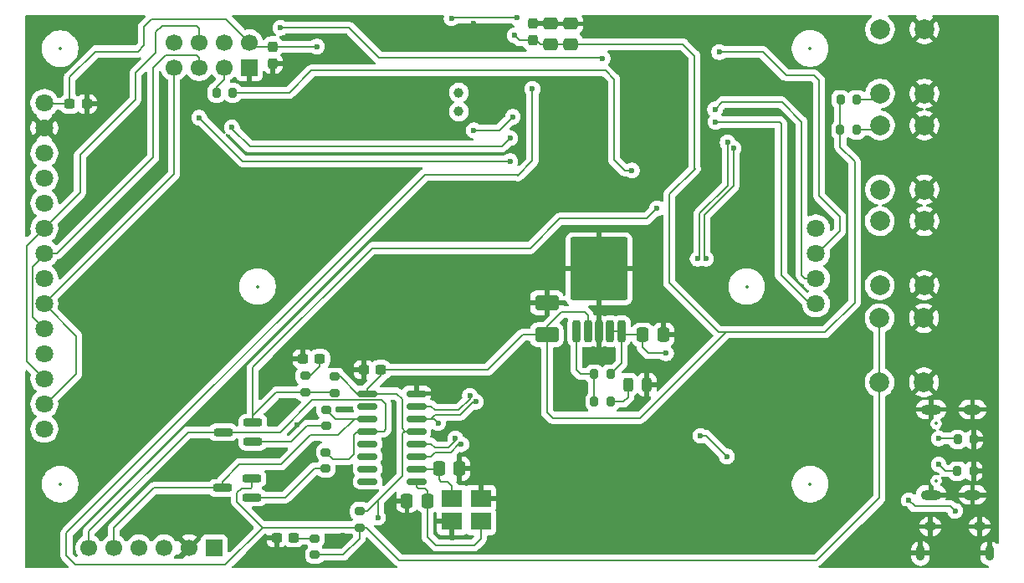
<source format=gbl>
%TF.GenerationSoftware,KiCad,Pcbnew,9.0.1*%
%TF.CreationDate,2025-11-26T22:59:04+01:00*%
%TF.ProjectId,stacja_pogody_modu__wew,73746163-6a61-45f7-906f-676f64795f6d,rev?*%
%TF.SameCoordinates,Original*%
%TF.FileFunction,Copper,L2,Bot*%
%TF.FilePolarity,Positive*%
%FSLAX46Y46*%
G04 Gerber Fmt 4.6, Leading zero omitted, Abs format (unit mm)*
G04 Created by KiCad (PCBNEW 9.0.1) date 2025-11-26 22:59:04*
%MOMM*%
%LPD*%
G01*
G04 APERTURE LIST*
G04 Aperture macros list*
%AMRoundRect*
0 Rectangle with rounded corners*
0 $1 Rounding radius*
0 $2 $3 $4 $5 $6 $7 $8 $9 X,Y pos of 4 corners*
0 Add a 4 corners polygon primitive as box body*
4,1,4,$2,$3,$4,$5,$6,$7,$8,$9,$2,$3,0*
0 Add four circle primitives for the rounded corners*
1,1,$1+$1,$2,$3*
1,1,$1+$1,$4,$5*
1,1,$1+$1,$6,$7*
1,1,$1+$1,$8,$9*
0 Add four rect primitives between the rounded corners*
20,1,$1+$1,$2,$3,$4,$5,0*
20,1,$1+$1,$4,$5,$6,$7,0*
20,1,$1+$1,$6,$7,$8,$9,0*
20,1,$1+$1,$8,$9,$2,$3,0*%
G04 Aperture macros list end*
%TA.AperFunction,ComponentPad*%
%ADD10R,1.700000X1.700000*%
%TD*%
%TA.AperFunction,ComponentPad*%
%ADD11C,1.700000*%
%TD*%
%TA.AperFunction,ComponentPad*%
%ADD12C,2.000000*%
%TD*%
%TA.AperFunction,ComponentPad*%
%ADD13C,1.000000*%
%TD*%
%TA.AperFunction,HeatsinkPad*%
%ADD14O,2.100000X1.000000*%
%TD*%
%TA.AperFunction,HeatsinkPad*%
%ADD15O,1.800000X1.000000*%
%TD*%
%TA.AperFunction,HeatsinkPad*%
%ADD16O,0.890000X1.550000*%
%TD*%
%TA.AperFunction,HeatsinkPad*%
%ADD17O,1.250000X0.950000*%
%TD*%
%TA.AperFunction,SMDPad,CuDef*%
%ADD18RoundRect,0.200000X0.200000X0.275000X-0.200000X0.275000X-0.200000X-0.275000X0.200000X-0.275000X0*%
%TD*%
%TA.AperFunction,SMDPad,CuDef*%
%ADD19RoundRect,0.200000X0.275000X-0.200000X0.275000X0.200000X-0.275000X0.200000X-0.275000X-0.200000X0*%
%TD*%
%TA.AperFunction,SMDPad,CuDef*%
%ADD20RoundRect,0.200000X0.750000X0.200000X-0.750000X0.200000X-0.750000X-0.200000X0.750000X-0.200000X0*%
%TD*%
%TA.AperFunction,SMDPad,CuDef*%
%ADD21RoundRect,0.250000X0.337500X0.475000X-0.337500X0.475000X-0.337500X-0.475000X0.337500X-0.475000X0*%
%TD*%
%TA.AperFunction,SMDPad,CuDef*%
%ADD22RoundRect,0.250000X-0.475000X0.337500X-0.475000X-0.337500X0.475000X-0.337500X0.475000X0.337500X0*%
%TD*%
%TA.AperFunction,SMDPad,CuDef*%
%ADD23RoundRect,0.237500X0.300000X0.237500X-0.300000X0.237500X-0.300000X-0.237500X0.300000X-0.237500X0*%
%TD*%
%TA.AperFunction,SMDPad,CuDef*%
%ADD24RoundRect,0.237500X-0.300000X-0.237500X0.300000X-0.237500X0.300000X0.237500X-0.300000X0.237500X0*%
%TD*%
%TA.AperFunction,SMDPad,CuDef*%
%ADD25RoundRect,0.237500X0.237500X-0.300000X0.237500X0.300000X-0.237500X0.300000X-0.237500X-0.300000X0*%
%TD*%
%TA.AperFunction,SMDPad,CuDef*%
%ADD26RoundRect,0.200000X-0.200000X-0.275000X0.200000X-0.275000X0.200000X0.275000X-0.200000X0.275000X0*%
%TD*%
%TA.AperFunction,SMDPad,CuDef*%
%ADD27RoundRect,0.237500X-0.237500X0.300000X-0.237500X-0.300000X0.237500X-0.300000X0.237500X0.300000X0*%
%TD*%
%TA.AperFunction,SMDPad,CuDef*%
%ADD28RoundRect,0.200000X-0.275000X0.200000X-0.275000X-0.200000X0.275000X-0.200000X0.275000X0.200000X0*%
%TD*%
%TA.AperFunction,SMDPad,CuDef*%
%ADD29RoundRect,0.250000X-0.337500X-0.475000X0.337500X-0.475000X0.337500X0.475000X-0.337500X0.475000X0*%
%TD*%
%TA.AperFunction,SMDPad,CuDef*%
%ADD30RoundRect,0.200000X0.200000X-0.900000X0.200000X0.900000X-0.200000X0.900000X-0.200000X-0.900000X0*%
%TD*%
%TA.AperFunction,SMDPad,CuDef*%
%ADD31RoundRect,0.249997X2.650003X-2.950003X2.650003X2.950003X-2.650003X2.950003X-2.650003X-2.950003X0*%
%TD*%
%TA.AperFunction,SMDPad,CuDef*%
%ADD32RoundRect,0.250001X0.944999X-0.507499X0.944999X0.507499X-0.944999X0.507499X-0.944999X-0.507499X0*%
%TD*%
%TA.AperFunction,SMDPad,CuDef*%
%ADD33RoundRect,0.243750X0.243750X0.456250X-0.243750X0.456250X-0.243750X-0.456250X0.243750X-0.456250X0*%
%TD*%
%TA.AperFunction,SMDPad,CuDef*%
%ADD34R,2.100000X1.800000*%
%TD*%
%TA.AperFunction,SMDPad,CuDef*%
%ADD35RoundRect,0.150000X0.825000X0.150000X-0.825000X0.150000X-0.825000X-0.150000X0.825000X-0.150000X0*%
%TD*%
%TA.AperFunction,ComponentPad*%
%ADD36C,1.800000*%
%TD*%
%TA.AperFunction,HeatsinkPad*%
%ADD37C,0.600000*%
%TD*%
%TA.AperFunction,ViaPad*%
%ADD38C,0.600000*%
%TD*%
%TA.AperFunction,Conductor*%
%ADD39C,0.200000*%
%TD*%
%ADD40C,0.300000*%
%ADD41C,0.350000*%
%ADD42O,1.700000X0.600000*%
%ADD43O,1.400000X0.600000*%
%ADD44O,0.500000X1.150000*%
%ADD45O,0.850000X0.550000*%
%ADD46C,0.200000*%
G04 APERTURE END LIST*
D10*
%TO.P,J2,1,Pin_1*%
%TO.N,/V_3.3_OUT*%
X120620000Y-113440000D03*
D11*
%TO.P,J2,2,Pin_2*%
%TO.N,GND*%
X118080000Y-113440000D03*
%TO.P,J2,3,Pin_3*%
%TO.N,/CH340_UART+*%
X115540000Y-113440000D03*
%TO.P,J2,4,Pin_4*%
%TO.N,/CH340_UART-*%
X113000000Y-113440000D03*
%TO.P,J2,5,Pin_5*%
%TO.N,/CH340_RTS*%
X110460000Y-113440000D03*
%TO.P,J2,6,Pin_6*%
%TO.N,/CH340_DTR*%
X107920000Y-113440000D03*
%TD*%
D12*
%TO.P,SW4,1,C*%
%TO.N,GND*%
X192440000Y-90190000D03*
X192440000Y-96690000D03*
%TO.P,SW4,2,D*%
%TO.N,/ESP_ENABLE*%
X187940000Y-90190000D03*
X187940000Y-96690000D03*
%TD*%
D13*
%TO.P,Y2,1,1*%
%TO.N,Net-(U2-IO32)*%
X145360000Y-67370000D03*
%TO.P,Y2,2,2*%
%TO.N,Net-(U2-IO33)*%
X145360000Y-69270000D03*
%TD*%
D12*
%TO.P,SW3,1,C*%
%TO.N,GND*%
X192480000Y-80370000D03*
X192480000Y-86870000D03*
%TO.P,SW3,2,D*%
%TO.N,/ESP_BOOT*%
X187980000Y-80370000D03*
X187980000Y-86870000D03*
%TD*%
%TO.P,SW2,1,C*%
%TO.N,/Button_2*%
X187990000Y-67460000D03*
X187990000Y-60960000D03*
%TO.P,SW2,2,D*%
%TO.N,GND*%
X192490000Y-67460000D03*
X192490000Y-60960000D03*
%TD*%
D14*
%TO.P,J3,S1,SHIELD*%
%TO.N,GND*%
X193175000Y-108080000D03*
D15*
X197355000Y-108080000D03*
D14*
X193175000Y-99440000D03*
D15*
X197355000Y-99440000D03*
%TD*%
D16*
%TO.P,J1,6,Shield*%
%TO.N,GND*%
X192090000Y-113990000D03*
D17*
X193090000Y-111290000D03*
X198090000Y-111290000D03*
D16*
X199090000Y-113990000D03*
%TD*%
D12*
%TO.P,SW1,1,C*%
%TO.N,/Button_1*%
X187990000Y-77180000D03*
X187990000Y-70680000D03*
%TO.P,SW1,2,D*%
%TO.N,GND*%
X192490000Y-77180000D03*
X192490000Y-70680000D03*
%TD*%
D18*
%TO.P,R5,1*%
%TO.N,GND*%
X197455000Y-105670000D03*
%TO.P,R5,2*%
%TO.N,Net-(J3-CC1)*%
X195805000Y-105670000D03*
%TD*%
%TO.P,R2,1*%
%TO.N,/Button_1*%
X185625000Y-71140000D03*
%TO.P,R2,2*%
%TO.N,/V_3.3_OUT*%
X183975000Y-71140000D03*
%TD*%
D19*
%TO.P,R9,1*%
%TO.N,Net-(Q2-B)*%
X131940000Y-101095000D03*
%TO.P,R9,2*%
%TO.N,/CH340_RTS*%
X131940000Y-99445000D03*
%TD*%
%TO.P,R8,1*%
%TO.N,Net-(Q1-B)*%
X131910000Y-105405000D03*
%TO.P,R8,2*%
%TO.N,/CH340_DTR*%
X131910000Y-103755000D03*
%TD*%
D20*
%TO.P,Q1,1,C*%
%TO.N,/ESP_ENABLE*%
X124430000Y-106440000D03*
%TO.P,Q1,2,B*%
%TO.N,Net-(Q1-B)*%
X124430000Y-108340000D03*
%TO.P,Q1,3,E*%
%TO.N,/CH340_RTS*%
X121430000Y-107390000D03*
%TD*%
D18*
%TO.P,R18,1*%
%TO.N,/NRF_CE*%
X122495000Y-67390000D03*
%TO.P,R18,2*%
%TO.N,Net-(U5-CE)*%
X120845000Y-67390000D03*
%TD*%
D21*
%TO.P,C9,1*%
%TO.N,Net-(U6-XO)*%
X142197500Y-108690000D03*
%TO.P,C9,2*%
%TO.N,GND*%
X140122500Y-108690000D03*
%TD*%
D22*
%TO.P,C5,1*%
%TO.N,GND*%
X156700000Y-60402500D03*
%TO.P,C5,2*%
%TO.N,/V_3.3_OUT*%
X156700000Y-62477500D03*
%TD*%
D23*
%TO.P,C13,1*%
%TO.N,Net-(C13-Pad1)*%
X131302500Y-94310000D03*
%TO.P,C13,2*%
%TO.N,GND*%
X129577500Y-94310000D03*
%TD*%
%TO.P,C7,1*%
%TO.N,GND*%
X107712500Y-68510000D03*
%TO.P,C7,2*%
%TO.N,/V_3.3_OUT*%
X105987500Y-68510000D03*
%TD*%
D24*
%TO.P,C11,1*%
%TO.N,GND*%
X135747500Y-95410000D03*
%TO.P,C11,2*%
%TO.N,/V_3.3_OUT*%
X137472500Y-95410000D03*
%TD*%
D10*
%TO.P,U5,1,GND*%
%TO.N,GND*%
X124170000Y-64840000D03*
D11*
%TO.P,U5,2,VCC*%
%TO.N,/V_3.3_OUT*%
X124170000Y-62300000D03*
%TO.P,U5,3,CE*%
%TO.N,Net-(U5-CE)*%
X121630000Y-64840000D03*
%TO.P,U5,4,~{CSN}*%
%TO.N,/NRF_CSN*%
X121630000Y-62300000D03*
%TO.P,U5,5,SCK*%
%TO.N,/LCD_SCK*%
X119090000Y-64840000D03*
%TO.P,U5,6,MOSI*%
%TO.N,/LCD_MOSI*%
X119090000Y-62300000D03*
%TO.P,U5,7,MISO*%
%TO.N,/LCD_MISO*%
X116550000Y-64840000D03*
%TO.P,U5,8,IRQ*%
%TO.N,/NRF_IRQ*%
X116550000Y-62300000D03*
%TD*%
D25*
%TO.P,C6,1*%
%TO.N,GND*%
X126550000Y-64430000D03*
%TO.P,C6,2*%
%TO.N,/V_3.3_OUT*%
X126550000Y-62705000D03*
%TD*%
D26*
%TO.P,R7,1*%
%TO.N,/ER_FLG*%
X159065000Y-95860000D03*
%TO.P,R7,2*%
%TO.N,/V_3.3_IN*%
X160715000Y-95860000D03*
%TD*%
D27*
%TO.P,C2,1*%
%TO.N,GND*%
X152840000Y-60357500D03*
%TO.P,C2,2*%
%TO.N,/V_3.3_OUT*%
X152840000Y-62082500D03*
%TD*%
D28*
%TO.P,R12,1*%
%TO.N,Net-(C13-Pad1)*%
X129830000Y-96050000D03*
%TO.P,R12,2*%
%TO.N,/ESP_BOOT*%
X129830000Y-97700000D03*
%TD*%
D19*
%TO.P,R10,1*%
%TO.N,/ESP_BOOT*%
X132820000Y-97765000D03*
%TO.P,R10,2*%
%TO.N,/V_3.3_OUT*%
X132820000Y-96115000D03*
%TD*%
%TO.P,R11,1*%
%TO.N,/ESP_ENABLE*%
X135340000Y-111375000D03*
%TO.P,R11,2*%
%TO.N,/V_3.3_OUT*%
X135340000Y-109725000D03*
%TD*%
D20*
%TO.P,Q2,1,C*%
%TO.N,/ESP_BOOT*%
X124520000Y-100790000D03*
%TO.P,Q2,2,B*%
%TO.N,Net-(Q2-B)*%
X124520000Y-102690000D03*
%TO.P,Q2,3,E*%
%TO.N,/CH340_DTR*%
X121520000Y-101740000D03*
%TD*%
D18*
%TO.P,R4,1*%
%TO.N,/Button_2*%
X185635000Y-68070000D03*
%TO.P,R4,2*%
%TO.N,/V_3.3_OUT*%
X183985000Y-68070000D03*
%TD*%
D21*
%TO.P,C10,1*%
%TO.N,GND*%
X166057500Y-91870000D03*
%TO.P,C10,2*%
%TO.N,/V_3.3_IN*%
X163982500Y-91870000D03*
%TD*%
D26*
%TO.P,R15,1*%
%TO.N,/ER_FLG*%
X159085000Y-98640000D03*
%TO.P,R15,2*%
%TO.N,Net-(D2-A)*%
X160735000Y-98640000D03*
%TD*%
D29*
%TO.P,C8,1*%
%TO.N,Net-(U6-XI)*%
X143342500Y-105420000D03*
%TO.P,C8,2*%
%TO.N,GND*%
X145417500Y-105420000D03*
%TD*%
D30*
%TO.P,U7,1,ENB*%
%TO.N,/V_3.3_IN*%
X161835000Y-91505000D03*
%TO.P,U7,2,VIN*%
X160695000Y-91505000D03*
%TO.P,U7,3,GND*%
%TO.N,GND*%
X159555000Y-91505000D03*
D31*
X159555000Y-85205000D03*
D30*
%TO.P,U7,4,VOUT*%
%TO.N,/V_3.3_OUT*%
X158415000Y-91505000D03*
%TO.P,U7,5,FLG*%
%TO.N,/ER_FLG*%
X157275000Y-91505000D03*
%TD*%
D18*
%TO.P,R6,1*%
%TO.N,GND*%
X197500000Y-102480000D03*
%TO.P,R6,2*%
%TO.N,Net-(J3-CC2)*%
X195850000Y-102480000D03*
%TD*%
D28*
%TO.P,R14,1*%
%TO.N,Net-(C14-Pad1)*%
X130800000Y-112495000D03*
%TO.P,R14,2*%
%TO.N,/ESP_ENABLE*%
X130800000Y-114145000D03*
%TD*%
D32*
%TO.P,C12,1*%
%TO.N,/V_3.3_OUT*%
X154270000Y-91885000D03*
%TO.P,C12,2*%
%TO.N,GND*%
X154270000Y-88630000D03*
%TD*%
D33*
%TO.P,D2,1,K*%
%TO.N,GND*%
X164387500Y-96930000D03*
%TO.P,D2,2,A*%
%TO.N,Net-(D2-A)*%
X162512500Y-96930000D03*
%TD*%
D22*
%TO.P,C4,1*%
%TO.N,GND*%
X154670000Y-60402500D03*
%TO.P,C4,2*%
%TO.N,/V_3.3_OUT*%
X154670000Y-62477500D03*
%TD*%
D34*
%TO.P,Y1,1,1*%
%TO.N,Net-(U6-XI)*%
X144680000Y-108470000D03*
%TO.P,Y1,2,2*%
%TO.N,GND*%
X147580000Y-108470000D03*
%TO.P,Y1,3,3*%
%TO.N,Net-(U6-XO)*%
X147580000Y-110770000D03*
%TO.P,Y1,4,4*%
%TO.N,GND*%
X144680000Y-110770000D03*
%TD*%
D35*
%TO.P,U6,1,GND*%
%TO.N,GND*%
X141090000Y-97830000D03*
%TO.P,U6,2,TXD*%
%TO.N,/CH340_UART+*%
X141090000Y-99100000D03*
%TO.P,U6,3,RXD*%
%TO.N,/CH340_UART-*%
X141090000Y-100370000D03*
%TO.P,U6,4,V3*%
%TO.N,/V_3.3_OUT*%
X141090000Y-101640000D03*
%TO.P,U6,5,UD+*%
%TO.N,/MICRO_USB_D+*%
X141090000Y-102910000D03*
%TO.P,U6,6,UD-*%
%TO.N,/MICRO_USB_D-*%
X141090000Y-104180000D03*
%TO.P,U6,7,XI*%
%TO.N,Net-(U6-XI)*%
X141090000Y-105450000D03*
%TO.P,U6,8,XO*%
%TO.N,Net-(U6-XO)*%
X141090000Y-106720000D03*
%TO.P,U6,9,~{CTS}*%
%TO.N,unconnected-(U6-~{CTS}-Pad9)*%
X136140000Y-106720000D03*
%TO.P,U6,10,~{DSR}*%
%TO.N,unconnected-(U6-~{DSR}-Pad10)*%
X136140000Y-105450000D03*
%TO.P,U6,11,~{RI}*%
%TO.N,unconnected-(U6-~{RI}-Pad11)*%
X136140000Y-104180000D03*
%TO.P,U6,12,~{DCD}*%
%TO.N,unconnected-(U6-~{DCD}-Pad12)*%
X136140000Y-102910000D03*
%TO.P,U6,13,~{DTR}*%
%TO.N,/CH340_DTR*%
X136140000Y-101640000D03*
%TO.P,U6,14,~{RTS}*%
%TO.N,/CH340_RTS*%
X136140000Y-100370000D03*
%TO.P,U6,15,R232*%
%TO.N,unconnected-(U6-R232-Pad15)*%
X136140000Y-99100000D03*
%TO.P,U6,16,VCC*%
%TO.N,/V_3.3_OUT*%
X136140000Y-97830000D03*
%TD*%
D23*
%TO.P,C14,1*%
%TO.N,Net-(C14-Pad1)*%
X128662500Y-112420000D03*
%TO.P,C14,2*%
%TO.N,GND*%
X126937500Y-112420000D03*
%TD*%
D36*
%TO.P,U3,1,VCC*%
%TO.N,/V_3.3_OUT*%
X103419672Y-68399569D03*
%TO.P,U3,2,GND*%
%TO.N,GND*%
X103419672Y-70939569D03*
%TO.P,U3,3,CS*%
%TO.N,/LCD_CS*%
X103419672Y-73479569D03*
%TO.P,U3,4,RST*%
%TO.N,/LCD_RST*%
X103419672Y-76019569D03*
%TO.P,U3,5,DC*%
%TO.N,/LCD_DC*%
X103419672Y-78559569D03*
%TO.P,U3,6,MOSI*%
%TO.N,/LCD_MOSI*%
X103419672Y-81099569D03*
%TO.P,U3,7,SCK*%
%TO.N,/LCD_SCK*%
X103419672Y-83639569D03*
%TO.P,U3,8,LED*%
%TO.N,/LCD_LED*%
X103419672Y-86179569D03*
%TO.P,U3,9,MISO*%
%TO.N,/LCD_MISO*%
X103419672Y-88719569D03*
%TO.P,U3,10,T_CLK*%
%TO.N,/LCD_SCK*%
X103419672Y-91259569D03*
%TO.P,U3,11,T_CS*%
%TO.N,/LCD_T_CS*%
X103419672Y-93799569D03*
%TO.P,U3,12,T_DIN*%
%TO.N,/LCD_MOSI*%
X103419672Y-96339569D03*
%TO.P,U3,13,T_DOUT*%
%TO.N,/LCD_MISO*%
X103419672Y-98879569D03*
%TO.P,U3,14,T_IRQ*%
%TO.N,/LCD_T_IRQ*%
X103419672Y-101419569D03*
%TO.P,U3,15,SD_CS*%
%TO.N,/LCD_SD_CS*%
X181518044Y-81099849D03*
%TO.P,U3,16,SD_MOSI*%
%TO.N,/LCD_MOSI*%
X181518044Y-83639849D03*
%TO.P,U3,17,SD_MISO*%
%TO.N,/LCD_MISO*%
X181518044Y-86179849D03*
%TO.P,U3,18,SD_SCK*%
%TO.N,/LCD_SCK*%
X181518044Y-88719849D03*
%TD*%
D37*
%TO.P,U2,39,GND*%
%TO.N,GND*%
X155160000Y-67070000D03*
X155160000Y-68470000D03*
X155860000Y-66370000D03*
X155860000Y-67770000D03*
X155860000Y-69170000D03*
X156560000Y-67070000D03*
X156560000Y-68470000D03*
X157260000Y-66370000D03*
X157260000Y-67770000D03*
X157260000Y-69170000D03*
X157960000Y-67070000D03*
X157960000Y-68470000D03*
%TD*%
D38*
%TO.N,GND*%
X176720000Y-69400000D03*
X140050000Y-60920000D03*
%TO.N,/LCD_MOSI*%
X144630000Y-59840000D03*
%TO.N,/NRF_CSN*%
X127330000Y-60800000D03*
%TO.N,/NRF_CE*%
X162890000Y-75240000D03*
%TO.N,/ESP_BOOT*%
X165410000Y-79080000D03*
%TO.N,/ESP_ENABLE*%
X152820000Y-66970000D03*
%TO.N,/NRF_CSN*%
X159910000Y-63890000D03*
%TO.N,GND*%
X141390000Y-62670000D03*
%TO.N,/V_3.3_OUT*%
X131000000Y-62700000D03*
%TO.N,GND*%
X129150000Y-61750000D03*
%TO.N,/V_3.3_OUT*%
X137180000Y-110370000D03*
X151030000Y-61570000D03*
%TO.N,GND*%
X159555000Y-85240000D03*
X192360000Y-72730000D03*
X107750000Y-88300000D03*
X128510000Y-65210000D03*
X119350000Y-109250000D03*
X118430000Y-75220000D03*
X190470000Y-103230000D03*
X148080000Y-105450000D03*
X110170000Y-68310000D03*
X151810000Y-98440000D03*
X143620000Y-97890000D03*
X118430000Y-76640000D03*
X190560000Y-109470000D03*
X107690000Y-94400000D03*
X126880000Y-79870000D03*
X165190000Y-95040000D03*
X194780000Y-77590000D03*
X185850000Y-59990000D03*
X176100000Y-105870000D03*
X158870000Y-93720000D03*
X155790000Y-95490000D03*
X127880000Y-99830000D03*
X147330000Y-81740000D03*
X105480000Y-73960000D03*
X195060000Y-99570000D03*
X120990000Y-104470000D03*
X147350000Y-77880000D03*
X168710000Y-60220000D03*
X156790000Y-73530000D03*
X157600000Y-99200000D03*
X105430000Y-99130000D03*
X130900000Y-109150000D03*
X118590000Y-73440000D03*
X153560000Y-75000000D03*
X126960000Y-95360000D03*
X146880000Y-60350000D03*
X187020000Y-74060000D03*
X149830000Y-85780000D03*
X108340000Y-78400000D03*
X117930000Y-67520000D03*
X156830000Y-71990000D03*
X190320000Y-76920000D03*
X109670000Y-80180000D03*
X138500000Y-103020000D03*
X144710000Y-112440000D03*
X161930000Y-61080000D03*
X127500000Y-114950000D03*
X124350000Y-68980000D03*
X198090000Y-109700000D03*
X133610000Y-112140000D03*
X139990000Y-111510000D03*
X133640000Y-68490000D03*
X191130000Y-110680000D03*
X139900000Y-92960000D03*
X190530000Y-114110000D03*
X165080000Y-87100000D03*
X133790000Y-99470000D03*
X108550000Y-75190000D03*
X128970000Y-101010000D03*
X129770000Y-104790000D03*
X175650000Y-72810000D03*
%TO.N,/V_3.3_IN*%
X166340000Y-93750000D03*
%TO.N,/MICRO_USB_D-*%
X145620521Y-102960521D03*
%TO.N,/MICRO_USB_D+*%
X145019479Y-102359479D03*
X172490000Y-104200000D03*
X169830000Y-102100000D03*
%TO.N,Net-(J3-CC1)*%
X193930000Y-105000000D03*
%TO.N,Net-(J3-CC2)*%
X193960000Y-102370000D03*
%TO.N,Net-(J1-D+)*%
X190920000Y-108640000D03*
X195590000Y-109700000D03*
%TO.N,/LCD_MOSI*%
X171730000Y-63260000D03*
X151260000Y-59800000D03*
%TO.N,/LCD_MISO*%
X171300000Y-69070000D03*
X150558122Y-71973315D03*
%TO.N,/LCD_CS*%
X150830000Y-69820000D03*
X146890000Y-71190000D03*
%TO.N,/CH340_UART-*%
X147100521Y-98660521D03*
X170385000Y-84180000D03*
X173170521Y-73010521D03*
X143270000Y-100800000D03*
%TO.N,/CH340_UART+*%
X146499479Y-98059479D03*
X169535000Y-84180000D03*
X172569479Y-72409479D03*
%TO.N,/LCD_SCK*%
X119090000Y-69900000D03*
X171360000Y-70330000D03*
X150560002Y-74300000D03*
%TO.N,/LCD_MISO*%
X122390000Y-70890000D03*
%TD*%
D39*
%TO.N,/LCD_SCK*%
X180985000Y-88835000D02*
X181570000Y-88835000D01*
X177970000Y-85820000D02*
X180985000Y-88835000D01*
X177814322Y-70330000D02*
X177970000Y-70485678D01*
X177970000Y-70485678D02*
X177970000Y-85820000D01*
X171360000Y-70330000D02*
X177814322Y-70330000D01*
%TO.N,/LCD_MISO*%
X180389849Y-86179849D02*
X181518044Y-86179849D01*
X180050000Y-85740000D02*
X180060000Y-85750000D01*
X180050000Y-70340000D02*
X180050000Y-85740000D01*
X180060000Y-85850000D02*
X180389849Y-86179849D01*
X178060000Y-68350000D02*
X180050000Y-70340000D01*
X172020000Y-68350000D02*
X178060000Y-68350000D01*
X180060000Y-85750000D02*
X180060000Y-85850000D01*
X171300000Y-69070000D02*
X172020000Y-68350000D01*
%TO.N,/LCD_MOSI*%
X151209000Y-59749000D02*
X151260000Y-59800000D01*
X144721000Y-59749000D02*
X151209000Y-59749000D01*
X144630000Y-59840000D02*
X144721000Y-59749000D01*
%TO.N,/NRF_CSN*%
X127330000Y-60800000D02*
X134270000Y-60800000D01*
X137290000Y-63820000D02*
X159840000Y-63820000D01*
X159840000Y-63820000D02*
X159910000Y-63890000D01*
X134270000Y-60800000D02*
X137290000Y-63820000D01*
%TO.N,/V_3.3_OUT*%
X121790000Y-59920000D02*
X124170000Y-62300000D01*
X112900000Y-63200000D02*
X113500000Y-62600000D01*
X113500000Y-62600000D02*
X113500000Y-60700000D01*
X108590000Y-63200000D02*
X112900000Y-63200000D01*
X114280000Y-59920000D02*
X121790000Y-59920000D01*
X105987500Y-65802500D02*
X108590000Y-63200000D01*
X105987500Y-68510000D02*
X105987500Y-65802500D01*
X113500000Y-60700000D02*
X114280000Y-59920000D01*
%TO.N,/NRF_CE*%
X130470000Y-65130000D02*
X128210000Y-67390000D01*
X160200000Y-65130000D02*
X130470000Y-65130000D01*
X161090000Y-74190000D02*
X161090000Y-66020000D01*
X162890000Y-75240000D02*
X162140000Y-75240000D01*
X162140000Y-75240000D02*
X161090000Y-74190000D01*
X161090000Y-66020000D02*
X160200000Y-65130000D01*
X128210000Y-67390000D02*
X122495000Y-67390000D01*
%TO.N,/ESP_ENABLE*%
X121720000Y-115150000D02*
X125495000Y-111375000D01*
X106570000Y-115150000D02*
X121720000Y-115150000D01*
X105660000Y-114240000D02*
X106570000Y-115150000D01*
X105660000Y-111960000D02*
X105660000Y-114240000D01*
X141920000Y-75700000D02*
X105660000Y-111960000D01*
X151340000Y-75750000D02*
X151290000Y-75700000D01*
X152820000Y-66970000D02*
X152820000Y-74270000D01*
X152820000Y-74270000D02*
X151340000Y-75750000D01*
X151290000Y-75700000D02*
X141920000Y-75700000D01*
%TO.N,/ESP_BOOT*%
X124520000Y-95190000D02*
X124520000Y-100790000D01*
X136609000Y-83101000D02*
X124520000Y-95190000D01*
X155560000Y-80130000D02*
X152589000Y-83101000D01*
X164360000Y-80130000D02*
X155560000Y-80130000D01*
X165410000Y-79080000D02*
X164360000Y-80130000D01*
X152589000Y-83101000D02*
X136609000Y-83101000D01*
%TO.N,/V_3.3_OUT*%
X166655000Y-86625000D02*
X171640000Y-91610000D01*
X171640000Y-91610000D02*
X172390000Y-91610000D01*
X166655000Y-77675000D02*
X166655000Y-86625000D01*
X169260000Y-75070000D02*
X166655000Y-77675000D01*
X169210000Y-75020000D02*
X169260000Y-75070000D01*
X168047500Y-62477500D02*
X169210000Y-63640000D01*
X169210000Y-63640000D02*
X169210000Y-75020000D01*
X156700000Y-62477500D02*
X168047500Y-62477500D01*
%TO.N,GND*%
X161252500Y-60402500D02*
X156700000Y-60402500D01*
X161930000Y-61080000D02*
X161252500Y-60402500D01*
%TO.N,/LCD_MOSI*%
X183940000Y-81385000D02*
X181570000Y-83755000D01*
X183940000Y-79940000D02*
X183940000Y-81385000D01*
X181840000Y-77840000D02*
X183940000Y-79940000D01*
X181840000Y-66160000D02*
X181840000Y-77840000D01*
X181280000Y-65600000D02*
X181840000Y-66160000D01*
X176140000Y-63260000D02*
X178480000Y-65600000D01*
X171730000Y-63260000D02*
X176140000Y-63260000D01*
X178480000Y-65600000D02*
X181280000Y-65600000D01*
%TO.N,/CH340_UART+*%
X172569479Y-76754123D02*
X172569479Y-72409479D01*
%TO.N,/CH340_UART-*%
X173170521Y-76789479D02*
X173170521Y-73010521D01*
%TO.N,/CH340_UART+*%
X169734999Y-79588603D02*
X172569479Y-76754123D01*
%TO.N,/CH340_UART-*%
X170185001Y-79774999D02*
X173170521Y-76789479D01*
%TO.N,/CH340_UART+*%
X169535000Y-84180000D02*
X169734999Y-83980001D01*
%TO.N,/CH340_UART-*%
X170185001Y-83980001D02*
X170185001Y-79774999D01*
%TO.N,/CH340_UART+*%
X169734999Y-83980001D02*
X169734999Y-79588603D01*
%TO.N,/CH340_UART-*%
X170385000Y-84180000D02*
X170185001Y-83980001D01*
%TO.N,/V_3.3_OUT*%
X130405000Y-62705000D02*
X126550000Y-62705000D01*
X131000000Y-62700000D02*
X130410000Y-62700000D01*
X130410000Y-62700000D02*
X130405000Y-62705000D01*
X124575000Y-62705000D02*
X124170000Y-62300000D01*
X126550000Y-62705000D02*
X124575000Y-62705000D01*
X183975000Y-71140000D02*
X183975000Y-72855000D01*
X185420000Y-88640000D02*
X182450000Y-91610000D01*
X183975000Y-71140000D02*
X183975000Y-68080000D01*
X139660000Y-101380000D02*
X139920000Y-101640000D01*
X136095000Y-109725000D02*
X137180000Y-108640000D01*
X139920000Y-101640000D02*
X140115001Y-101640000D01*
X140115001Y-101640000D02*
X141090000Y-101640000D01*
X155730000Y-89580000D02*
X158100000Y-89580000D01*
X154270000Y-91040000D02*
X155730000Y-89580000D01*
X182450000Y-91610000D02*
X172390000Y-91610000D01*
X137472500Y-95410000D02*
X137472500Y-96037500D01*
X139650000Y-101870000D02*
X139880000Y-101640000D01*
X137472500Y-96037500D02*
X136140000Y-97370000D01*
X137180000Y-110370000D02*
X137180000Y-108640000D01*
X185420000Y-74300000D02*
X185420000Y-88640000D01*
X136140000Y-97370000D02*
X136140000Y-97830000D01*
X154270000Y-91885000D02*
X154270000Y-91040000D01*
X152840000Y-62082500D02*
X153192500Y-62082500D01*
X163710000Y-100290000D02*
X154860000Y-100290000D01*
X151542500Y-62082500D02*
X152840000Y-62082500D01*
X133375000Y-96115000D02*
X135090000Y-97830000D01*
X139660000Y-98420000D02*
X139660000Y-101380000D01*
X158100000Y-89580000D02*
X158415000Y-89895000D01*
X135340000Y-109725000D02*
X136095000Y-109725000D01*
X183975000Y-68080000D02*
X183985000Y-68070000D01*
X105987500Y-68510000D02*
X103476348Y-68510000D01*
X172390000Y-91610000D02*
X163710000Y-100290000D01*
X137472500Y-95410000D02*
X148290000Y-95410000D01*
X132820000Y-96115000D02*
X133375000Y-96115000D01*
X148290000Y-95410000D02*
X151815000Y-91885000D01*
X103476348Y-68510000D02*
X103471628Y-68514720D01*
X136140000Y-97830000D02*
X139070000Y-97830000D01*
X154270000Y-99700000D02*
X154270000Y-91885000D01*
X139880000Y-101640000D02*
X140115001Y-101640000D01*
X154860000Y-100290000D02*
X154270000Y-99700000D01*
X183975000Y-72855000D02*
X185420000Y-74300000D01*
X158415000Y-89895000D02*
X158415000Y-91505000D01*
X137180000Y-108640000D02*
X139650000Y-106170000D01*
X151815000Y-91885000D02*
X154270000Y-91885000D01*
X154670000Y-62477500D02*
X156700000Y-62477500D01*
X135090000Y-97830000D02*
X136140000Y-97830000D01*
X139650000Y-106170000D02*
X139650000Y-101870000D01*
X139070000Y-97830000D02*
X139660000Y-98420000D01*
X153192500Y-62082500D02*
X153587500Y-62477500D01*
X153587500Y-62477500D02*
X154670000Y-62477500D01*
X151030000Y-61570000D02*
X151542500Y-62082500D01*
%TO.N,GND*%
X154670000Y-60402500D02*
X156700000Y-60402500D01*
X153560000Y-75000000D02*
X155030000Y-73530000D01*
X154625000Y-60357500D02*
X154670000Y-60402500D01*
X159555000Y-85240000D02*
X159555000Y-85205000D01*
X147330000Y-81740000D02*
X147310000Y-81720000D01*
X145380000Y-105457500D02*
X145417500Y-105420000D01*
X152840000Y-60357500D02*
X154625000Y-60357500D01*
X147310000Y-77920000D02*
X147350000Y-77880000D01*
X156757500Y-83250000D02*
X157117500Y-82890000D01*
X159555000Y-91505000D02*
X159555000Y-85240000D01*
X155030000Y-73530000D02*
X156790000Y-73530000D01*
X147310000Y-81720000D02*
X147310000Y-77920000D01*
%TO.N,/V_3.3_IN*%
X163982500Y-93162500D02*
X163982500Y-91870000D01*
X161835000Y-91505000D02*
X160695000Y-91505000D01*
X164570000Y-93750000D02*
X163982500Y-93162500D01*
X161835000Y-94740000D02*
X160715000Y-95860000D01*
X162200000Y-91870000D02*
X161835000Y-91505000D01*
X166340000Y-93750000D02*
X164570000Y-93750000D01*
X163982500Y-91870000D02*
X162200000Y-91870000D01*
X161835000Y-91505000D02*
X161835000Y-94740000D01*
X164492500Y-91902500D02*
X164492500Y-91820000D01*
%TO.N,Net-(D2-A)*%
X160735000Y-98640000D02*
X162040000Y-98640000D01*
X162040000Y-98640000D02*
X162512500Y-98167500D01*
X162512500Y-98167500D02*
X162512500Y-96930000D01*
%TO.N,Net-(U6-XI)*%
X143342500Y-106532500D02*
X143590000Y-106780000D01*
X143590000Y-106780000D02*
X144240000Y-106780000D01*
X144240000Y-106780000D02*
X144680000Y-107220000D01*
X143342500Y-105420000D02*
X143342500Y-106532500D01*
X141090000Y-105450000D02*
X143312500Y-105450000D01*
X143312500Y-105450000D02*
X143342500Y-105420000D01*
X144680000Y-107220000D02*
X144680000Y-108470000D01*
%TO.N,Net-(U6-XO)*%
X146920000Y-113200000D02*
X147580000Y-112540000D01*
X142197500Y-112327500D02*
X143070000Y-113200000D01*
X143070000Y-113200000D02*
X146920000Y-113200000D01*
X141090000Y-107290000D02*
X141240000Y-107440000D01*
X147580000Y-112540000D02*
X147580000Y-110770000D01*
X141920000Y-107440000D02*
X142197500Y-107717500D01*
X141090000Y-106720000D02*
X141090000Y-107290000D01*
X142197500Y-107717500D02*
X142197500Y-108690000D01*
X142197500Y-108690000D02*
X142197500Y-112327500D01*
X141240000Y-107440000D02*
X141920000Y-107440000D01*
%TO.N,Net-(C14-Pad1)*%
X128737500Y-112495000D02*
X128662500Y-112420000D01*
X130800000Y-112495000D02*
X128737500Y-112495000D01*
%TO.N,Net-(C13-Pad1)*%
X130360000Y-96050000D02*
X131302500Y-95107500D01*
X129830000Y-96050000D02*
X130360000Y-96050000D01*
X131302500Y-95107500D02*
X131302500Y-94310000D01*
%TO.N,/MICRO_USB_D-*%
X142552501Y-104180000D02*
X142962501Y-103770000D01*
X144528199Y-103770000D02*
X145337678Y-102960521D01*
X142962501Y-103770000D02*
X144528199Y-103770000D01*
X145337678Y-102960521D02*
X145620521Y-102960521D01*
X141090000Y-104180000D02*
X142552501Y-104180000D01*
%TO.N,/MICRO_USB_D+*%
X142962501Y-103320000D02*
X144341801Y-103320000D01*
X170390000Y-102100000D02*
X169830000Y-102100000D01*
X141090000Y-102910000D02*
X142552501Y-102910000D01*
X144341801Y-103320000D02*
X145019479Y-102642322D01*
X172490000Y-104200000D02*
X170390000Y-102100000D01*
X145019479Y-102642322D02*
X145019479Y-102359479D01*
X142552501Y-102910000D02*
X142962501Y-103320000D01*
%TO.N,Net-(J3-CC1)*%
X194600000Y-105670000D02*
X195805000Y-105670000D01*
X193930000Y-105000000D02*
X194600000Y-105670000D01*
%TO.N,Net-(J3-CC2)*%
X193960000Y-102370000D02*
X195740000Y-102370000D01*
X195740000Y-102370000D02*
X195850000Y-102480000D01*
%TO.N,Net-(Q1-B)*%
X124430000Y-108340000D02*
X127790000Y-108340000D01*
X127790000Y-108340000D02*
X130725000Y-105405000D01*
X130725000Y-105405000D02*
X131910000Y-105405000D01*
%TO.N,/ESP_ENABLE*%
X123380000Y-107410000D02*
X124330000Y-107410000D01*
X135975000Y-111375000D02*
X135340000Y-111375000D01*
X122920000Y-108800000D02*
X122920000Y-107870000D01*
X122920000Y-107870000D02*
X123380000Y-107410000D01*
X125495000Y-111375000D02*
X122920000Y-108800000D01*
X135340000Y-112490000D02*
X135340000Y-111375000D01*
X139320000Y-114720000D02*
X135975000Y-111375000D01*
X130800000Y-114145000D02*
X133685000Y-114145000D01*
X187940000Y-108360000D02*
X181580000Y-114720000D01*
X135340000Y-111375000D02*
X125495000Y-111375000D01*
X133685000Y-114145000D02*
X135340000Y-112490000D01*
X187940000Y-96690000D02*
X187940000Y-108360000D01*
X181580000Y-114720000D02*
X139320000Y-114720000D01*
X124330000Y-107410000D02*
X124430000Y-107310000D01*
X187940000Y-96690000D02*
X187940000Y-90190000D01*
X124430000Y-107310000D02*
X124430000Y-106440000D01*
%TO.N,Net-(Q2-B)*%
X128430000Y-102690000D02*
X124520000Y-102690000D01*
X131940000Y-101095000D02*
X130025000Y-101095000D01*
X130025000Y-101095000D02*
X128430000Y-102690000D01*
%TO.N,Net-(J1-D+)*%
X195140000Y-109250000D02*
X191530000Y-109250000D01*
X191530000Y-109250000D02*
X190920000Y-108640000D01*
X195590000Y-109700000D02*
X195140000Y-109250000D01*
%TO.N,/ESP_BOOT*%
X132780000Y-97725000D02*
X132820000Y-97765000D01*
X126890000Y-97730000D02*
X128400000Y-97730000D01*
X124520000Y-100100000D02*
X126890000Y-97730000D01*
X128400000Y-97730000D02*
X128405000Y-97725000D01*
X128405000Y-97725000D02*
X132780000Y-97725000D01*
X124520000Y-100790000D02*
X124520000Y-100100000D01*
%TO.N,/Button_1*%
X185625000Y-71140000D02*
X187530000Y-71140000D01*
X187530000Y-71140000D02*
X187990000Y-70680000D01*
%TO.N,/Button_2*%
X185635000Y-68070000D02*
X187380000Y-68070000D01*
X187380000Y-68070000D02*
X187990000Y-67460000D01*
%TO.N,/LCD_MOSI*%
X114680000Y-63340000D02*
X114680000Y-61250000D01*
X115320000Y-60610000D02*
X118870000Y-60610000D01*
X103419672Y-81099569D02*
X101660000Y-82859241D01*
X112620000Y-68090000D02*
X112620000Y-65400000D01*
X119090000Y-60830000D02*
X119090000Y-62300000D01*
X101660000Y-94579897D02*
X103419672Y-96339569D01*
X114680000Y-61250000D02*
X115320000Y-60610000D01*
X103419672Y-81099569D02*
X107020000Y-77499241D01*
X107020000Y-73690000D02*
X112620000Y-68090000D01*
X112620000Y-65400000D02*
X114680000Y-63340000D01*
X101660000Y-82859241D02*
X101660000Y-94579897D01*
X107020000Y-77499241D02*
X107020000Y-73690000D01*
X118870000Y-60610000D02*
X119090000Y-60830000D01*
%TO.N,/LCD_SCK*%
X102200000Y-90103092D02*
X103471628Y-91374720D01*
X119090000Y-63800000D02*
X119090000Y-64840000D01*
X102200000Y-85026348D02*
X102200000Y-90103092D01*
X114420000Y-64850000D02*
X115690000Y-63580000D01*
X104692464Y-83639569D02*
X114420000Y-73912033D01*
X114420000Y-73912033D02*
X114420000Y-64850000D01*
X103471628Y-83754720D02*
X102200000Y-85026348D01*
X118870000Y-63580000D02*
X119090000Y-63800000D01*
X103419672Y-83639569D02*
X104692464Y-83639569D01*
X115690000Y-63580000D02*
X118870000Y-63580000D01*
%TO.N,/LCD_MISO*%
X106665000Y-95801348D02*
X106665000Y-92028092D01*
X116550000Y-75589241D02*
X116550000Y-64840000D01*
X103471628Y-98994720D02*
X106665000Y-95801348D01*
X106665000Y-92028092D02*
X103471628Y-88834720D01*
X103419672Y-88719569D02*
X116550000Y-75589241D01*
%TO.N,/LCD_CS*%
X146890000Y-71190000D02*
X149460000Y-71190000D01*
X149460000Y-71190000D02*
X150830000Y-69820000D01*
%TO.N,/CH340_UART-*%
X141090000Y-100370000D02*
X142552501Y-100370000D01*
X143270000Y-100800000D02*
X142840000Y-100370000D01*
X142552501Y-100370000D02*
X142962501Y-99960000D01*
X142840000Y-100370000D02*
X141090000Y-100370000D01*
X145518199Y-99960000D02*
X146817678Y-98660521D01*
X142962501Y-99960000D02*
X145518199Y-99960000D01*
X146817678Y-98660521D02*
X147100521Y-98660521D01*
%TO.N,/CH340_UART+*%
X142962501Y-99510000D02*
X145331801Y-99510000D01*
X145331801Y-99510000D02*
X146499479Y-98342322D01*
X141090000Y-99100000D02*
X142552501Y-99100000D01*
X142552501Y-99100000D02*
X142962501Y-99510000D01*
X146499479Y-98342322D02*
X146499479Y-98059479D01*
%TO.N,/ER_FLG*%
X157275000Y-91505000D02*
X157275000Y-95425000D01*
X157275000Y-95425000D02*
X157710000Y-95860000D01*
X159085000Y-95880000D02*
X159065000Y-95860000D01*
X159085000Y-98640000D02*
X159085000Y-95880000D01*
X157710000Y-95860000D02*
X159065000Y-95860000D01*
%TO.N,/CH340_RTS*%
X123160000Y-104990000D02*
X127420000Y-104990000D01*
X114490000Y-107390000D02*
X121430000Y-107390000D01*
X130370000Y-102040000D02*
X133130000Y-102040000D01*
X121430000Y-107390000D02*
X121430000Y-106720000D01*
X121430000Y-106720000D02*
X123160000Y-104990000D01*
X133130000Y-102040000D02*
X134800000Y-100370000D01*
X134800000Y-100370000D02*
X136140000Y-100370000D01*
X132865000Y-100370000D02*
X136140000Y-100370000D01*
X110460000Y-111420000D02*
X114490000Y-107390000D01*
X127420000Y-104990000D02*
X130370000Y-102040000D01*
X131940000Y-99445000D02*
X132865000Y-100370000D01*
X110460000Y-113440000D02*
X110460000Y-111420000D01*
%TO.N,/CH340_DTR*%
X127280000Y-101740000D02*
X130521000Y-98499000D01*
X134720000Y-104000000D02*
X134720000Y-102000000D01*
X134730000Y-102000000D02*
X135090000Y-101640000D01*
X137549000Y-98499000D02*
X137950000Y-98900000D01*
X132601000Y-104446000D02*
X134274000Y-104446000D01*
X137770000Y-101640000D02*
X136140000Y-101640000D01*
X135090000Y-101640000D02*
X136140000Y-101640000D01*
X134274000Y-104446000D02*
X134720000Y-104000000D01*
X130521000Y-98499000D02*
X137549000Y-98499000D01*
X107920000Y-113440000D02*
X107920000Y-111770000D01*
X137950000Y-101460000D02*
X137770000Y-101640000D01*
X107920000Y-111770000D02*
X117950000Y-101740000D01*
X121520000Y-101740000D02*
X127280000Y-101740000D01*
X134720000Y-102000000D02*
X134730000Y-102000000D01*
X137950000Y-98900000D02*
X137950000Y-101460000D01*
X131910000Y-103755000D02*
X132601000Y-104446000D01*
X117950000Y-101740000D02*
X121520000Y-101740000D01*
%TO.N,Net-(U5-CE)*%
X120845000Y-66825000D02*
X121630000Y-66040000D01*
X121630000Y-66040000D02*
X121630000Y-64840000D01*
X120845000Y-67390000D02*
X120845000Y-66825000D01*
%TO.N,/LCD_SCK*%
X150560002Y-74300000D02*
X150540002Y-74320000D01*
X150540002Y-74320000D02*
X123510000Y-74320000D01*
X123510000Y-74320000D02*
X119090000Y-69900000D01*
%TO.N,/LCD_MISO*%
X122390000Y-71000000D02*
X124210000Y-72820000D01*
X122390000Y-70890000D02*
X122390000Y-71000000D01*
X149711437Y-72820000D02*
X150558122Y-71973315D01*
X124210000Y-72820000D02*
X149711437Y-72820000D01*
%TD*%
%TA.AperFunction,Conductor*%
%TO.N,GND*%
G36*
X167814442Y-63097685D02*
G01*
X167835084Y-63114319D01*
X168573181Y-63852416D01*
X168606666Y-63913739D01*
X168609500Y-63940097D01*
X168609500Y-74819902D01*
X168589815Y-74886941D01*
X168573181Y-74907583D01*
X166174481Y-77306282D01*
X166174479Y-77306284D01*
X166169913Y-77314194D01*
X166149786Y-77349056D01*
X166095423Y-77443215D01*
X166054499Y-77595943D01*
X166054499Y-77595945D01*
X166054499Y-77764046D01*
X166054500Y-77764059D01*
X166054500Y-78315899D01*
X166034815Y-78382938D01*
X165982011Y-78428693D01*
X165912853Y-78438637D01*
X165861610Y-78419002D01*
X165789183Y-78370608D01*
X165789172Y-78370602D01*
X165643501Y-78310264D01*
X165643489Y-78310261D01*
X165488845Y-78279500D01*
X165488842Y-78279500D01*
X165331158Y-78279500D01*
X165331155Y-78279500D01*
X165176510Y-78310261D01*
X165176498Y-78310264D01*
X165030827Y-78370602D01*
X165030814Y-78370609D01*
X164899711Y-78458210D01*
X164899707Y-78458213D01*
X164788213Y-78569707D01*
X164788210Y-78569711D01*
X164700609Y-78700814D01*
X164700602Y-78700827D01*
X164640264Y-78846498D01*
X164640261Y-78846508D01*
X164609361Y-79001850D01*
X164576976Y-79063761D01*
X164575425Y-79065339D01*
X164147584Y-79493181D01*
X164086261Y-79526666D01*
X164059903Y-79529500D01*
X155480940Y-79529500D01*
X155440019Y-79540464D01*
X155440019Y-79540465D01*
X155402751Y-79550451D01*
X155328214Y-79570423D01*
X155328209Y-79570426D01*
X155191290Y-79649475D01*
X155191282Y-79649481D01*
X155079478Y-79761286D01*
X152376584Y-82464181D01*
X152315261Y-82497666D01*
X152288903Y-82500500D01*
X136695670Y-82500500D01*
X136695654Y-82500499D01*
X136688058Y-82500499D01*
X136529943Y-82500499D01*
X136453579Y-82520961D01*
X136377214Y-82541423D01*
X136377209Y-82541426D01*
X136240290Y-82620475D01*
X136240282Y-82620481D01*
X124039481Y-94821282D01*
X124039480Y-94821284D01*
X123999280Y-94890914D01*
X123989361Y-94908094D01*
X123989359Y-94908096D01*
X123960425Y-94958209D01*
X123960424Y-94958210D01*
X123949925Y-94997392D01*
X123919499Y-95110943D01*
X123919499Y-95110945D01*
X123919499Y-95279046D01*
X123919500Y-95279059D01*
X123919500Y-99765500D01*
X123899815Y-99832539D01*
X123847011Y-99878294D01*
X123795500Y-99889500D01*
X123713384Y-99889500D01*
X123694145Y-99891248D01*
X123642807Y-99895913D01*
X123480393Y-99946522D01*
X123334811Y-100034530D01*
X123214530Y-100154811D01*
X123126522Y-100300393D01*
X123075913Y-100462807D01*
X123069500Y-100533386D01*
X123069500Y-101015500D01*
X123066949Y-101024185D01*
X123068238Y-101033147D01*
X123057259Y-101057187D01*
X123049815Y-101082539D01*
X123042974Y-101088466D01*
X123039213Y-101096703D01*
X123016978Y-101110992D01*
X122997011Y-101128294D01*
X122986496Y-101130581D01*
X122980435Y-101134477D01*
X122945500Y-101139500D01*
X122911520Y-101139500D01*
X122844481Y-101119815D01*
X122823839Y-101103181D01*
X122705188Y-100984530D01*
X122681981Y-100970501D01*
X122559606Y-100896522D01*
X122397196Y-100845914D01*
X122397194Y-100845913D01*
X122397192Y-100845913D01*
X122347778Y-100841423D01*
X122326616Y-100839500D01*
X120713384Y-100839500D01*
X120694145Y-100841248D01*
X120642807Y-100845913D01*
X120480393Y-100896522D01*
X120334811Y-100984530D01*
X120334810Y-100984531D01*
X120216161Y-101103181D01*
X120154838Y-101136666D01*
X120128480Y-101139500D01*
X118036669Y-101139500D01*
X118036653Y-101139499D01*
X118029057Y-101139499D01*
X117870943Y-101139499D01*
X117763587Y-101168265D01*
X117718210Y-101180424D01*
X117718209Y-101180425D01*
X117668096Y-101209359D01*
X117668095Y-101209360D01*
X117643834Y-101223367D01*
X117581285Y-101259479D01*
X117581282Y-101259481D01*
X107439479Y-111401284D01*
X107417752Y-111438918D01*
X107408568Y-111454826D01*
X107360423Y-111538215D01*
X107319499Y-111690943D01*
X107319499Y-111690945D01*
X107319499Y-111859046D01*
X107319500Y-111859059D01*
X107319500Y-112154281D01*
X107299815Y-112221320D01*
X107251795Y-112264765D01*
X107212185Y-112284947D01*
X107212184Y-112284948D01*
X107040213Y-112409890D01*
X106889890Y-112560213D01*
X106764951Y-112732179D01*
X106668444Y-112921585D01*
X106602753Y-113123760D01*
X106584351Y-113239947D01*
X106569500Y-113333713D01*
X106569500Y-113546287D01*
X106579534Y-113609644D01*
X106598698Y-113730639D01*
X106602754Y-113756243D01*
X106645689Y-113888384D01*
X106668444Y-113958414D01*
X106764953Y-114147824D01*
X106767495Y-114151972D01*
X106765882Y-114152960D01*
X106786654Y-114211185D01*
X106770826Y-114279238D01*
X106720719Y-114327931D01*
X106652240Y-114341804D01*
X106587132Y-114316452D01*
X106575175Y-114305940D01*
X106296819Y-114027584D01*
X106263334Y-113966261D01*
X106260500Y-113939903D01*
X106260500Y-112260097D01*
X106280185Y-112193058D01*
X106296819Y-112172416D01*
X142132417Y-76336819D01*
X142193740Y-76303334D01*
X142220098Y-76300500D01*
X151061636Y-76300500D01*
X151100179Y-76308165D01*
X151100365Y-76307473D01*
X151108213Y-76309575D01*
X151108215Y-76309577D01*
X151260943Y-76350501D01*
X151260946Y-76350501D01*
X151419056Y-76350501D01*
X151419057Y-76350501D01*
X151419058Y-76350501D01*
X151571785Y-76309577D01*
X151708716Y-76230520D01*
X151820520Y-76118716D01*
X151820520Y-76118714D01*
X151830724Y-76108511D01*
X151830728Y-76108506D01*
X153178506Y-74760728D01*
X153178511Y-74760724D01*
X153188714Y-74750520D01*
X153188716Y-74750520D01*
X153300520Y-74638716D01*
X153362937Y-74530606D01*
X153379577Y-74501785D01*
X153420500Y-74349057D01*
X153420500Y-74190943D01*
X153420500Y-67549765D01*
X153440185Y-67482726D01*
X153441398Y-67480874D01*
X153445439Y-67474827D01*
X153529394Y-67349179D01*
X153536789Y-67331327D01*
X153561872Y-67270769D01*
X153589737Y-67203497D01*
X153620500Y-67048842D01*
X153620500Y-66891158D01*
X153620500Y-66891155D01*
X153620499Y-66891153D01*
X153619077Y-66884003D01*
X153589737Y-66736503D01*
X153587962Y-66732218D01*
X153529397Y-66590827D01*
X153529390Y-66590814D01*
X153441789Y-66459711D01*
X153441786Y-66459707D01*
X153330292Y-66348213D01*
X153330288Y-66348210D01*
X153199185Y-66260609D01*
X153199172Y-66260602D01*
X153053501Y-66200264D01*
X153053489Y-66200261D01*
X152898845Y-66169500D01*
X152898842Y-66169500D01*
X152741158Y-66169500D01*
X152741155Y-66169500D01*
X152586510Y-66200261D01*
X152586498Y-66200264D01*
X152440827Y-66260602D01*
X152440814Y-66260609D01*
X152309711Y-66348210D01*
X152309707Y-66348213D01*
X152198213Y-66459707D01*
X152198210Y-66459711D01*
X152110609Y-66590814D01*
X152110602Y-66590827D01*
X152050264Y-66736498D01*
X152050261Y-66736510D01*
X152019500Y-66891153D01*
X152019500Y-67048846D01*
X152050261Y-67203489D01*
X152050264Y-67203501D01*
X152110602Y-67349172D01*
X152110609Y-67349185D01*
X152198602Y-67480874D01*
X152219480Y-67547551D01*
X152219500Y-67549765D01*
X152219500Y-73969903D01*
X152199815Y-74036942D01*
X152183181Y-74057584D01*
X151503588Y-74737176D01*
X151442265Y-74770661D01*
X151372573Y-74765677D01*
X151316640Y-74723805D01*
X151292223Y-74658341D01*
X151301345Y-74602045D01*
X151329739Y-74533497D01*
X151360502Y-74378842D01*
X151360502Y-74221158D01*
X151360502Y-74221155D01*
X151360501Y-74221153D01*
X151345118Y-74143817D01*
X151329739Y-74066503D01*
X151298502Y-73991089D01*
X151269399Y-73920827D01*
X151269392Y-73920814D01*
X151181791Y-73789711D01*
X151181788Y-73789707D01*
X151070294Y-73678213D01*
X151070290Y-73678210D01*
X150939187Y-73590609D01*
X150939174Y-73590602D01*
X150793503Y-73530264D01*
X150793491Y-73530261D01*
X150638847Y-73499500D01*
X150638844Y-73499500D01*
X150481160Y-73499500D01*
X150481157Y-73499500D01*
X150326512Y-73530261D01*
X150326500Y-73530264D01*
X150180829Y-73590602D01*
X150180816Y-73590609D01*
X150049713Y-73678210D01*
X150049709Y-73678213D01*
X150044742Y-73683181D01*
X150022704Y-73695214D01*
X150002934Y-73710703D01*
X149989687Y-73713243D01*
X149983419Y-73716666D01*
X149974984Y-73716062D01*
X149957061Y-73719500D01*
X123810097Y-73719500D01*
X123743058Y-73699815D01*
X123722416Y-73683181D01*
X121779399Y-71740164D01*
X121745914Y-71678841D01*
X121750898Y-71609149D01*
X121792770Y-71553216D01*
X121858234Y-71528799D01*
X121926507Y-71543651D01*
X121935971Y-71549381D01*
X122010814Y-71599390D01*
X122010827Y-71599397D01*
X122151129Y-71657511D01*
X122156503Y-71659737D01*
X122174530Y-71663323D01*
X122236441Y-71695705D01*
X122238023Y-71697259D01*
X123841284Y-73300520D01*
X123841286Y-73300521D01*
X123841290Y-73300524D01*
X123960497Y-73369347D01*
X123978216Y-73379577D01*
X124130943Y-73420501D01*
X124130945Y-73420501D01*
X124296654Y-73420501D01*
X124296670Y-73420500D01*
X149624768Y-73420500D01*
X149624784Y-73420501D01*
X149632380Y-73420501D01*
X149790491Y-73420501D01*
X149790494Y-73420501D01*
X149943222Y-73379577D01*
X149993341Y-73350639D01*
X150080153Y-73300520D01*
X150191957Y-73188716D01*
X150191957Y-73188714D01*
X150202165Y-73178507D01*
X150202166Y-73178504D01*
X150572784Y-72807887D01*
X150634105Y-72774404D01*
X150636272Y-72773953D01*
X150694207Y-72762428D01*
X150791619Y-72743052D01*
X150937301Y-72682709D01*
X151068411Y-72595104D01*
X151179911Y-72483604D01*
X151267516Y-72352494D01*
X151276572Y-72330632D01*
X151285293Y-72309577D01*
X151327859Y-72206812D01*
X151358622Y-72052157D01*
X151358622Y-71894473D01*
X151358622Y-71894470D01*
X151358621Y-71894468D01*
X151349813Y-71850186D01*
X151327859Y-71739818D01*
X151311485Y-71700288D01*
X151267519Y-71594142D01*
X151267512Y-71594129D01*
X151179911Y-71463026D01*
X151179908Y-71463022D01*
X151068414Y-71351528D01*
X151068410Y-71351525D01*
X150937307Y-71263924D01*
X150937294Y-71263917D01*
X150791623Y-71203579D01*
X150791611Y-71203576D01*
X150636967Y-71172815D01*
X150636964Y-71172815D01*
X150625782Y-71172815D01*
X150558743Y-71153130D01*
X150512988Y-71100326D01*
X150503044Y-71031168D01*
X150532069Y-70967612D01*
X150538101Y-70961134D01*
X150690851Y-70808384D01*
X150844665Y-70654570D01*
X150905984Y-70621088D01*
X150908151Y-70620637D01*
X150908840Y-70620500D01*
X150908842Y-70620500D01*
X151063497Y-70589737D01*
X151209179Y-70529394D01*
X151340289Y-70441789D01*
X151451789Y-70330289D01*
X151539394Y-70199179D01*
X151599737Y-70053497D01*
X151630500Y-69898842D01*
X151630500Y-69741158D01*
X151630500Y-69741155D01*
X151630499Y-69741153D01*
X151623946Y-69708211D01*
X151599737Y-69586503D01*
X151589517Y-69561829D01*
X151539397Y-69440827D01*
X151539390Y-69440814D01*
X151451789Y-69309711D01*
X151451786Y-69309707D01*
X151340292Y-69198213D01*
X151340288Y-69198210D01*
X151209185Y-69110609D01*
X151209172Y-69110602D01*
X151063501Y-69050264D01*
X151063489Y-69050261D01*
X150908845Y-69019500D01*
X150908842Y-69019500D01*
X150751158Y-69019500D01*
X150751155Y-69019500D01*
X150596510Y-69050261D01*
X150596498Y-69050264D01*
X150450827Y-69110602D01*
X150450814Y-69110609D01*
X150319711Y-69198210D01*
X150319707Y-69198213D01*
X150208213Y-69309707D01*
X150208210Y-69309711D01*
X150120609Y-69440814D01*
X150120602Y-69440827D01*
X150060264Y-69586498D01*
X150060261Y-69586508D01*
X150029362Y-69741848D01*
X149996977Y-69803759D01*
X149995426Y-69805337D01*
X149247584Y-70553181D01*
X149186261Y-70586666D01*
X149159903Y-70589500D01*
X147469766Y-70589500D01*
X147402727Y-70569815D01*
X147400875Y-70568602D01*
X147269185Y-70480609D01*
X147269172Y-70480602D01*
X147123501Y-70420264D01*
X147123489Y-70420261D01*
X146968845Y-70389500D01*
X146968842Y-70389500D01*
X146811158Y-70389500D01*
X146811155Y-70389500D01*
X146656510Y-70420261D01*
X146656498Y-70420264D01*
X146510827Y-70480602D01*
X146510814Y-70480609D01*
X146379711Y-70568210D01*
X146379707Y-70568213D01*
X146268213Y-70679707D01*
X146268210Y-70679711D01*
X146180609Y-70810814D01*
X146180602Y-70810827D01*
X146120264Y-70956498D01*
X146120261Y-70956510D01*
X146089500Y-71111153D01*
X146089500Y-71268846D01*
X146120261Y-71423489D01*
X146120264Y-71423501D01*
X146180602Y-71569172D01*
X146180609Y-71569185D01*
X146268210Y-71700288D01*
X146268213Y-71700292D01*
X146379707Y-71811786D01*
X146379711Y-71811789D01*
X146510814Y-71899390D01*
X146510827Y-71899397D01*
X146591217Y-71932695D01*
X146656503Y-71959737D01*
X146656507Y-71959737D01*
X146656508Y-71959738D01*
X146727617Y-71973883D01*
X146789528Y-72006268D01*
X146824102Y-72066984D01*
X146820362Y-72136753D01*
X146779495Y-72193425D01*
X146714477Y-72219006D01*
X146703425Y-72219500D01*
X124510098Y-72219500D01*
X124443059Y-72199815D01*
X124422417Y-72183181D01*
X123226819Y-70987583D01*
X123193334Y-70926260D01*
X123190500Y-70899902D01*
X123190500Y-70811155D01*
X123190499Y-70811153D01*
X123170215Y-70709179D01*
X123159737Y-70656503D01*
X123158938Y-70654573D01*
X123099397Y-70510827D01*
X123099390Y-70510814D01*
X123011789Y-70379711D01*
X123011786Y-70379707D01*
X122900292Y-70268213D01*
X122900288Y-70268210D01*
X122769185Y-70180609D01*
X122769172Y-70180602D01*
X122623501Y-70120264D01*
X122623489Y-70120261D01*
X122468845Y-70089500D01*
X122468842Y-70089500D01*
X122311158Y-70089500D01*
X122311155Y-70089500D01*
X122156510Y-70120261D01*
X122156498Y-70120264D01*
X122010827Y-70180602D01*
X122010814Y-70180609D01*
X121879711Y-70268210D01*
X121879707Y-70268213D01*
X121768213Y-70379707D01*
X121768210Y-70379711D01*
X121680609Y-70510814D01*
X121680602Y-70510827D01*
X121620264Y-70656498D01*
X121620261Y-70656510D01*
X121589500Y-70811153D01*
X121589500Y-70968846D01*
X121620261Y-71123489D01*
X121620264Y-71123501D01*
X121680602Y-71269172D01*
X121680609Y-71269185D01*
X121730618Y-71344028D01*
X121751496Y-71410706D01*
X121733012Y-71478086D01*
X121681033Y-71524776D01*
X121612063Y-71535952D01*
X121547999Y-71508067D01*
X121539835Y-71500600D01*
X119924574Y-69885339D01*
X119891089Y-69824016D01*
X119890638Y-69821849D01*
X119866895Y-69702487D01*
X119859737Y-69666503D01*
X119855805Y-69657011D01*
X119799397Y-69520827D01*
X119799390Y-69520814D01*
X119711789Y-69389711D01*
X119711786Y-69389707D01*
X119600292Y-69278213D01*
X119600288Y-69278210D01*
X119469185Y-69190609D01*
X119469172Y-69190602D01*
X119323501Y-69130264D01*
X119323489Y-69130261D01*
X119168845Y-69099500D01*
X119168842Y-69099500D01*
X119011158Y-69099500D01*
X119011155Y-69099500D01*
X118856510Y-69130261D01*
X118856498Y-69130264D01*
X118710827Y-69190602D01*
X118710814Y-69190609D01*
X118579711Y-69278210D01*
X118579707Y-69278213D01*
X118468213Y-69389707D01*
X118468210Y-69389711D01*
X118380609Y-69520814D01*
X118380602Y-69520827D01*
X118320264Y-69666498D01*
X118320261Y-69666510D01*
X118289500Y-69821153D01*
X118289500Y-69978846D01*
X118320261Y-70133489D01*
X118320264Y-70133501D01*
X118380602Y-70279172D01*
X118380609Y-70279185D01*
X118468210Y-70410288D01*
X118468213Y-70410292D01*
X118579707Y-70521786D01*
X118579711Y-70521789D01*
X118710814Y-70609390D01*
X118710827Y-70609397D01*
X118824541Y-70656498D01*
X118856503Y-70669737D01*
X118921147Y-70682595D01*
X119011849Y-70700638D01*
X119073760Y-70733023D01*
X119075339Y-70734574D01*
X123025139Y-74684374D01*
X123025149Y-74684385D01*
X123029479Y-74688715D01*
X123029480Y-74688716D01*
X123141284Y-74800520D01*
X123141286Y-74800521D01*
X123141290Y-74800524D01*
X123191610Y-74829576D01*
X123191613Y-74829577D01*
X123192980Y-74830366D01*
X123278209Y-74879574D01*
X123278210Y-74879575D01*
X123278212Y-74879575D01*
X123278215Y-74879577D01*
X123430943Y-74920501D01*
X123430946Y-74920501D01*
X123596653Y-74920501D01*
X123596669Y-74920500D01*
X141606359Y-74920500D01*
X141673398Y-74940185D01*
X141719153Y-74992989D01*
X141729097Y-75062147D01*
X141700072Y-75125703D01*
X141668359Y-75151887D01*
X141551287Y-75219477D01*
X141551282Y-75219481D01*
X105293161Y-111477602D01*
X105293149Y-111477614D01*
X105291286Y-111479478D01*
X105291284Y-111479480D01*
X105179480Y-111591284D01*
X105170531Y-111606785D01*
X105163711Y-111618596D01*
X105163711Y-111618597D01*
X105106394Y-111717873D01*
X105100423Y-111728215D01*
X105059499Y-111880943D01*
X105059499Y-111880945D01*
X105059499Y-112049046D01*
X105059500Y-112049059D01*
X105059500Y-114153330D01*
X105059499Y-114153348D01*
X105059499Y-114319054D01*
X105059498Y-114319054D01*
X105100423Y-114471785D01*
X105109909Y-114488215D01*
X105179477Y-114608712D01*
X105179481Y-114608717D01*
X105298349Y-114727585D01*
X105298355Y-114727590D01*
X105858584Y-115287819D01*
X105892069Y-115349142D01*
X105887085Y-115418834D01*
X105845213Y-115474767D01*
X105779749Y-115499184D01*
X105770903Y-115499500D01*
X101624500Y-115499500D01*
X101557461Y-115479815D01*
X101511706Y-115427011D01*
X101500500Y-115375500D01*
X101500500Y-106873737D01*
X103167900Y-106873737D01*
X103167900Y-107116314D01*
X103199561Y-107356811D01*
X103262347Y-107591130D01*
X103355173Y-107815231D01*
X103355176Y-107815238D01*
X103476464Y-108025315D01*
X103476466Y-108025318D01*
X103476467Y-108025319D01*
X103624133Y-108217762D01*
X103624139Y-108217769D01*
X103795656Y-108389286D01*
X103795663Y-108389292D01*
X103818093Y-108406503D01*
X103988111Y-108536962D01*
X104198188Y-108658250D01*
X104422300Y-108751080D01*
X104656611Y-108813864D01*
X104836986Y-108837610D01*
X104897111Y-108845526D01*
X104897112Y-108845526D01*
X105139689Y-108845526D01*
X105187788Y-108839193D01*
X105380189Y-108813864D01*
X105614500Y-108751080D01*
X105838612Y-108658250D01*
X106048689Y-108536962D01*
X106241138Y-108389291D01*
X106412665Y-108217764D01*
X106560336Y-108025315D01*
X106681624Y-107815238D01*
X106774454Y-107591126D01*
X106837238Y-107356815D01*
X106868900Y-107116314D01*
X106868900Y-106873738D01*
X106837238Y-106633237D01*
X106774454Y-106398926D01*
X106766692Y-106380188D01*
X106737723Y-106310250D01*
X106681624Y-106174814D01*
X106560336Y-105964737D01*
X106412665Y-105772288D01*
X106412660Y-105772282D01*
X106241143Y-105600765D01*
X106241136Y-105600759D01*
X106048693Y-105453093D01*
X106048692Y-105453092D01*
X106048689Y-105453090D01*
X105850070Y-105338417D01*
X105838614Y-105331803D01*
X105838605Y-105331799D01*
X105614504Y-105238973D01*
X105380185Y-105176187D01*
X105139689Y-105144526D01*
X105139688Y-105144526D01*
X104897112Y-105144526D01*
X104897111Y-105144526D01*
X104656614Y-105176187D01*
X104422295Y-105238973D01*
X104198194Y-105331799D01*
X104198185Y-105331803D01*
X103988106Y-105453093D01*
X103795663Y-105600759D01*
X103795656Y-105600765D01*
X103624139Y-105772282D01*
X103624133Y-105772289D01*
X103476467Y-105964732D01*
X103355177Y-106174811D01*
X103355173Y-106174820D01*
X103262347Y-106398921D01*
X103199561Y-106633240D01*
X103167900Y-106873737D01*
X101500500Y-106873737D01*
X101500500Y-95568994D01*
X101520185Y-95501955D01*
X101572989Y-95456200D01*
X101642147Y-95446256D01*
X101705703Y-95475281D01*
X101712181Y-95481313D01*
X102046233Y-95815365D01*
X102079718Y-95876688D01*
X102076483Y-95941363D01*
X102053657Y-96011614D01*
X102019960Y-96224374D01*
X102019172Y-96229347D01*
X102019172Y-96449791D01*
X102031345Y-96526646D01*
X102053657Y-96667521D01*
X102121775Y-96877172D01*
X102121776Y-96877175D01*
X102183009Y-96997349D01*
X102217385Y-97064815D01*
X102221859Y-97073594D01*
X102351424Y-97251927D01*
X102351428Y-97251932D01*
X102507308Y-97407812D01*
X102507313Y-97407816D01*
X102646926Y-97509251D01*
X102689592Y-97564581D01*
X102695571Y-97634194D01*
X102662965Y-97695989D01*
X102646926Y-97709887D01*
X102507313Y-97811321D01*
X102507308Y-97811325D01*
X102351428Y-97967205D01*
X102351424Y-97967210D01*
X102221859Y-98145543D01*
X102121776Y-98341962D01*
X102121775Y-98341965D01*
X102053657Y-98551616D01*
X102035107Y-98668735D01*
X102019172Y-98769347D01*
X102019172Y-98989791D01*
X102027076Y-99039693D01*
X102053657Y-99207521D01*
X102121775Y-99417172D01*
X102121776Y-99417175D01*
X102176576Y-99524723D01*
X102221733Y-99613348D01*
X102221859Y-99613594D01*
X102351424Y-99791927D01*
X102351428Y-99791932D01*
X102507308Y-99947812D01*
X102507313Y-99947816D01*
X102646926Y-100049251D01*
X102689592Y-100104581D01*
X102695571Y-100174194D01*
X102662965Y-100235989D01*
X102646926Y-100249887D01*
X102507313Y-100351321D01*
X102507308Y-100351325D01*
X102351428Y-100507205D01*
X102351424Y-100507210D01*
X102221859Y-100685543D01*
X102121776Y-100881962D01*
X102121775Y-100881965D01*
X102053657Y-101091616D01*
X102035008Y-101209360D01*
X102019172Y-101309347D01*
X102019172Y-101529791D01*
X102030333Y-101600261D01*
X102053657Y-101747521D01*
X102121775Y-101957172D01*
X102121776Y-101957175D01*
X102183305Y-102077930D01*
X102219679Y-102149317D01*
X102221859Y-102153594D01*
X102351424Y-102331927D01*
X102351428Y-102331932D01*
X102507308Y-102487812D01*
X102507313Y-102487816D01*
X102636042Y-102581342D01*
X102685650Y-102617384D01*
X102767512Y-102659095D01*
X102882065Y-102717464D01*
X102882068Y-102717465D01*
X102920648Y-102730000D01*
X103091721Y-102785584D01*
X103309450Y-102820069D01*
X103309451Y-102820069D01*
X103529893Y-102820069D01*
X103529894Y-102820069D01*
X103747623Y-102785584D01*
X103957278Y-102717464D01*
X104153694Y-102617384D01*
X104332037Y-102487811D01*
X104487914Y-102331934D01*
X104617487Y-102153591D01*
X104717567Y-101957175D01*
X104785687Y-101747520D01*
X104820172Y-101529791D01*
X104820172Y-101309347D01*
X104785687Y-101091618D01*
X104738297Y-100945764D01*
X104717568Y-100881965D01*
X104717567Y-100881962D01*
X104660782Y-100770518D01*
X104617487Y-100685547D01*
X104565854Y-100614480D01*
X104487919Y-100507210D01*
X104487915Y-100507205D01*
X104332035Y-100351325D01*
X104332030Y-100351321D01*
X104192417Y-100249887D01*
X104149751Y-100194558D01*
X104143772Y-100124944D01*
X104176377Y-100063149D01*
X104192417Y-100049251D01*
X104332030Y-99947816D01*
X104332028Y-99947816D01*
X104332037Y-99947811D01*
X104487914Y-99791934D01*
X104617487Y-99613591D01*
X104717567Y-99417175D01*
X104785687Y-99207520D01*
X104820172Y-98989791D01*
X104820172Y-98769347D01*
X104792600Y-98595266D01*
X104801554Y-98525975D01*
X104827389Y-98488192D01*
X107023506Y-96292076D01*
X107023511Y-96292072D01*
X107033714Y-96281868D01*
X107033716Y-96281868D01*
X107145520Y-96170064D01*
X107216147Y-96047734D01*
X107224577Y-96033133D01*
X107265501Y-95880405D01*
X107265501Y-95722291D01*
X107265501Y-95714696D01*
X107265500Y-95714678D01*
X107265500Y-92117151D01*
X107265501Y-92117138D01*
X107265501Y-91949037D01*
X107265501Y-91949035D01*
X107224577Y-91796307D01*
X107163489Y-91690500D01*
X107145520Y-91659376D01*
X107033716Y-91547572D01*
X107033713Y-91547570D01*
X104777613Y-89291470D01*
X104744128Y-89230147D01*
X104747363Y-89165471D01*
X104768804Y-89099480D01*
X104785687Y-89047520D01*
X104820172Y-88829791D01*
X104820172Y-88609347D01*
X104785687Y-88391618D01*
X104762860Y-88321363D01*
X104760865Y-88251522D01*
X104793108Y-88195366D01*
X106109763Y-86878711D01*
X123149500Y-86878711D01*
X123149500Y-87121288D01*
X123166193Y-87248091D01*
X123181162Y-87361789D01*
X123184032Y-87372500D01*
X123243947Y-87596104D01*
X123336773Y-87820205D01*
X123336777Y-87820214D01*
X123352537Y-87847511D01*
X123458064Y-88030289D01*
X123458066Y-88030292D01*
X123458067Y-88030293D01*
X123605733Y-88222736D01*
X123605739Y-88222743D01*
X123777256Y-88394260D01*
X123777263Y-88394266D01*
X123793783Y-88406942D01*
X123969711Y-88541936D01*
X124179788Y-88663224D01*
X124403900Y-88756054D01*
X124638211Y-88818838D01*
X124818586Y-88842584D01*
X124878711Y-88850500D01*
X124878712Y-88850500D01*
X125121289Y-88850500D01*
X125169388Y-88844167D01*
X125361789Y-88818838D01*
X125596100Y-88756054D01*
X125820212Y-88663224D01*
X126030289Y-88541936D01*
X126222738Y-88394265D01*
X126394265Y-88222738D01*
X126541936Y-88030289D01*
X126663224Y-87820212D01*
X126756054Y-87596100D01*
X126818838Y-87361789D01*
X126850500Y-87121288D01*
X126850500Y-86878712D01*
X126818838Y-86638211D01*
X126756054Y-86403900D01*
X126663224Y-86179788D01*
X126541936Y-85969711D01*
X126451319Y-85851616D01*
X126394266Y-85777263D01*
X126394260Y-85777256D01*
X126222743Y-85605739D01*
X126222736Y-85605733D01*
X126030293Y-85458067D01*
X126030292Y-85458066D01*
X126030289Y-85458064D01*
X125820212Y-85336776D01*
X125820205Y-85336773D01*
X125596104Y-85243947D01*
X125361785Y-85181161D01*
X125121289Y-85149500D01*
X125121288Y-85149500D01*
X124878712Y-85149500D01*
X124878711Y-85149500D01*
X124638214Y-85181161D01*
X124403895Y-85243947D01*
X124179794Y-85336773D01*
X124179785Y-85336777D01*
X123969706Y-85458067D01*
X123777263Y-85605733D01*
X123777256Y-85605739D01*
X123605739Y-85777256D01*
X123605733Y-85777263D01*
X123458067Y-85969706D01*
X123336777Y-86179785D01*
X123336773Y-86179794D01*
X123243947Y-86403895D01*
X123181161Y-86638214D01*
X123149500Y-86878711D01*
X106109763Y-86878711D01*
X116908506Y-76079969D01*
X116908511Y-76079965D01*
X116918714Y-76069761D01*
X116918716Y-76069761D01*
X117030520Y-75957957D01*
X117086042Y-75861789D01*
X117109577Y-75821026D01*
X117150501Y-75668298D01*
X117150501Y-75510184D01*
X117150501Y-75502589D01*
X117150500Y-75502571D01*
X117150500Y-66125718D01*
X117170185Y-66058679D01*
X117218207Y-66015233D01*
X117257815Y-65995052D01*
X117257815Y-65995051D01*
X117257816Y-65995051D01*
X117400262Y-65891559D01*
X117429786Y-65870109D01*
X117429788Y-65870106D01*
X117429792Y-65870104D01*
X117580104Y-65719792D01*
X117580106Y-65719788D01*
X117580109Y-65719786D01*
X117705048Y-65547820D01*
X117705047Y-65547820D01*
X117705051Y-65547816D01*
X117709514Y-65539054D01*
X117757488Y-65488259D01*
X117825308Y-65471463D01*
X117891444Y-65493999D01*
X117930486Y-65539056D01*
X117934951Y-65547820D01*
X118059890Y-65719786D01*
X118210213Y-65870109D01*
X118382179Y-65995048D01*
X118382181Y-65995049D01*
X118382184Y-65995051D01*
X118571588Y-66091557D01*
X118773757Y-66157246D01*
X118983713Y-66190500D01*
X118983714Y-66190500D01*
X119196286Y-66190500D01*
X119196287Y-66190500D01*
X119406243Y-66157246D01*
X119608412Y-66091557D01*
X119797816Y-65995051D01*
X119884478Y-65932088D01*
X119969786Y-65870109D01*
X119969788Y-65870106D01*
X119969792Y-65870104D01*
X120120104Y-65719792D01*
X120120106Y-65719788D01*
X120120109Y-65719786D01*
X120245048Y-65547820D01*
X120245047Y-65547820D01*
X120245051Y-65547816D01*
X120249514Y-65539054D01*
X120297488Y-65488259D01*
X120365308Y-65471463D01*
X120431444Y-65493999D01*
X120470486Y-65539056D01*
X120474951Y-65547820D01*
X120599890Y-65719786D01*
X120750209Y-65870105D01*
X120753921Y-65873276D01*
X120752942Y-65874421D01*
X120791519Y-65924458D01*
X120797492Y-65994072D01*
X120764881Y-66055864D01*
X120763646Y-66057117D01*
X120611620Y-66209144D01*
X120476286Y-66344478D01*
X120476284Y-66344480D01*
X120364480Y-66456284D01*
X120362679Y-66459403D01*
X120354566Y-66467610D01*
X120347052Y-66471769D01*
X120330533Y-66486550D01*
X120209814Y-66559528D01*
X120209810Y-66559531D01*
X120089530Y-66679811D01*
X120001522Y-66825393D01*
X119950913Y-66987807D01*
X119949890Y-66999069D01*
X119944500Y-67058384D01*
X119944500Y-67721616D01*
X119945941Y-67737468D01*
X119950913Y-67792192D01*
X119950913Y-67792194D01*
X119950914Y-67792196D01*
X120001522Y-67954606D01*
X120072257Y-68071616D01*
X120089530Y-68100188D01*
X120209811Y-68220469D01*
X120209813Y-68220470D01*
X120209815Y-68220472D01*
X120355394Y-68308478D01*
X120517804Y-68359086D01*
X120588384Y-68365500D01*
X120588387Y-68365500D01*
X121101613Y-68365500D01*
X121101616Y-68365500D01*
X121172196Y-68359086D01*
X121334606Y-68308478D01*
X121480185Y-68220472D01*
X121483759Y-68216898D01*
X121582319Y-68118339D01*
X121643642Y-68084854D01*
X121713334Y-68089838D01*
X121757681Y-68118339D01*
X121859811Y-68220469D01*
X121859813Y-68220470D01*
X121859815Y-68220472D01*
X122005394Y-68308478D01*
X122167804Y-68359086D01*
X122238384Y-68365500D01*
X122238387Y-68365500D01*
X122751613Y-68365500D01*
X122751616Y-68365500D01*
X122822196Y-68359086D01*
X122984606Y-68308478D01*
X123130185Y-68220472D01*
X123250472Y-68100185D01*
X123280598Y-68050349D01*
X123332126Y-68003162D01*
X123386715Y-67990500D01*
X128123331Y-67990500D01*
X128123347Y-67990501D01*
X128130943Y-67990501D01*
X128289054Y-67990501D01*
X128289057Y-67990501D01*
X128441785Y-67949577D01*
X128511200Y-67909500D01*
X128578716Y-67870520D01*
X128690520Y-67758716D01*
X128690520Y-67758714D01*
X128700724Y-67748511D01*
X128700727Y-67748506D01*
X128980690Y-67468543D01*
X144359499Y-67468543D01*
X144397947Y-67661829D01*
X144397950Y-67661839D01*
X144473364Y-67843907D01*
X144473371Y-67843920D01*
X144582860Y-68007781D01*
X144582863Y-68007785D01*
X144722214Y-68147136D01*
X144722218Y-68147139D01*
X144826618Y-68216898D01*
X144871423Y-68270511D01*
X144880130Y-68339836D01*
X144849975Y-68402863D01*
X144826618Y-68423102D01*
X144722218Y-68492860D01*
X144722214Y-68492863D01*
X144582863Y-68632214D01*
X144582860Y-68632218D01*
X144473371Y-68796079D01*
X144473364Y-68796092D01*
X144397950Y-68978160D01*
X144397947Y-68978170D01*
X144359500Y-69171456D01*
X144359500Y-69171459D01*
X144359500Y-69368541D01*
X144359500Y-69368543D01*
X144359499Y-69368543D01*
X144397947Y-69561829D01*
X144397950Y-69561839D01*
X144473364Y-69743907D01*
X144473371Y-69743920D01*
X144582860Y-69907781D01*
X144582863Y-69907785D01*
X144722214Y-70047136D01*
X144722218Y-70047139D01*
X144886079Y-70156628D01*
X144886092Y-70156635D01*
X145068160Y-70232049D01*
X145068165Y-70232051D01*
X145068169Y-70232051D01*
X145068170Y-70232052D01*
X145261456Y-70270500D01*
X145261459Y-70270500D01*
X145458543Y-70270500D01*
X145612426Y-70239890D01*
X145651835Y-70232051D01*
X145833914Y-70156632D01*
X145997782Y-70047139D01*
X146137139Y-69907782D01*
X146246632Y-69743914D01*
X146322051Y-69561835D01*
X146346121Y-69440827D01*
X146360500Y-69368543D01*
X146360500Y-69171456D01*
X146322052Y-68978170D01*
X146322051Y-68978169D01*
X146322051Y-68978165D01*
X146310451Y-68950160D01*
X146246635Y-68796092D01*
X146246628Y-68796079D01*
X146137139Y-68632218D01*
X146137136Y-68632214D01*
X145997785Y-68492863D01*
X145997777Y-68492857D01*
X145893381Y-68423102D01*
X145848575Y-68369490D01*
X145839868Y-68300165D01*
X145870022Y-68237138D01*
X145893381Y-68216898D01*
X145964984Y-68169054D01*
X145997782Y-68147139D01*
X146137139Y-68007782D01*
X146246632Y-67843914D01*
X146322051Y-67661835D01*
X146339965Y-67571777D01*
X146360500Y-67468543D01*
X146360500Y-67271456D01*
X146322052Y-67078170D01*
X146322051Y-67078169D01*
X146322051Y-67078165D01*
X146267921Y-66947482D01*
X146246635Y-66896092D01*
X146246628Y-66896079D01*
X146137139Y-66732218D01*
X146137136Y-66732214D01*
X145997785Y-66592863D01*
X145997781Y-66592860D01*
X145833920Y-66483371D01*
X145833907Y-66483364D01*
X145651839Y-66407950D01*
X145651829Y-66407947D01*
X145458543Y-66369500D01*
X145458541Y-66369500D01*
X145261459Y-66369500D01*
X145261457Y-66369500D01*
X145068170Y-66407947D01*
X145068160Y-66407950D01*
X144886092Y-66483364D01*
X144886079Y-66483371D01*
X144722218Y-66592860D01*
X144722214Y-66592863D01*
X144582863Y-66732214D01*
X144582860Y-66732218D01*
X144473371Y-66896079D01*
X144473364Y-66896092D01*
X144397950Y-67078160D01*
X144397947Y-67078170D01*
X144359500Y-67271456D01*
X144359500Y-67271459D01*
X144359500Y-67468541D01*
X144359500Y-67468543D01*
X144359499Y-67468543D01*
X128980690Y-67468543D01*
X130682417Y-65766819D01*
X130743740Y-65733334D01*
X130770098Y-65730500D01*
X159899903Y-65730500D01*
X159966942Y-65750185D01*
X159987584Y-65766819D01*
X160453181Y-66232416D01*
X160486666Y-66293739D01*
X160489500Y-66320097D01*
X160489500Y-74103330D01*
X160489499Y-74103348D01*
X160489499Y-74269054D01*
X160489498Y-74269054D01*
X160525327Y-74402765D01*
X160530423Y-74421785D01*
X160540651Y-74439500D01*
X160609477Y-74558712D01*
X160609481Y-74558717D01*
X160728349Y-74677585D01*
X160728355Y-74677590D01*
X161655139Y-75604374D01*
X161655149Y-75604385D01*
X161659479Y-75608715D01*
X161659480Y-75608716D01*
X161771284Y-75720520D01*
X161822845Y-75750288D01*
X161858095Y-75770639D01*
X161858097Y-75770641D01*
X161891449Y-75789897D01*
X161908215Y-75799577D01*
X162060942Y-75840500D01*
X162060943Y-75840500D01*
X162310234Y-75840500D01*
X162377273Y-75860185D01*
X162379125Y-75861398D01*
X162510814Y-75949390D01*
X162510827Y-75949397D01*
X162656498Y-76009735D01*
X162656503Y-76009737D01*
X162785936Y-76035483D01*
X162811153Y-76040499D01*
X162811156Y-76040500D01*
X162811158Y-76040500D01*
X162968844Y-76040500D01*
X162968845Y-76040499D01*
X163123497Y-76009737D01*
X163269179Y-75949394D01*
X163400289Y-75861789D01*
X163511789Y-75750289D01*
X163599394Y-75619179D01*
X163659737Y-75473497D01*
X163690500Y-75318842D01*
X163690500Y-75161158D01*
X163690500Y-75161155D01*
X163690499Y-75161153D01*
X163688093Y-75149056D01*
X163659737Y-75006503D01*
X163636880Y-74951321D01*
X163599397Y-74860827D01*
X163599390Y-74860814D01*
X163511789Y-74729711D01*
X163511786Y-74729707D01*
X163400292Y-74618213D01*
X163400288Y-74618210D01*
X163269181Y-74530607D01*
X163269172Y-74530602D01*
X163123501Y-74470264D01*
X163123489Y-74470261D01*
X162968845Y-74439500D01*
X162968842Y-74439500D01*
X162811158Y-74439500D01*
X162811155Y-74439500D01*
X162656510Y-74470261D01*
X162656498Y-74470264D01*
X162510827Y-74530602D01*
X162510814Y-74530609D01*
X162456972Y-74566586D01*
X162390294Y-74587464D01*
X162322914Y-74568979D01*
X162300400Y-74551165D01*
X161726819Y-73977584D01*
X161693334Y-73916261D01*
X161690500Y-73889903D01*
X161690500Y-65940946D01*
X161690500Y-65940943D01*
X161674588Y-65881557D01*
X161649577Y-65788215D01*
X161614022Y-65726632D01*
X161614022Y-65726631D01*
X161570524Y-65651290D01*
X161570521Y-65651286D01*
X161570520Y-65651284D01*
X161458716Y-65539480D01*
X161458715Y-65539479D01*
X161454385Y-65535149D01*
X161454374Y-65535139D01*
X160690541Y-64771306D01*
X160680521Y-64761286D01*
X160680520Y-64761284D01*
X160568716Y-64649480D01*
X160516801Y-64619507D01*
X160507688Y-64611545D01*
X160495158Y-64591871D01*
X160479058Y-64574986D01*
X160476737Y-64562948D01*
X160470155Y-64552612D01*
X160470250Y-64529288D01*
X160465835Y-64506379D01*
X160470390Y-64494999D01*
X160470441Y-64482743D01*
X160483132Y-64463171D01*
X160491803Y-64441514D01*
X160501586Y-64430491D01*
X160531789Y-64400289D01*
X160619394Y-64269179D01*
X160679737Y-64123497D01*
X160710500Y-63968842D01*
X160710500Y-63811158D01*
X160710500Y-63811155D01*
X160710499Y-63811153D01*
X160702371Y-63770292D01*
X160679737Y-63656503D01*
X160679335Y-63655532D01*
X160619397Y-63510827D01*
X160619390Y-63510814D01*
X160531789Y-63379711D01*
X160531786Y-63379707D01*
X160441760Y-63289681D01*
X160408275Y-63228358D01*
X160413259Y-63158666D01*
X160455131Y-63102733D01*
X160520595Y-63078316D01*
X160529441Y-63078000D01*
X167747403Y-63078000D01*
X167814442Y-63097685D01*
G37*
%TD.AperFunction*%
%TA.AperFunction,Conductor*%
G36*
X125820293Y-112001455D02*
G01*
X125876226Y-112043327D01*
X125900643Y-112108791D01*
X125900319Y-112130222D01*
X125900000Y-112133339D01*
X125900000Y-112170000D01*
X126813500Y-112170000D01*
X126880539Y-112189685D01*
X126926294Y-112242489D01*
X126937500Y-112294000D01*
X126937500Y-112420000D01*
X127063500Y-112420000D01*
X127130539Y-112439685D01*
X127176294Y-112492489D01*
X127187500Y-112544000D01*
X127187500Y-113394999D01*
X127286640Y-113394999D01*
X127286654Y-113394998D01*
X127387652Y-113384680D01*
X127551300Y-113330453D01*
X127551311Y-113330448D01*
X127698035Y-113239947D01*
X127711960Y-113226021D01*
X127773282Y-113192533D01*
X127842973Y-113197514D01*
X127887327Y-113226017D01*
X127901650Y-113240340D01*
X128048484Y-113330908D01*
X128212247Y-113385174D01*
X128313323Y-113395500D01*
X129011676Y-113395499D01*
X129011684Y-113395498D01*
X129011687Y-113395498D01*
X129070129Y-113389528D01*
X129112753Y-113385174D01*
X129276516Y-113330908D01*
X129423350Y-113240340D01*
X129531871Y-113131819D01*
X129593194Y-113098334D01*
X129619552Y-113095500D01*
X129883480Y-113095500D01*
X129912920Y-113104144D01*
X129942907Y-113110668D01*
X129947922Y-113114422D01*
X129950519Y-113115185D01*
X129971161Y-113131819D01*
X130071661Y-113232319D01*
X130105146Y-113293642D01*
X130100162Y-113363334D01*
X130071661Y-113407681D01*
X129969531Y-113509810D01*
X129969530Y-113509811D01*
X129881522Y-113655393D01*
X129830913Y-113817807D01*
X129825983Y-113872069D01*
X129824500Y-113888384D01*
X129824500Y-114401616D01*
X129825542Y-114413078D01*
X129830913Y-114472192D01*
X129830913Y-114472194D01*
X129830914Y-114472196D01*
X129881522Y-114634606D01*
X129961933Y-114767622D01*
X129969530Y-114780188D01*
X130089811Y-114900469D01*
X130089813Y-114900470D01*
X130089815Y-114900472D01*
X130235394Y-114988478D01*
X130397804Y-115039086D01*
X130468384Y-115045500D01*
X130468387Y-115045500D01*
X131131613Y-115045500D01*
X131131616Y-115045500D01*
X131202196Y-115039086D01*
X131364606Y-114988478D01*
X131510185Y-114900472D01*
X131510189Y-114900468D01*
X131628839Y-114781819D01*
X131690162Y-114748334D01*
X131716520Y-114745500D01*
X133598331Y-114745500D01*
X133598347Y-114745501D01*
X133605943Y-114745501D01*
X133764054Y-114745501D01*
X133764057Y-114745501D01*
X133916785Y-114704577D01*
X134015565Y-114647546D01*
X134053716Y-114625520D01*
X134165520Y-114513716D01*
X134165521Y-114513713D01*
X135698506Y-112980728D01*
X135698511Y-112980724D01*
X135708714Y-112970520D01*
X135708716Y-112970520D01*
X135820520Y-112858716D01*
X135899577Y-112721784D01*
X135940500Y-112569057D01*
X135940500Y-112489097D01*
X135960185Y-112422058D01*
X136012989Y-112376303D01*
X136082147Y-112366359D01*
X136145703Y-112395384D01*
X136152181Y-112401416D01*
X138835139Y-115084374D01*
X138835149Y-115084385D01*
X138839479Y-115088715D01*
X138839480Y-115088716D01*
X138951284Y-115200520D01*
X138951286Y-115200521D01*
X138951287Y-115200522D01*
X139068359Y-115268113D01*
X139116574Y-115318679D01*
X139129798Y-115387286D01*
X139103830Y-115452151D01*
X139046916Y-115492680D01*
X139006359Y-115499500D01*
X122519097Y-115499500D01*
X122452058Y-115479815D01*
X122406303Y-115427011D01*
X122396359Y-115357853D01*
X122425384Y-115294297D01*
X122431416Y-115287819D01*
X123786196Y-113933039D01*
X125012580Y-112706654D01*
X125900001Y-112706654D01*
X125910319Y-112807652D01*
X125964546Y-112971300D01*
X125964551Y-112971311D01*
X126055052Y-113118034D01*
X126055055Y-113118038D01*
X126176961Y-113239944D01*
X126176965Y-113239947D01*
X126323688Y-113330448D01*
X126323699Y-113330453D01*
X126487347Y-113384680D01*
X126588351Y-113394999D01*
X126687500Y-113394998D01*
X126687500Y-112670000D01*
X125900001Y-112670000D01*
X125900001Y-112706654D01*
X125012580Y-112706654D01*
X125689280Y-112029954D01*
X125750601Y-111996471D01*
X125820293Y-112001455D01*
G37*
%TD.AperFunction*%
%TA.AperFunction,Conductor*%
G36*
X177826942Y-68970185D02*
G01*
X177847584Y-68986819D01*
X179413181Y-70552416D01*
X179446666Y-70613739D01*
X179449500Y-70640097D01*
X179449500Y-85660939D01*
X179449499Y-85660943D01*
X179449499Y-85819057D01*
X179458757Y-85853607D01*
X179459370Y-85867054D01*
X179458970Y-85868686D01*
X179459499Y-85872700D01*
X179459499Y-85929054D01*
X179459498Y-85929054D01*
X179459499Y-85929057D01*
X179500423Y-86081785D01*
X179501452Y-86083567D01*
X179529358Y-86131900D01*
X179529359Y-86131904D01*
X179529360Y-86131904D01*
X179579479Y-86218714D01*
X179579481Y-86218717D01*
X179698349Y-86337585D01*
X179698355Y-86337590D01*
X179904988Y-86544223D01*
X179904998Y-86544234D01*
X179909328Y-86548564D01*
X179909329Y-86548565D01*
X180021133Y-86660369D01*
X180096804Y-86704057D01*
X180158064Y-86739426D01*
X180199674Y-86750575D01*
X180209150Y-86754916D01*
X180227974Y-86771265D01*
X180249262Y-86784241D01*
X180258782Y-86798022D01*
X180261901Y-86800731D01*
X180262816Y-86803861D01*
X180267993Y-86811355D01*
X180320229Y-86913872D01*
X180449796Y-87092207D01*
X180449800Y-87092212D01*
X180605680Y-87248092D01*
X180605685Y-87248096D01*
X180745299Y-87349531D01*
X180787965Y-87404860D01*
X180793944Y-87474474D01*
X180761339Y-87536269D01*
X180745298Y-87550168D01*
X180717515Y-87570353D01*
X180651708Y-87593832D01*
X180583655Y-87578006D01*
X180556950Y-87557715D01*
X178606819Y-85607584D01*
X178573334Y-85546261D01*
X178570500Y-85519903D01*
X178570500Y-70574737D01*
X178570501Y-70574724D01*
X178570501Y-70406623D01*
X178570501Y-70406621D01*
X178529577Y-70253893D01*
X178488301Y-70182402D01*
X178477965Y-70164500D01*
X178452426Y-70120263D01*
X178450520Y-70116962D01*
X178338716Y-70005158D01*
X178338715Y-70005157D01*
X178334385Y-70000827D01*
X178334374Y-70000817D01*
X178301912Y-69968355D01*
X178301910Y-69968352D01*
X178183039Y-69849481D01*
X178183031Y-69849475D01*
X178063428Y-69780423D01*
X178063428Y-69780422D01*
X178063423Y-69780421D01*
X178047564Y-69771264D01*
X178046108Y-69770423D01*
X177993389Y-69756297D01*
X177893379Y-69729499D01*
X177735265Y-69729499D01*
X177727669Y-69729499D01*
X177727653Y-69729500D01*
X172054078Y-69729500D01*
X171987039Y-69709815D01*
X171941284Y-69657011D01*
X171931340Y-69587853D01*
X171950976Y-69536609D01*
X172009390Y-69449185D01*
X172009390Y-69449184D01*
X172009394Y-69449179D01*
X172012854Y-69440827D01*
X172066243Y-69311932D01*
X172069737Y-69303497D01*
X172100500Y-69148842D01*
X172100500Y-69148840D01*
X172100637Y-69148152D01*
X172109401Y-69131395D01*
X172113422Y-69112915D01*
X172132162Y-69087882D01*
X172133021Y-69086241D01*
X172134574Y-69084661D01*
X172232419Y-68986818D01*
X172293742Y-68953334D01*
X172320099Y-68950500D01*
X177759903Y-68950500D01*
X177826942Y-68970185D01*
G37*
%TD.AperFunction*%
%TA.AperFunction,Conductor*%
G36*
X187131433Y-59520185D02*
G01*
X187177188Y-59572989D01*
X187187132Y-59642147D01*
X187158107Y-59705703D01*
X187137282Y-59724815D01*
X187012490Y-59815483D01*
X187012488Y-59815485D01*
X187012487Y-59815485D01*
X186845485Y-59982487D01*
X186845485Y-59982488D01*
X186845483Y-59982490D01*
X186821854Y-60015013D01*
X186706657Y-60173566D01*
X186599433Y-60384003D01*
X186526446Y-60608631D01*
X186489500Y-60841902D01*
X186489500Y-61078097D01*
X186526446Y-61311368D01*
X186599433Y-61535996D01*
X186699095Y-61731592D01*
X186706657Y-61746433D01*
X186845483Y-61937510D01*
X187012490Y-62104517D01*
X187203567Y-62243343D01*
X187274321Y-62279394D01*
X187414003Y-62350566D01*
X187414005Y-62350566D01*
X187414008Y-62350568D01*
X187475777Y-62370638D01*
X187638631Y-62423553D01*
X187871903Y-62460500D01*
X187871908Y-62460500D01*
X188108097Y-62460500D01*
X188341368Y-62423553D01*
X188399779Y-62404574D01*
X188565992Y-62350568D01*
X188776433Y-62243343D01*
X188967510Y-62104517D01*
X189134517Y-61937510D01*
X189273343Y-61746433D01*
X189377096Y-61542807D01*
X189380566Y-61535996D01*
X189380566Y-61535995D01*
X189380568Y-61535992D01*
X189453553Y-61311368D01*
X189459401Y-61274445D01*
X189490500Y-61078097D01*
X189490500Y-60841902D01*
X189453553Y-60608631D01*
X189408249Y-60469200D01*
X189380568Y-60384008D01*
X189380566Y-60384005D01*
X189380566Y-60384003D01*
X189296736Y-60219478D01*
X189273343Y-60173567D01*
X189134517Y-59982490D01*
X188967510Y-59815483D01*
X188842719Y-59724816D01*
X188800055Y-59669488D01*
X188794076Y-59599875D01*
X188826682Y-59538080D01*
X188887521Y-59503722D01*
X188915606Y-59500500D01*
X191565244Y-59500500D01*
X191632283Y-59520185D01*
X191678038Y-59572989D01*
X191687982Y-59642147D01*
X191658957Y-59705703D01*
X191638129Y-59724818D01*
X191620894Y-59737339D01*
X191620894Y-59737340D01*
X192319766Y-60436212D01*
X192277708Y-60447482D01*
X192152292Y-60519890D01*
X192049890Y-60622292D01*
X191977482Y-60747708D01*
X191966212Y-60789766D01*
X191267340Y-60090894D01*
X191207084Y-60173830D01*
X191099897Y-60384197D01*
X191026934Y-60608752D01*
X190990000Y-60841947D01*
X190990000Y-61078052D01*
X191026934Y-61311247D01*
X191099897Y-61535802D01*
X191207087Y-61746174D01*
X191267338Y-61829104D01*
X191267340Y-61829105D01*
X191966212Y-61130233D01*
X191977482Y-61172292D01*
X192049890Y-61297708D01*
X192152292Y-61400110D01*
X192277708Y-61472518D01*
X192319765Y-61483787D01*
X191620893Y-62182658D01*
X191703828Y-62242914D01*
X191914197Y-62350102D01*
X192138752Y-62423065D01*
X192138751Y-62423065D01*
X192371948Y-62460000D01*
X192608052Y-62460000D01*
X192841247Y-62423065D01*
X193065802Y-62350102D01*
X193276163Y-62242918D01*
X193276169Y-62242914D01*
X193359104Y-62182658D01*
X193359105Y-62182658D01*
X192660233Y-61483787D01*
X192702292Y-61472518D01*
X192827708Y-61400110D01*
X192930110Y-61297708D01*
X193002518Y-61172292D01*
X193013787Y-61130234D01*
X193712658Y-61829105D01*
X193712658Y-61829104D01*
X193772914Y-61746169D01*
X193772918Y-61746163D01*
X193880102Y-61535802D01*
X193953065Y-61311247D01*
X193990000Y-61078052D01*
X193990000Y-60841947D01*
X193953065Y-60608752D01*
X193880102Y-60384197D01*
X193772914Y-60173828D01*
X193712658Y-60090894D01*
X193712658Y-60090893D01*
X193013787Y-60789765D01*
X193002518Y-60747708D01*
X192930110Y-60622292D01*
X192827708Y-60519890D01*
X192702292Y-60447482D01*
X192660234Y-60436212D01*
X193359105Y-59737340D01*
X193359104Y-59737339D01*
X193341871Y-59724818D01*
X193299205Y-59669489D01*
X193293226Y-59599875D01*
X193325831Y-59538080D01*
X193386670Y-59503723D01*
X193414756Y-59500500D01*
X199875500Y-59500500D01*
X199942539Y-59520185D01*
X199988294Y-59572989D01*
X199999500Y-59624500D01*
X199999500Y-112933706D01*
X199979815Y-113000745D01*
X199927011Y-113046500D01*
X199857853Y-113056444D01*
X199794297Y-113027419D01*
X199787819Y-113021387D01*
X199692405Y-112925973D01*
X199692401Y-112925970D01*
X199537631Y-112822555D01*
X199537622Y-112822550D01*
X199365648Y-112751317D01*
X199340000Y-112746214D01*
X199340000Y-113615272D01*
X199301940Y-113523386D01*
X199231614Y-113453060D01*
X199139728Y-113415000D01*
X199040272Y-113415000D01*
X198948386Y-113453060D01*
X198878060Y-113523386D01*
X198840000Y-113615272D01*
X198840000Y-112746214D01*
X198814351Y-112751317D01*
X198642377Y-112822550D01*
X198642368Y-112822555D01*
X198487598Y-112925970D01*
X198487594Y-112925973D01*
X198355973Y-113057594D01*
X198355970Y-113057598D01*
X198252555Y-113212368D01*
X198252550Y-113212377D01*
X198181316Y-113384353D01*
X198181314Y-113384361D01*
X198145000Y-113566921D01*
X198145000Y-113740000D01*
X198840000Y-113740000D01*
X198840000Y-114240000D01*
X198145000Y-114240000D01*
X198145000Y-114413078D01*
X198181314Y-114595638D01*
X198181316Y-114595646D01*
X198252550Y-114767622D01*
X198252555Y-114767631D01*
X198355970Y-114922401D01*
X198355973Y-114922405D01*
X198487594Y-115054026D01*
X198487598Y-115054029D01*
X198642368Y-115157444D01*
X198642377Y-115157449D01*
X198814353Y-115228683D01*
X198814361Y-115228685D01*
X198941034Y-115253883D01*
X199002945Y-115286268D01*
X199037520Y-115346984D01*
X199033780Y-115416753D01*
X198992913Y-115473425D01*
X198927895Y-115499006D01*
X198916843Y-115499500D01*
X192263157Y-115499500D01*
X192196118Y-115479815D01*
X192150363Y-115427011D01*
X192140419Y-115357853D01*
X192169444Y-115294297D01*
X192228222Y-115256523D01*
X192238966Y-115253883D01*
X192365638Y-115228685D01*
X192365646Y-115228683D01*
X192537622Y-115157449D01*
X192537631Y-115157444D01*
X192692401Y-115054029D01*
X192692405Y-115054026D01*
X192824026Y-114922405D01*
X192824029Y-114922401D01*
X192927444Y-114767631D01*
X192927449Y-114767622D01*
X192998683Y-114595646D01*
X192998685Y-114595638D01*
X193034999Y-114413078D01*
X193035000Y-114413076D01*
X193035000Y-114240000D01*
X192340000Y-114240000D01*
X192340000Y-113740000D01*
X193035000Y-113740000D01*
X193035000Y-113566923D01*
X193034999Y-113566921D01*
X192998685Y-113384361D01*
X192998683Y-113384353D01*
X192927449Y-113212377D01*
X192927444Y-113212368D01*
X192824029Y-113057598D01*
X192824026Y-113057594D01*
X192692405Y-112925973D01*
X192692401Y-112925970D01*
X192537631Y-112822555D01*
X192537622Y-112822550D01*
X192365648Y-112751317D01*
X192340000Y-112746214D01*
X192340000Y-113615272D01*
X192301940Y-113523386D01*
X192231614Y-113453060D01*
X192139728Y-113415000D01*
X192040272Y-113415000D01*
X191948386Y-113453060D01*
X191878060Y-113523386D01*
X191840000Y-113615272D01*
X191840000Y-112746214D01*
X191814351Y-112751317D01*
X191642377Y-112822550D01*
X191642368Y-112822555D01*
X191487598Y-112925970D01*
X191487594Y-112925973D01*
X191355973Y-113057594D01*
X191355970Y-113057598D01*
X191252555Y-113212368D01*
X191252550Y-113212377D01*
X191181316Y-113384353D01*
X191181314Y-113384361D01*
X191145000Y-113566921D01*
X191145000Y-113740000D01*
X191840000Y-113740000D01*
X191840000Y-114240000D01*
X191145000Y-114240000D01*
X191145000Y-114413078D01*
X191181314Y-114595638D01*
X191181316Y-114595646D01*
X191252550Y-114767622D01*
X191252555Y-114767631D01*
X191355970Y-114922401D01*
X191355973Y-114922405D01*
X191487594Y-115054026D01*
X191487598Y-115054029D01*
X191642368Y-115157444D01*
X191642377Y-115157449D01*
X191814353Y-115228683D01*
X191814361Y-115228685D01*
X191941034Y-115253883D01*
X192002945Y-115286268D01*
X192037520Y-115346984D01*
X192033780Y-115416753D01*
X191992913Y-115473425D01*
X191927895Y-115499006D01*
X191916843Y-115499500D01*
X181893640Y-115499500D01*
X181890711Y-115498640D01*
X181887744Y-115499360D01*
X181857393Y-115488856D01*
X181826601Y-115479815D01*
X181824602Y-115477509D01*
X181821716Y-115476510D01*
X181801859Y-115451261D01*
X181780846Y-115427011D01*
X181780411Y-115423990D01*
X181778524Y-115421590D01*
X181775470Y-115389628D01*
X181770902Y-115357853D01*
X181772170Y-115355075D01*
X181771880Y-115352037D01*
X181786589Y-115323501D01*
X181799927Y-115294297D01*
X181802917Y-115291828D01*
X181803894Y-115289933D01*
X181831637Y-115268115D01*
X181861899Y-115250642D01*
X181861904Y-115250639D01*
X181948716Y-115200520D01*
X182060520Y-115088716D01*
X182060520Y-115088714D01*
X182070728Y-115078507D01*
X182070730Y-115078504D01*
X186109234Y-111040000D01*
X191995626Y-111040000D01*
X192824943Y-111040000D01*
X192784225Y-111056866D01*
X192706866Y-111134225D01*
X192665000Y-111235299D01*
X192665000Y-111344701D01*
X192706866Y-111445775D01*
X192784225Y-111523134D01*
X192824943Y-111540000D01*
X191995626Y-111540000D01*
X192002466Y-111574389D01*
X192002468Y-111574397D01*
X192075964Y-111751833D01*
X192075969Y-111751842D01*
X192182667Y-111911526D01*
X192182670Y-111911530D01*
X192318469Y-112047329D01*
X192318473Y-112047332D01*
X192478157Y-112154030D01*
X192478166Y-112154035D01*
X192655602Y-112227531D01*
X192655610Y-112227533D01*
X192839999Y-112264210D01*
X192840000Y-112264210D01*
X192840000Y-111546236D01*
X192885299Y-111565000D01*
X193294701Y-111565000D01*
X193340000Y-111546236D01*
X193340000Y-112264210D01*
X193524389Y-112227533D01*
X193524397Y-112227531D01*
X193701833Y-112154035D01*
X193701842Y-112154030D01*
X193861526Y-112047332D01*
X193861530Y-112047329D01*
X193997329Y-111911530D01*
X193997332Y-111911526D01*
X194104030Y-111751842D01*
X194104035Y-111751833D01*
X194177531Y-111574397D01*
X194177533Y-111574389D01*
X194184374Y-111540000D01*
X193355057Y-111540000D01*
X193395775Y-111523134D01*
X193473134Y-111445775D01*
X193515000Y-111344701D01*
X193515000Y-111235299D01*
X193473134Y-111134225D01*
X193395775Y-111056866D01*
X193355057Y-111040000D01*
X194184374Y-111040000D01*
X196995626Y-111040000D01*
X197824943Y-111040000D01*
X197784225Y-111056866D01*
X197706866Y-111134225D01*
X197665000Y-111235299D01*
X197665000Y-111344701D01*
X197706866Y-111445775D01*
X197784225Y-111523134D01*
X197824943Y-111540000D01*
X196995626Y-111540000D01*
X197002466Y-111574389D01*
X197002468Y-111574397D01*
X197075964Y-111751833D01*
X197075969Y-111751842D01*
X197182667Y-111911526D01*
X197182670Y-111911530D01*
X197318469Y-112047329D01*
X197318473Y-112047332D01*
X197478157Y-112154030D01*
X197478166Y-112154035D01*
X197655602Y-112227531D01*
X197655610Y-112227533D01*
X197839999Y-112264210D01*
X197840000Y-112264210D01*
X197840000Y-111546236D01*
X197885299Y-111565000D01*
X198294701Y-111565000D01*
X198340000Y-111546236D01*
X198340000Y-112264210D01*
X198524389Y-112227533D01*
X198524397Y-112227531D01*
X198701833Y-112154035D01*
X198701842Y-112154030D01*
X198861526Y-112047332D01*
X198861530Y-112047329D01*
X198997329Y-111911530D01*
X198997332Y-111911526D01*
X199104030Y-111751842D01*
X199104035Y-111751833D01*
X199177531Y-111574397D01*
X199177533Y-111574389D01*
X199184374Y-111540000D01*
X198355057Y-111540000D01*
X198395775Y-111523134D01*
X198473134Y-111445775D01*
X198515000Y-111344701D01*
X198515000Y-111235299D01*
X198473134Y-111134225D01*
X198395775Y-111056866D01*
X198355057Y-111040000D01*
X199184374Y-111040000D01*
X199177533Y-111005610D01*
X199177531Y-111005602D01*
X199104035Y-110828166D01*
X199104030Y-110828157D01*
X198997332Y-110668473D01*
X198997329Y-110668469D01*
X198861530Y-110532670D01*
X198861526Y-110532667D01*
X198701842Y-110425969D01*
X198701833Y-110425964D01*
X198524397Y-110352468D01*
X198524389Y-110352466D01*
X198340000Y-110315788D01*
X198340000Y-111033763D01*
X198294701Y-111015000D01*
X197885299Y-111015000D01*
X197840000Y-111033763D01*
X197840000Y-110315789D01*
X197839999Y-110315788D01*
X197655610Y-110352466D01*
X197655602Y-110352468D01*
X197478166Y-110425964D01*
X197478157Y-110425969D01*
X197318473Y-110532667D01*
X197318469Y-110532670D01*
X197182670Y-110668469D01*
X197182667Y-110668473D01*
X197075969Y-110828157D01*
X197075964Y-110828166D01*
X197002468Y-111005602D01*
X197002466Y-111005610D01*
X196995626Y-111040000D01*
X194184374Y-111040000D01*
X194177533Y-111005610D01*
X194177531Y-111005602D01*
X194104035Y-110828166D01*
X194104030Y-110828157D01*
X193997332Y-110668473D01*
X193997329Y-110668469D01*
X193861530Y-110532670D01*
X193861526Y-110532667D01*
X193701842Y-110425969D01*
X193701833Y-110425964D01*
X193524397Y-110352468D01*
X193524389Y-110352466D01*
X193340000Y-110315788D01*
X193340000Y-111033763D01*
X193294701Y-111015000D01*
X192885299Y-111015000D01*
X192840000Y-111033763D01*
X192840000Y-110315789D01*
X192839999Y-110315788D01*
X192655610Y-110352466D01*
X192655602Y-110352468D01*
X192478166Y-110425964D01*
X192478157Y-110425969D01*
X192318473Y-110532667D01*
X192318469Y-110532670D01*
X192182670Y-110668469D01*
X192182667Y-110668473D01*
X192075969Y-110828157D01*
X192075964Y-110828166D01*
X192002468Y-111005602D01*
X192002466Y-111005610D01*
X191995626Y-111040000D01*
X186109234Y-111040000D01*
X188298506Y-108850728D01*
X188298511Y-108850724D01*
X188308714Y-108840520D01*
X188308716Y-108840520D01*
X188420520Y-108728716D01*
X188488516Y-108610943D01*
X188499577Y-108591785D01*
X188507785Y-108561153D01*
X190119500Y-108561153D01*
X190119500Y-108718846D01*
X190150261Y-108873489D01*
X190150264Y-108873501D01*
X190210602Y-109019172D01*
X190210609Y-109019185D01*
X190298210Y-109150288D01*
X190298213Y-109150292D01*
X190409707Y-109261786D01*
X190409711Y-109261789D01*
X190540814Y-109349390D01*
X190540827Y-109349397D01*
X190657694Y-109397804D01*
X190686503Y-109409737D01*
X190751147Y-109422595D01*
X190841849Y-109440638D01*
X190858605Y-109449402D01*
X190877085Y-109453423D01*
X190902123Y-109472167D01*
X190903760Y-109473023D01*
X190905339Y-109474574D01*
X191045139Y-109614374D01*
X191045149Y-109614385D01*
X191049479Y-109618715D01*
X191049480Y-109618716D01*
X191161284Y-109730520D01*
X191244981Y-109778842D01*
X191244982Y-109778843D01*
X191264712Y-109790234D01*
X191298215Y-109809577D01*
X191450942Y-109850500D01*
X191450943Y-109850500D01*
X194703122Y-109850500D01*
X194770161Y-109870185D01*
X194815916Y-109922989D01*
X194817784Y-109927930D01*
X194817932Y-109927869D01*
X194880602Y-110079172D01*
X194880609Y-110079185D01*
X194968210Y-110210288D01*
X194968213Y-110210292D01*
X195079707Y-110321786D01*
X195079711Y-110321789D01*
X195210814Y-110409390D01*
X195210827Y-110409397D01*
X195306062Y-110448844D01*
X195356503Y-110469737D01*
X195510902Y-110500449D01*
X195511153Y-110500499D01*
X195511156Y-110500500D01*
X195511158Y-110500500D01*
X195668844Y-110500500D01*
X195668845Y-110500499D01*
X195823497Y-110469737D01*
X195969179Y-110409394D01*
X196100289Y-110321789D01*
X196211789Y-110210289D01*
X196299394Y-110079179D01*
X196359737Y-109933497D01*
X196390500Y-109778842D01*
X196390500Y-109621158D01*
X196390500Y-109621155D01*
X196390499Y-109621153D01*
X196381508Y-109575951D01*
X196359737Y-109466503D01*
X196352654Y-109449402D01*
X196299397Y-109320827D01*
X196299390Y-109320814D01*
X196211789Y-109189711D01*
X196211786Y-109189707D01*
X196100292Y-109078213D01*
X196100288Y-109078210D01*
X195969185Y-108990609D01*
X195969172Y-108990602D01*
X195823501Y-108930264D01*
X195823491Y-108930261D01*
X195668151Y-108899362D01*
X195606241Y-108866977D01*
X195604662Y-108865426D01*
X195508717Y-108769481D01*
X195508709Y-108769475D01*
X195395421Y-108704069D01*
X195395420Y-108704068D01*
X195378807Y-108694477D01*
X195371785Y-108690423D01*
X195219057Y-108649499D01*
X195060943Y-108649499D01*
X195053347Y-108649499D01*
X195053331Y-108649500D01*
X194757077Y-108649500D01*
X194730882Y-108641808D01*
X194703920Y-108637528D01*
X194697847Y-108632107D01*
X194690038Y-108629815D01*
X194672160Y-108609183D01*
X194651792Y-108591005D01*
X194649613Y-108583162D01*
X194644283Y-108577011D01*
X194640397Y-108549990D01*
X194633090Y-108523685D01*
X194635168Y-108513621D01*
X194634339Y-108507853D01*
X194638624Y-108488827D01*
X194687796Y-108330000D01*
X193891988Y-108330000D01*
X193909205Y-108320060D01*
X193965060Y-108264205D01*
X194004556Y-108195796D01*
X194025000Y-108119496D01*
X194025000Y-108040504D01*
X194004556Y-107964204D01*
X193965060Y-107895795D01*
X193909205Y-107839940D01*
X193891988Y-107830000D01*
X194694862Y-107830000D01*
X195985138Y-107830000D01*
X196788012Y-107830000D01*
X196770795Y-107839940D01*
X196714940Y-107895795D01*
X196675444Y-107964204D01*
X196655000Y-108040504D01*
X196655000Y-108119496D01*
X196675444Y-108195796D01*
X196714940Y-108264205D01*
X196770795Y-108320060D01*
X196788012Y-108330000D01*
X195985138Y-108330000D01*
X195993430Y-108371690D01*
X195993430Y-108371692D01*
X196068807Y-108553671D01*
X196068814Y-108553684D01*
X196178248Y-108717462D01*
X196178251Y-108717466D01*
X196317533Y-108856748D01*
X196317537Y-108856751D01*
X196481315Y-108966185D01*
X196481328Y-108966192D01*
X196663306Y-109041569D01*
X196663318Y-109041572D01*
X196856504Y-109079999D01*
X196856508Y-109080000D01*
X197105000Y-109080000D01*
X197105000Y-108380000D01*
X197605000Y-108380000D01*
X197605000Y-109080000D01*
X197853492Y-109080000D01*
X197853495Y-109079999D01*
X198046681Y-109041572D01*
X198046693Y-109041569D01*
X198228671Y-108966192D01*
X198228684Y-108966185D01*
X198392462Y-108856751D01*
X198392466Y-108856748D01*
X198531748Y-108717466D01*
X198531751Y-108717462D01*
X198641185Y-108553684D01*
X198641192Y-108553671D01*
X198716569Y-108371692D01*
X198716569Y-108371690D01*
X198724862Y-108330000D01*
X197921988Y-108330000D01*
X197939205Y-108320060D01*
X197995060Y-108264205D01*
X198034556Y-108195796D01*
X198055000Y-108119496D01*
X198055000Y-108040504D01*
X198034556Y-107964204D01*
X197995060Y-107895795D01*
X197939205Y-107839940D01*
X197921988Y-107830000D01*
X198724862Y-107830000D01*
X198716569Y-107788309D01*
X198716569Y-107788307D01*
X198641192Y-107606328D01*
X198641185Y-107606315D01*
X198531751Y-107442537D01*
X198531748Y-107442533D01*
X198392466Y-107303251D01*
X198392462Y-107303248D01*
X198228684Y-107193814D01*
X198228671Y-107193807D01*
X198046693Y-107118430D01*
X198046681Y-107118427D01*
X197853495Y-107080000D01*
X197605000Y-107080000D01*
X197605000Y-107780000D01*
X197105000Y-107780000D01*
X197105000Y-107080000D01*
X196856504Y-107080000D01*
X196663318Y-107118427D01*
X196663306Y-107118430D01*
X196481328Y-107193807D01*
X196481315Y-107193814D01*
X196317537Y-107303248D01*
X196317533Y-107303251D01*
X196178251Y-107442533D01*
X196178248Y-107442537D01*
X196068814Y-107606315D01*
X196068807Y-107606328D01*
X195993430Y-107788307D01*
X195993430Y-107788309D01*
X195985138Y-107830000D01*
X194694862Y-107830000D01*
X194686569Y-107788309D01*
X194686569Y-107788307D01*
X194611192Y-107606328D01*
X194611185Y-107606315D01*
X194501751Y-107442537D01*
X194501748Y-107442533D01*
X194362466Y-107303251D01*
X194362462Y-107303248D01*
X194198684Y-107193814D01*
X194198674Y-107193809D01*
X194189157Y-107189867D01*
X194134754Y-107146026D01*
X194112689Y-107079731D01*
X194129969Y-107012032D01*
X194133648Y-107006597D01*
X194135512Y-107003367D01*
X194135515Y-107003365D01*
X194211281Y-106872135D01*
X194250500Y-106725766D01*
X194250500Y-106574234D01*
X194211281Y-106427865D01*
X194211278Y-106427859D01*
X194192480Y-106395300D01*
X194176006Y-106327400D01*
X194198858Y-106261373D01*
X194253779Y-106218182D01*
X194323332Y-106211540D01*
X194361866Y-106225912D01*
X194368211Y-106229575D01*
X194368212Y-106229575D01*
X194368215Y-106229577D01*
X194520943Y-106270500D01*
X194679057Y-106270500D01*
X194913285Y-106270500D01*
X194980324Y-106290185D01*
X195019401Y-106330349D01*
X195049342Y-106379877D01*
X195049530Y-106380188D01*
X195169811Y-106500469D01*
X195169813Y-106500470D01*
X195169815Y-106500472D01*
X195315394Y-106588478D01*
X195477804Y-106639086D01*
X195548384Y-106645500D01*
X195548387Y-106645500D01*
X196061613Y-106645500D01*
X196061616Y-106645500D01*
X196132196Y-106639086D01*
X196294606Y-106588478D01*
X196440185Y-106500472D01*
X196542673Y-106397983D01*
X196603994Y-106364499D01*
X196673685Y-106369483D01*
X196718034Y-106397984D01*
X196820122Y-106500072D01*
X196965604Y-106588019D01*
X196965603Y-106588019D01*
X197127894Y-106638590D01*
X197127893Y-106638590D01*
X197198408Y-106644998D01*
X197198426Y-106644999D01*
X197705000Y-106644999D01*
X197711581Y-106644999D01*
X197782102Y-106638591D01*
X197782107Y-106638590D01*
X197944396Y-106588018D01*
X198089877Y-106500072D01*
X198210072Y-106379877D01*
X198298019Y-106234395D01*
X198348590Y-106072106D01*
X198355000Y-106001572D01*
X198355000Y-105920000D01*
X197705000Y-105920000D01*
X197705000Y-106644999D01*
X197198426Y-106644999D01*
X197204999Y-106644998D01*
X197205000Y-106644998D01*
X197205000Y-105420000D01*
X197705000Y-105420000D01*
X198354999Y-105420000D01*
X198354999Y-105338417D01*
X198348591Y-105267897D01*
X198348590Y-105267892D01*
X198298018Y-105105603D01*
X198210072Y-104960122D01*
X198089877Y-104839927D01*
X197944395Y-104751980D01*
X197944396Y-104751980D01*
X197782105Y-104701409D01*
X197782106Y-104701409D01*
X197711572Y-104695000D01*
X197705000Y-104695000D01*
X197705000Y-105420000D01*
X197205000Y-105420000D01*
X197205000Y-104695000D01*
X197204999Y-104694999D01*
X197198436Y-104695000D01*
X197198417Y-104695001D01*
X197127897Y-104701408D01*
X197127892Y-104701409D01*
X196965603Y-104751981D01*
X196820122Y-104839927D01*
X196820121Y-104839928D01*
X196718035Y-104942015D01*
X196656712Y-104975500D01*
X196587020Y-104970516D01*
X196542673Y-104942015D01*
X196440188Y-104839530D01*
X196294606Y-104751522D01*
X196231523Y-104731865D01*
X196132196Y-104700914D01*
X196132194Y-104700913D01*
X196132192Y-104700913D01*
X196082778Y-104696423D01*
X196061616Y-104694500D01*
X195548384Y-104694500D01*
X195529145Y-104696248D01*
X195477807Y-104700913D01*
X195315393Y-104751522D01*
X195169811Y-104839530D01*
X195049530Y-104959811D01*
X195049528Y-104959815D01*
X195021865Y-105005576D01*
X195019402Y-105009650D01*
X195011467Y-105016916D01*
X195006998Y-105026703D01*
X194986150Y-105040100D01*
X194967874Y-105056838D01*
X194955719Y-105059657D01*
X194948220Y-105064477D01*
X194913285Y-105069500D01*
X194900097Y-105069500D01*
X194833058Y-105049815D01*
X194812416Y-105033181D01*
X194764574Y-104985339D01*
X194731089Y-104924016D01*
X194730638Y-104921849D01*
X194710734Y-104821789D01*
X194699737Y-104766503D01*
X194693722Y-104751981D01*
X194639397Y-104620827D01*
X194639390Y-104620814D01*
X194551789Y-104489711D01*
X194551786Y-104489707D01*
X194440292Y-104378213D01*
X194440288Y-104378210D01*
X194309185Y-104290609D01*
X194309172Y-104290602D01*
X194163501Y-104230264D01*
X194163489Y-104230261D01*
X194008845Y-104199500D01*
X194008842Y-104199500D01*
X193851158Y-104199500D01*
X193851155Y-104199500D01*
X193696510Y-104230261D01*
X193696498Y-104230264D01*
X193550827Y-104290602D01*
X193550814Y-104290609D01*
X193419711Y-104378210D01*
X193419707Y-104378213D01*
X193308213Y-104489707D01*
X193308210Y-104489711D01*
X193220609Y-104620814D01*
X193220602Y-104620827D01*
X193160264Y-104766498D01*
X193160261Y-104766510D01*
X193129500Y-104921153D01*
X193129500Y-105078846D01*
X193160261Y-105233489D01*
X193160264Y-105233501D01*
X193220602Y-105379172D01*
X193220609Y-105379185D01*
X193308210Y-105510288D01*
X193308213Y-105510292D01*
X193419707Y-105621786D01*
X193419711Y-105621789D01*
X193550814Y-105709390D01*
X193550827Y-105709397D01*
X193626782Y-105740858D01*
X193696503Y-105769737D01*
X193761147Y-105782595D01*
X193851849Y-105800638D01*
X193868605Y-105809402D01*
X193887085Y-105813423D01*
X193912123Y-105832167D01*
X193913760Y-105833023D01*
X193915339Y-105834574D01*
X193976091Y-105895326D01*
X194009576Y-105956649D01*
X194004592Y-106026341D01*
X193962720Y-106082274D01*
X193897256Y-106106691D01*
X193856317Y-106102782D01*
X193750766Y-106074500D01*
X193599234Y-106074500D01*
X193452863Y-106113719D01*
X193321635Y-106189485D01*
X193321632Y-106189487D01*
X193214487Y-106296632D01*
X193214485Y-106296635D01*
X193138719Y-106427863D01*
X193099500Y-106574234D01*
X193099500Y-106725765D01*
X193138719Y-106872136D01*
X193160277Y-106909475D01*
X193214485Y-107003365D01*
X193321635Y-107110515D01*
X193363000Y-107134397D01*
X193411216Y-107184964D01*
X193425000Y-107241784D01*
X193425000Y-107780000D01*
X192925000Y-107780000D01*
X192925000Y-107080000D01*
X192526504Y-107080000D01*
X192333318Y-107118427D01*
X192333306Y-107118430D01*
X192151328Y-107193807D01*
X192151315Y-107193814D01*
X191987537Y-107303248D01*
X191987533Y-107303251D01*
X191848251Y-107442533D01*
X191848248Y-107442537D01*
X191738814Y-107606315D01*
X191738807Y-107606328D01*
X191663430Y-107788306D01*
X191663427Y-107788318D01*
X191631759Y-107947523D01*
X191599374Y-108009434D01*
X191538658Y-108044008D01*
X191468889Y-108040269D01*
X191435462Y-108021432D01*
X191435354Y-108021595D01*
X191433217Y-108020167D01*
X191431483Y-108019190D01*
X191430291Y-108018212D01*
X191299185Y-107930609D01*
X191299172Y-107930602D01*
X191153501Y-107870264D01*
X191153489Y-107870261D01*
X190998845Y-107839500D01*
X190998842Y-107839500D01*
X190841158Y-107839500D01*
X190841155Y-107839500D01*
X190686510Y-107870261D01*
X190686498Y-107870264D01*
X190540827Y-107930602D01*
X190540814Y-107930609D01*
X190409711Y-108018210D01*
X190409707Y-108018213D01*
X190298213Y-108129707D01*
X190298210Y-108129711D01*
X190210609Y-108260814D01*
X190210602Y-108260827D01*
X190150264Y-108406498D01*
X190150261Y-108406510D01*
X190119500Y-108561153D01*
X188507785Y-108561153D01*
X188540500Y-108439058D01*
X188540500Y-108280943D01*
X188540500Y-99190000D01*
X191655138Y-99190000D01*
X192458012Y-99190000D01*
X192440795Y-99199940D01*
X192384940Y-99255795D01*
X192345444Y-99324204D01*
X192325000Y-99400504D01*
X192325000Y-99479496D01*
X192345444Y-99555796D01*
X192384940Y-99624205D01*
X192440795Y-99680060D01*
X192458012Y-99690000D01*
X191655138Y-99690000D01*
X191663430Y-99731690D01*
X191663430Y-99731692D01*
X191738807Y-99913671D01*
X191738814Y-99913684D01*
X191848248Y-100077462D01*
X191848251Y-100077466D01*
X191987533Y-100216748D01*
X191987537Y-100216751D01*
X192151315Y-100326185D01*
X192151328Y-100326192D01*
X192333306Y-100401569D01*
X192333318Y-100401572D01*
X192526504Y-100439999D01*
X192526508Y-100440000D01*
X192925000Y-100440000D01*
X192925000Y-99740000D01*
X193425000Y-99740000D01*
X193425000Y-100278215D01*
X193405315Y-100345254D01*
X193363002Y-100385601D01*
X193321638Y-100409483D01*
X193321632Y-100409487D01*
X193214487Y-100516632D01*
X193214485Y-100516635D01*
X193138719Y-100647863D01*
X193128623Y-100685543D01*
X193099500Y-100794234D01*
X193099500Y-100945766D01*
X193106128Y-100970501D01*
X193138719Y-101092136D01*
X193149606Y-101110992D01*
X193214485Y-101223365D01*
X193321635Y-101330515D01*
X193452865Y-101406281D01*
X193551931Y-101432825D01*
X193611590Y-101469188D01*
X193642120Y-101532035D01*
X193633826Y-101601411D01*
X193589341Y-101655289D01*
X193583505Y-101658811D01*
X193449711Y-101748210D01*
X193449707Y-101748213D01*
X193338213Y-101859707D01*
X193338210Y-101859711D01*
X193250609Y-101990814D01*
X193250602Y-101990827D01*
X193190264Y-102136498D01*
X193190261Y-102136510D01*
X193159500Y-102291153D01*
X193159500Y-102448846D01*
X193190261Y-102603489D01*
X193190264Y-102603501D01*
X193250602Y-102749172D01*
X193250609Y-102749185D01*
X193338210Y-102880288D01*
X193338213Y-102880292D01*
X193449707Y-102991786D01*
X193449711Y-102991789D01*
X193580814Y-103079390D01*
X193580827Y-103079397D01*
X193726498Y-103139735D01*
X193726503Y-103139737D01*
X193841307Y-103162573D01*
X193881153Y-103170499D01*
X193881156Y-103170500D01*
X193881158Y-103170500D01*
X194038844Y-103170500D01*
X194038845Y-103170499D01*
X194193497Y-103139737D01*
X194339179Y-103079394D01*
X194391243Y-103044606D01*
X194470875Y-102991398D01*
X194537553Y-102970520D01*
X194539766Y-102970500D01*
X194892998Y-102970500D01*
X194960037Y-102990185D01*
X195001978Y-103038588D01*
X195002642Y-103038187D01*
X195004974Y-103042045D01*
X195005792Y-103042989D01*
X195006074Y-103043611D01*
X195006519Y-103044601D01*
X195006521Y-103044605D01*
X195006522Y-103044606D01*
X195088058Y-103179483D01*
X195094530Y-103190188D01*
X195214811Y-103310469D01*
X195214813Y-103310470D01*
X195214815Y-103310472D01*
X195360394Y-103398478D01*
X195522804Y-103449086D01*
X195593384Y-103455500D01*
X195593387Y-103455500D01*
X196106613Y-103455500D01*
X196106616Y-103455500D01*
X196177196Y-103449086D01*
X196339606Y-103398478D01*
X196485185Y-103310472D01*
X196587673Y-103207983D01*
X196648994Y-103174499D01*
X196718685Y-103179483D01*
X196763034Y-103207984D01*
X196865122Y-103310072D01*
X197010604Y-103398019D01*
X197010603Y-103398019D01*
X197172894Y-103448590D01*
X197172893Y-103448590D01*
X197243408Y-103454998D01*
X197243426Y-103454999D01*
X197750000Y-103454999D01*
X197756581Y-103454999D01*
X197827102Y-103448591D01*
X197827107Y-103448590D01*
X197989396Y-103398018D01*
X198134877Y-103310072D01*
X198255072Y-103189877D01*
X198343019Y-103044395D01*
X198393590Y-102882106D01*
X198400000Y-102811572D01*
X198400000Y-102730000D01*
X197750000Y-102730000D01*
X197750000Y-103454999D01*
X197243426Y-103454999D01*
X197249999Y-103454998D01*
X197250000Y-103454998D01*
X197250000Y-102230000D01*
X197750000Y-102230000D01*
X198399999Y-102230000D01*
X198399999Y-102148417D01*
X198393591Y-102077897D01*
X198393590Y-102077892D01*
X198343018Y-101915603D01*
X198255072Y-101770122D01*
X198134877Y-101649927D01*
X197989395Y-101561980D01*
X197989396Y-101561980D01*
X197827105Y-101511409D01*
X197827106Y-101511409D01*
X197756572Y-101505000D01*
X197750000Y-101505000D01*
X197750000Y-102230000D01*
X197250000Y-102230000D01*
X197250000Y-101505000D01*
X197249999Y-101504999D01*
X197243436Y-101505000D01*
X197243417Y-101505001D01*
X197172897Y-101511408D01*
X197172892Y-101511409D01*
X197010603Y-101561981D01*
X196865122Y-101649927D01*
X196865121Y-101649928D01*
X196763035Y-101752015D01*
X196701712Y-101785500D01*
X196632020Y-101780516D01*
X196587673Y-101752015D01*
X196485188Y-101649530D01*
X196404081Y-101600499D01*
X196339606Y-101561522D01*
X196177196Y-101510914D01*
X196177194Y-101510913D01*
X196177192Y-101510913D01*
X196127778Y-101506423D01*
X196106616Y-101504500D01*
X195593384Y-101504500D01*
X195574145Y-101506248D01*
X195522807Y-101510913D01*
X195360393Y-101561522D01*
X195214813Y-101649529D01*
X195172988Y-101691355D01*
X195131160Y-101733182D01*
X195069840Y-101766666D01*
X195043481Y-101769500D01*
X194539766Y-101769500D01*
X194472727Y-101749815D01*
X194470875Y-101748602D01*
X194339185Y-101660609D01*
X194339172Y-101660602D01*
X194193501Y-101600264D01*
X194193491Y-101600261D01*
X194046312Y-101570985D01*
X193984401Y-101538600D01*
X193949827Y-101477884D01*
X193953567Y-101408115D01*
X193994434Y-101351443D01*
X194008499Y-101341984D01*
X194028365Y-101330515D01*
X194135515Y-101223365D01*
X194211281Y-101092135D01*
X194250500Y-100945766D01*
X194250500Y-100794234D01*
X194211281Y-100647865D01*
X194135515Y-100516635D01*
X194135513Y-100516633D01*
X194131451Y-100509597D01*
X194133654Y-100508325D01*
X194113041Y-100455022D01*
X194127073Y-100386576D01*
X194175882Y-100336582D01*
X194189163Y-100330129D01*
X194198682Y-100326186D01*
X194198684Y-100326185D01*
X194362462Y-100216751D01*
X194362466Y-100216748D01*
X194501748Y-100077466D01*
X194501751Y-100077462D01*
X194611185Y-99913684D01*
X194611192Y-99913671D01*
X194686569Y-99731692D01*
X194686569Y-99731690D01*
X194694862Y-99690000D01*
X193891988Y-99690000D01*
X193909205Y-99680060D01*
X193965060Y-99624205D01*
X194004556Y-99555796D01*
X194025000Y-99479496D01*
X194025000Y-99400504D01*
X194004556Y-99324204D01*
X193965060Y-99255795D01*
X193909205Y-99199940D01*
X193891988Y-99190000D01*
X194694862Y-99190000D01*
X195985138Y-99190000D01*
X196788012Y-99190000D01*
X196770795Y-99199940D01*
X196714940Y-99255795D01*
X196675444Y-99324204D01*
X196655000Y-99400504D01*
X196655000Y-99479496D01*
X196675444Y-99555796D01*
X196714940Y-99624205D01*
X196770795Y-99680060D01*
X196788012Y-99690000D01*
X195985138Y-99690000D01*
X195993430Y-99731690D01*
X195993430Y-99731692D01*
X196068807Y-99913671D01*
X196068814Y-99913684D01*
X196178248Y-100077462D01*
X196178251Y-100077466D01*
X196317533Y-100216748D01*
X196317537Y-100216751D01*
X196481315Y-100326185D01*
X196481328Y-100326192D01*
X196663306Y-100401569D01*
X196663318Y-100401572D01*
X196856504Y-100439999D01*
X196856508Y-100440000D01*
X197105000Y-100440000D01*
X197105000Y-99740000D01*
X197605000Y-99740000D01*
X197605000Y-100440000D01*
X197853492Y-100440000D01*
X197853495Y-100439999D01*
X198046681Y-100401572D01*
X198046693Y-100401569D01*
X198228671Y-100326192D01*
X198228684Y-100326185D01*
X198392462Y-100216751D01*
X198392466Y-100216748D01*
X198531748Y-100077466D01*
X198531751Y-100077462D01*
X198641185Y-99913684D01*
X198641192Y-99913671D01*
X198716569Y-99731692D01*
X198716569Y-99731690D01*
X198724862Y-99690000D01*
X197921988Y-99690000D01*
X197939205Y-99680060D01*
X197995060Y-99624205D01*
X198034556Y-99555796D01*
X198055000Y-99479496D01*
X198055000Y-99400504D01*
X198034556Y-99324204D01*
X197995060Y-99255795D01*
X197939205Y-99199940D01*
X197921988Y-99190000D01*
X198724862Y-99190000D01*
X198716569Y-99148309D01*
X198716569Y-99148307D01*
X198641192Y-98966328D01*
X198641185Y-98966315D01*
X198531751Y-98802537D01*
X198531748Y-98802533D01*
X198392466Y-98663251D01*
X198392462Y-98663248D01*
X198228684Y-98553814D01*
X198228671Y-98553807D01*
X198046693Y-98478430D01*
X198046681Y-98478427D01*
X197853495Y-98440000D01*
X197605000Y-98440000D01*
X197605000Y-99140000D01*
X197105000Y-99140000D01*
X197105000Y-98440000D01*
X196856504Y-98440000D01*
X196663318Y-98478427D01*
X196663306Y-98478430D01*
X196481328Y-98553807D01*
X196481315Y-98553814D01*
X196317537Y-98663248D01*
X196317533Y-98663251D01*
X196178251Y-98802533D01*
X196178248Y-98802537D01*
X196068814Y-98966315D01*
X196068807Y-98966328D01*
X195993430Y-99148307D01*
X195993430Y-99148309D01*
X195985138Y-99190000D01*
X194694862Y-99190000D01*
X194686569Y-99148309D01*
X194686569Y-99148307D01*
X194611192Y-98966328D01*
X194611185Y-98966315D01*
X194501751Y-98802537D01*
X194501748Y-98802533D01*
X194362466Y-98663251D01*
X194362462Y-98663248D01*
X194198684Y-98553814D01*
X194198671Y-98553807D01*
X194016693Y-98478430D01*
X194016681Y-98478427D01*
X193823495Y-98440000D01*
X193425000Y-98440000D01*
X193425000Y-99140000D01*
X192925000Y-99140000D01*
X192925000Y-98440000D01*
X192526504Y-98440000D01*
X192333318Y-98478427D01*
X192333306Y-98478430D01*
X192151328Y-98553807D01*
X192151315Y-98553814D01*
X191987537Y-98663248D01*
X191987533Y-98663251D01*
X191848251Y-98802533D01*
X191848248Y-98802537D01*
X191738814Y-98966315D01*
X191738807Y-98966328D01*
X191663430Y-99148307D01*
X191663430Y-99148309D01*
X191655138Y-99190000D01*
X188540500Y-99190000D01*
X188540500Y-98144067D01*
X188560185Y-98077028D01*
X188608205Y-98033582D01*
X188726433Y-97973343D01*
X188917510Y-97834517D01*
X189084517Y-97667510D01*
X189223343Y-97476433D01*
X189330568Y-97265992D01*
X189403553Y-97041368D01*
X189416303Y-96960870D01*
X189440500Y-96808097D01*
X189440500Y-96571947D01*
X190940000Y-96571947D01*
X190940000Y-96808052D01*
X190976934Y-97041247D01*
X191049897Y-97265802D01*
X191157087Y-97476174D01*
X191217338Y-97559104D01*
X191217340Y-97559105D01*
X191916212Y-96860233D01*
X191927482Y-96902292D01*
X191999890Y-97027708D01*
X192102292Y-97130110D01*
X192227708Y-97202518D01*
X192269765Y-97213787D01*
X191570893Y-97912658D01*
X191653828Y-97972914D01*
X191864197Y-98080102D01*
X192088752Y-98153065D01*
X192088751Y-98153065D01*
X192321948Y-98190000D01*
X192558052Y-98190000D01*
X192791247Y-98153065D01*
X193015802Y-98080102D01*
X193226163Y-97972918D01*
X193226169Y-97972914D01*
X193309104Y-97912658D01*
X193309105Y-97912658D01*
X192610233Y-97213787D01*
X192652292Y-97202518D01*
X192777708Y-97130110D01*
X192880110Y-97027708D01*
X192952518Y-96902292D01*
X192963787Y-96860234D01*
X193662658Y-97559105D01*
X193662658Y-97559104D01*
X193722914Y-97476169D01*
X193722918Y-97476163D01*
X193830102Y-97265802D01*
X193903065Y-97041247D01*
X193940000Y-96808052D01*
X193940000Y-96571947D01*
X193903065Y-96338752D01*
X193830102Y-96114197D01*
X193722914Y-95903828D01*
X193662658Y-95820894D01*
X193662658Y-95820893D01*
X192963787Y-96519765D01*
X192952518Y-96477708D01*
X192880110Y-96352292D01*
X192777708Y-96249890D01*
X192652292Y-96177482D01*
X192610234Y-96166212D01*
X193309105Y-95467340D01*
X193309104Y-95467338D01*
X193226174Y-95407087D01*
X193015802Y-95299897D01*
X192791247Y-95226934D01*
X192791248Y-95226934D01*
X192558052Y-95190000D01*
X192321948Y-95190000D01*
X192088752Y-95226934D01*
X191864197Y-95299897D01*
X191653830Y-95407084D01*
X191570894Y-95467340D01*
X192269766Y-96166212D01*
X192227708Y-96177482D01*
X192102292Y-96249890D01*
X191999890Y-96352292D01*
X191927482Y-96477708D01*
X191916212Y-96519766D01*
X191217340Y-95820894D01*
X191157084Y-95903830D01*
X191049897Y-96114197D01*
X190976934Y-96338752D01*
X190940000Y-96571947D01*
X189440500Y-96571947D01*
X189440500Y-96571902D01*
X189403553Y-96338631D01*
X189344631Y-96157290D01*
X189330568Y-96114008D01*
X189330566Y-96114005D01*
X189330566Y-96114003D01*
X189227940Y-95912590D01*
X189223343Y-95903567D01*
X189084517Y-95712490D01*
X188917510Y-95545483D01*
X188794623Y-95456200D01*
X188726431Y-95406655D01*
X188608204Y-95346415D01*
X188557409Y-95298441D01*
X188540500Y-95235931D01*
X188540500Y-91644067D01*
X188560185Y-91577028D01*
X188608205Y-91533582D01*
X188726433Y-91473343D01*
X188917510Y-91334517D01*
X189084517Y-91167510D01*
X189223343Y-90976433D01*
X189330568Y-90765992D01*
X189403553Y-90541368D01*
X189413620Y-90477807D01*
X189440500Y-90308097D01*
X189440500Y-90071947D01*
X190940000Y-90071947D01*
X190940000Y-90308052D01*
X190976934Y-90541247D01*
X191049897Y-90765802D01*
X191157087Y-90976174D01*
X191217338Y-91059104D01*
X191217340Y-91059105D01*
X191916212Y-90360233D01*
X191927482Y-90402292D01*
X191999890Y-90527708D01*
X192102292Y-90630110D01*
X192227708Y-90702518D01*
X192269765Y-90713787D01*
X191570893Y-91412658D01*
X191653828Y-91472914D01*
X191864197Y-91580102D01*
X192088752Y-91653065D01*
X192088751Y-91653065D01*
X192321948Y-91690000D01*
X192558052Y-91690000D01*
X192791247Y-91653065D01*
X193015802Y-91580102D01*
X193226163Y-91472918D01*
X193226169Y-91472914D01*
X193309104Y-91412658D01*
X193309105Y-91412658D01*
X192610233Y-90713787D01*
X192652292Y-90702518D01*
X192777708Y-90630110D01*
X192880110Y-90527708D01*
X192952518Y-90402292D01*
X192963787Y-90360234D01*
X193662658Y-91059105D01*
X193662658Y-91059104D01*
X193722914Y-90976169D01*
X193722918Y-90976163D01*
X193830102Y-90765802D01*
X193903065Y-90541247D01*
X193940000Y-90308052D01*
X193940000Y-90071947D01*
X193903065Y-89838752D01*
X193830102Y-89614197D01*
X193722914Y-89403828D01*
X193662658Y-89320894D01*
X193662658Y-89320893D01*
X192963787Y-90019765D01*
X192952518Y-89977708D01*
X192880110Y-89852292D01*
X192777708Y-89749890D01*
X192652292Y-89677482D01*
X192610234Y-89666212D01*
X193309105Y-88967340D01*
X193309104Y-88967338D01*
X193226174Y-88907087D01*
X193015802Y-88799897D01*
X192791247Y-88726934D01*
X192791248Y-88726934D01*
X192558052Y-88690000D01*
X192321948Y-88690000D01*
X192088752Y-88726934D01*
X191864197Y-88799897D01*
X191653830Y-88907084D01*
X191570894Y-88967340D01*
X192269766Y-89666212D01*
X192227708Y-89677482D01*
X192102292Y-89749890D01*
X191999890Y-89852292D01*
X191927482Y-89977708D01*
X191916212Y-90019766D01*
X191217340Y-89320894D01*
X191157084Y-89403830D01*
X191049897Y-89614197D01*
X190976934Y-89838752D01*
X190940000Y-90071947D01*
X189440500Y-90071947D01*
X189440500Y-90071902D01*
X189403553Y-89838631D01*
X189339013Y-89640000D01*
X189330568Y-89614008D01*
X189330566Y-89614005D01*
X189330566Y-89614003D01*
X189250374Y-89456618D01*
X189223343Y-89403567D01*
X189084517Y-89212490D01*
X188917510Y-89045483D01*
X188726433Y-88906657D01*
X188723177Y-88904998D01*
X188515996Y-88799433D01*
X188291368Y-88726446D01*
X188058097Y-88689500D01*
X188058092Y-88689500D01*
X187821908Y-88689500D01*
X187821903Y-88689500D01*
X187588631Y-88726446D01*
X187364003Y-88799433D01*
X187153566Y-88906657D01*
X187044822Y-88985665D01*
X186962490Y-89045483D01*
X186962488Y-89045485D01*
X186962487Y-89045485D01*
X186795485Y-89212487D01*
X186795485Y-89212488D01*
X186795483Y-89212490D01*
X186735862Y-89294550D01*
X186656657Y-89403566D01*
X186549433Y-89614003D01*
X186476446Y-89838631D01*
X186439500Y-90071902D01*
X186439500Y-90308097D01*
X186476446Y-90541368D01*
X186549433Y-90765996D01*
X186634182Y-90932323D01*
X186656657Y-90976433D01*
X186795483Y-91167510D01*
X186962490Y-91334517D01*
X187058786Y-91404480D01*
X187153568Y-91473344D01*
X187228177Y-91511358D01*
X187271794Y-91533582D01*
X187322590Y-91581556D01*
X187339500Y-91644067D01*
X187339500Y-95235931D01*
X187319815Y-95302970D01*
X187271796Y-95346415D01*
X187153568Y-95406655D01*
X187052879Y-95479811D01*
X186962490Y-95545483D01*
X186962488Y-95545485D01*
X186962487Y-95545485D01*
X186795485Y-95712487D01*
X186795485Y-95712488D01*
X186795483Y-95712490D01*
X186754781Y-95768511D01*
X186656657Y-95903566D01*
X186549433Y-96114003D01*
X186476446Y-96338631D01*
X186439500Y-96571902D01*
X186439500Y-96808097D01*
X186476446Y-97041368D01*
X186549433Y-97265996D01*
X186648938Y-97461284D01*
X186656657Y-97476433D01*
X186795483Y-97667510D01*
X186962490Y-97834517D01*
X187097781Y-97932812D01*
X187153568Y-97973344D01*
X187220626Y-98007511D01*
X187271794Y-98033582D01*
X187322590Y-98081556D01*
X187339500Y-98144067D01*
X187339500Y-108059903D01*
X187319815Y-108126942D01*
X187303181Y-108147584D01*
X181367584Y-114083181D01*
X181306261Y-114116666D01*
X181279903Y-114119500D01*
X139620097Y-114119500D01*
X139553058Y-114099815D01*
X139532416Y-114083181D01*
X136776962Y-111327727D01*
X136743477Y-111266404D01*
X136748461Y-111196712D01*
X136790333Y-111140779D01*
X136855797Y-111116362D01*
X136912094Y-111125484D01*
X136946503Y-111139737D01*
X137101153Y-111170499D01*
X137101156Y-111170500D01*
X137101158Y-111170500D01*
X137258844Y-111170500D01*
X137258845Y-111170499D01*
X137413497Y-111139737D01*
X137559179Y-111079394D01*
X137690289Y-110991789D01*
X137801789Y-110880289D01*
X137889394Y-110749179D01*
X137893274Y-110739813D01*
X137932960Y-110644000D01*
X137949737Y-110603497D01*
X137980500Y-110448842D01*
X137980500Y-110291158D01*
X137980500Y-110291155D01*
X137980499Y-110291153D01*
X137965273Y-110214606D01*
X137949737Y-110136503D01*
X137949735Y-110136498D01*
X137889397Y-109990827D01*
X137889390Y-109990814D01*
X137801398Y-109859125D01*
X137780520Y-109792447D01*
X137780500Y-109790234D01*
X137780500Y-109214986D01*
X139035001Y-109214986D01*
X139045494Y-109317697D01*
X139100641Y-109484119D01*
X139100643Y-109484124D01*
X139192684Y-109633345D01*
X139316654Y-109757315D01*
X139465875Y-109849356D01*
X139465880Y-109849358D01*
X139632302Y-109904505D01*
X139632309Y-109904506D01*
X139735019Y-109914999D01*
X139872499Y-109914999D01*
X139872500Y-109914998D01*
X139872500Y-108940000D01*
X139035001Y-108940000D01*
X139035001Y-109214986D01*
X137780500Y-109214986D01*
X137780500Y-108940096D01*
X137789144Y-108910655D01*
X137795668Y-108880669D01*
X137799422Y-108875653D01*
X137800185Y-108873057D01*
X137816814Y-108852420D01*
X138892886Y-107776348D01*
X138954206Y-107742865D01*
X139023898Y-107747849D01*
X139079831Y-107789721D01*
X139104248Y-107855185D01*
X139098270Y-107903034D01*
X139045495Y-108062299D01*
X139045493Y-108062309D01*
X139035000Y-108165013D01*
X139035000Y-108440000D01*
X139998500Y-108440000D01*
X140065539Y-108459685D01*
X140111294Y-108512489D01*
X140122500Y-108564000D01*
X140122500Y-108690000D01*
X140248500Y-108690000D01*
X140315539Y-108709685D01*
X140361294Y-108762489D01*
X140372500Y-108814000D01*
X140372500Y-109914999D01*
X140509972Y-109914999D01*
X140509986Y-109914998D01*
X140612697Y-109904505D01*
X140779119Y-109849358D01*
X140779124Y-109849356D01*
X140928345Y-109757315D01*
X141052318Y-109633342D01*
X141054165Y-109630348D01*
X141055969Y-109628724D01*
X141056798Y-109627677D01*
X141056976Y-109627818D01*
X141106110Y-109583621D01*
X141175073Y-109572396D01*
X141239156Y-109600236D01*
X141265243Y-109630341D01*
X141267288Y-109633656D01*
X141391344Y-109757712D01*
X141538097Y-109848229D01*
X141584821Y-109900175D01*
X141597000Y-109953767D01*
X141597000Y-112240830D01*
X141596999Y-112240848D01*
X141596999Y-112406554D01*
X141596998Y-112406554D01*
X141633324Y-112542123D01*
X141637923Y-112559285D01*
X141643564Y-112569056D01*
X141666858Y-112609400D01*
X141666859Y-112609404D01*
X141666860Y-112609404D01*
X141701844Y-112670000D01*
X141716979Y-112696214D01*
X141716981Y-112696217D01*
X141835849Y-112815085D01*
X141835855Y-112815090D01*
X142585139Y-113564374D01*
X142585149Y-113564385D01*
X142589479Y-113568715D01*
X142589480Y-113568716D01*
X142701284Y-113680520D01*
X142701286Y-113680521D01*
X142701290Y-113680524D01*
X142804307Y-113740000D01*
X142838216Y-113759577D01*
X142950019Y-113789534D01*
X142990942Y-113800500D01*
X142990943Y-113800500D01*
X146833331Y-113800500D01*
X146833347Y-113800501D01*
X146840943Y-113800501D01*
X146999054Y-113800501D01*
X146999057Y-113800501D01*
X147151785Y-113759577D01*
X147201904Y-113730639D01*
X147288716Y-113680520D01*
X147400520Y-113568716D01*
X147400520Y-113568714D01*
X147410728Y-113558507D01*
X147410730Y-113558504D01*
X147938506Y-113030728D01*
X147938511Y-113030724D01*
X147948714Y-113020520D01*
X147948716Y-113020520D01*
X148060520Y-112908716D01*
X148118656Y-112808020D01*
X148139577Y-112771785D01*
X148180501Y-112619057D01*
X148180501Y-112460943D01*
X148180501Y-112453348D01*
X148180500Y-112453330D01*
X148180500Y-112294499D01*
X148200185Y-112227460D01*
X148252989Y-112181705D01*
X148304500Y-112170499D01*
X148677871Y-112170499D01*
X148677872Y-112170499D01*
X148737483Y-112164091D01*
X148872331Y-112113796D01*
X148987546Y-112027546D01*
X149073796Y-111912331D01*
X149124091Y-111777483D01*
X149130500Y-111717873D01*
X149130499Y-109822128D01*
X149124091Y-109762517D01*
X149086830Y-109662617D01*
X149081847Y-109592927D01*
X149086831Y-109575951D01*
X149123597Y-109477376D01*
X149123598Y-109477372D01*
X149129999Y-109417844D01*
X149130000Y-109417827D01*
X149130000Y-108720000D01*
X147704000Y-108720000D01*
X147636961Y-108700315D01*
X147591206Y-108647511D01*
X147580000Y-108596000D01*
X147580000Y-108470000D01*
X147454000Y-108470000D01*
X147386961Y-108450315D01*
X147341206Y-108397511D01*
X147330000Y-108346000D01*
X147330000Y-108220000D01*
X147830000Y-108220000D01*
X149130000Y-108220000D01*
X149130000Y-107522172D01*
X149129999Y-107522155D01*
X149123598Y-107462627D01*
X149123596Y-107462620D01*
X149073354Y-107327913D01*
X149073350Y-107327906D01*
X148987190Y-107212812D01*
X148987187Y-107212809D01*
X148872093Y-107126649D01*
X148872086Y-107126645D01*
X148737379Y-107076403D01*
X148737372Y-107076401D01*
X148677844Y-107070000D01*
X147830000Y-107070000D01*
X147830000Y-108220000D01*
X147330000Y-108220000D01*
X147330000Y-107070000D01*
X146482155Y-107070000D01*
X146422627Y-107076401D01*
X146422620Y-107076403D01*
X146287913Y-107126645D01*
X146287910Y-107126647D01*
X146204727Y-107188918D01*
X146139262Y-107213335D01*
X146070989Y-107198483D01*
X146056106Y-107188918D01*
X145972331Y-107126204D01*
X145972328Y-107126202D01*
X145837482Y-107075908D01*
X145837483Y-107075908D01*
X145777883Y-107069501D01*
X145777881Y-107069500D01*
X145777873Y-107069500D01*
X145777865Y-107069500D01*
X145356100Y-107069500D01*
X145343402Y-107065771D01*
X145330204Y-107066766D01*
X145310525Y-107056117D01*
X145289061Y-107049815D01*
X145279016Y-107039067D01*
X145268753Y-107033514D01*
X145255847Y-107014277D01*
X145247495Y-107005341D01*
X145241014Y-106993579D01*
X145239577Y-106988215D01*
X145177343Y-106880423D01*
X145173483Y-106873737D01*
X179067900Y-106873737D01*
X179067900Y-107116314D01*
X179099561Y-107356811D01*
X179162347Y-107591130D01*
X179255173Y-107815231D01*
X179255176Y-107815238D01*
X179376464Y-108025315D01*
X179376466Y-108025318D01*
X179376467Y-108025319D01*
X179524133Y-108217762D01*
X179524139Y-108217769D01*
X179695656Y-108389286D01*
X179695663Y-108389292D01*
X179718093Y-108406503D01*
X179888111Y-108536962D01*
X180098188Y-108658250D01*
X180322300Y-108751080D01*
X180556611Y-108813864D01*
X180736986Y-108837610D01*
X180797111Y-108845526D01*
X180797112Y-108845526D01*
X181039689Y-108845526D01*
X181087788Y-108839193D01*
X181280189Y-108813864D01*
X181514500Y-108751080D01*
X181738612Y-108658250D01*
X181948689Y-108536962D01*
X182141138Y-108389291D01*
X182312665Y-108217764D01*
X182460336Y-108025315D01*
X182581624Y-107815238D01*
X182674454Y-107591126D01*
X182737238Y-107356815D01*
X182768900Y-107116314D01*
X182768900Y-106873738D01*
X182737238Y-106633237D01*
X182674454Y-106398926D01*
X182666692Y-106380188D01*
X182637723Y-106310250D01*
X182581624Y-106174814D01*
X182460336Y-105964737D01*
X182312665Y-105772288D01*
X182312660Y-105772282D01*
X182141143Y-105600765D01*
X182141136Y-105600759D01*
X181948693Y-105453093D01*
X181948692Y-105453092D01*
X181948689Y-105453090D01*
X181750070Y-105338417D01*
X181738614Y-105331803D01*
X181738605Y-105331799D01*
X181514504Y-105238973D01*
X181280185Y-105176187D01*
X181039689Y-105144526D01*
X181039688Y-105144526D01*
X180797112Y-105144526D01*
X180797111Y-105144526D01*
X180556614Y-105176187D01*
X180322295Y-105238973D01*
X180098194Y-105331799D01*
X180098185Y-105331803D01*
X179888106Y-105453093D01*
X179695663Y-105600759D01*
X179695656Y-105600765D01*
X179524139Y-105772282D01*
X179524133Y-105772289D01*
X179376467Y-105964732D01*
X179255177Y-106174811D01*
X179255173Y-106174820D01*
X179162347Y-106398921D01*
X179099561Y-106633240D01*
X179067900Y-106873737D01*
X145173483Y-106873737D01*
X145160520Y-106851284D01*
X145148548Y-106839312D01*
X145115063Y-106777989D01*
X145120047Y-106708297D01*
X145148549Y-106663949D01*
X145167499Y-106644999D01*
X145667500Y-106644999D01*
X145804972Y-106644999D01*
X145804986Y-106644998D01*
X145907697Y-106634505D01*
X146074119Y-106579358D01*
X146074124Y-106579356D01*
X146223345Y-106487315D01*
X146347315Y-106363345D01*
X146439356Y-106214124D01*
X146439358Y-106214119D01*
X146494505Y-106047697D01*
X146494506Y-106047690D01*
X146504999Y-105944986D01*
X146505000Y-105944973D01*
X146505000Y-105670000D01*
X145667500Y-105670000D01*
X145667500Y-106644999D01*
X145167499Y-106644999D01*
X145167500Y-106644998D01*
X145167500Y-105170000D01*
X145667500Y-105170000D01*
X146504999Y-105170000D01*
X146504999Y-104895028D01*
X146504998Y-104895013D01*
X146494505Y-104792302D01*
X146439358Y-104625880D01*
X146439356Y-104625875D01*
X146347315Y-104476654D01*
X146223345Y-104352684D01*
X146074124Y-104260643D01*
X146074119Y-104260641D01*
X145907697Y-104205494D01*
X145907690Y-104205493D01*
X145804986Y-104195000D01*
X145667500Y-104195000D01*
X145667500Y-105170000D01*
X145167500Y-105170000D01*
X145167500Y-104195000D01*
X145147647Y-104175147D01*
X145130441Y-104143637D01*
X145114162Y-104113825D01*
X145119146Y-104044133D01*
X145119146Y-104044132D01*
X145119150Y-104044125D01*
X145147645Y-103999787D01*
X145365307Y-103782125D01*
X145426628Y-103748642D01*
X145477178Y-103748191D01*
X145541676Y-103761021D01*
X145541679Y-103761021D01*
X145699365Y-103761021D01*
X145699366Y-103761020D01*
X145854018Y-103730258D01*
X145999700Y-103669915D01*
X146130810Y-103582310D01*
X146242310Y-103470810D01*
X146329915Y-103339700D01*
X146335251Y-103326819D01*
X146360694Y-103265393D01*
X146390258Y-103194018D01*
X146421021Y-103039363D01*
X146421021Y-102881679D01*
X146421021Y-102881676D01*
X146421020Y-102881674D01*
X146418645Y-102869735D01*
X146390258Y-102727024D01*
X146388088Y-102721786D01*
X146329918Y-102581348D01*
X146329911Y-102581335D01*
X146242310Y-102450232D01*
X146242307Y-102450228D01*
X146130813Y-102338734D01*
X146130809Y-102338731D01*
X145999706Y-102251130D01*
X145999693Y-102251123D01*
X145855649Y-102191459D01*
X145831755Y-102172204D01*
X145806549Y-102154703D01*
X145803353Y-102149317D01*
X145801245Y-102147618D01*
X145788540Y-102124350D01*
X145762929Y-102062518D01*
X145745795Y-102021153D01*
X169029500Y-102021153D01*
X169029500Y-102178846D01*
X169060261Y-102333489D01*
X169060264Y-102333501D01*
X169120602Y-102479172D01*
X169120609Y-102479185D01*
X169208210Y-102610288D01*
X169208213Y-102610292D01*
X169319707Y-102721786D01*
X169319711Y-102721789D01*
X169450814Y-102809390D01*
X169450827Y-102809397D01*
X169575202Y-102860914D01*
X169596503Y-102869737D01*
X169751153Y-102900499D01*
X169751156Y-102900500D01*
X169751158Y-102900500D01*
X169908844Y-102900500D01*
X169908845Y-102900499D01*
X170063497Y-102869737D01*
X170125275Y-102844148D01*
X170161610Y-102829098D01*
X170231079Y-102821629D01*
X170293558Y-102852904D01*
X170296743Y-102855978D01*
X171655425Y-104214660D01*
X171688910Y-104275983D01*
X171689361Y-104278149D01*
X171720261Y-104433491D01*
X171720264Y-104433501D01*
X171780602Y-104579172D01*
X171780609Y-104579185D01*
X171868210Y-104710288D01*
X171868213Y-104710292D01*
X171979707Y-104821786D01*
X171979711Y-104821789D01*
X172110814Y-104909390D01*
X172110827Y-104909397D01*
X172256498Y-104969735D01*
X172256503Y-104969737D01*
X172371181Y-104992548D01*
X172411153Y-105000499D01*
X172411156Y-105000500D01*
X172411158Y-105000500D01*
X172568844Y-105000500D01*
X172568845Y-105000499D01*
X172723497Y-104969737D01*
X172869179Y-104909394D01*
X173000289Y-104821789D01*
X173111789Y-104710289D01*
X173199394Y-104579179D01*
X173259737Y-104433497D01*
X173290500Y-104278842D01*
X173290500Y-104121158D01*
X173290500Y-104121155D01*
X173290499Y-104121153D01*
X173282749Y-104082192D01*
X173259737Y-103966503D01*
X173258824Y-103964298D01*
X173199397Y-103820827D01*
X173199390Y-103820814D01*
X173111789Y-103689711D01*
X173111786Y-103689707D01*
X173000292Y-103578213D01*
X173000288Y-103578210D01*
X172869185Y-103490609D01*
X172869172Y-103490602D01*
X172723501Y-103430264D01*
X172723491Y-103430261D01*
X172568149Y-103399361D01*
X172506238Y-103366976D01*
X172504660Y-103365425D01*
X170877590Y-101738355D01*
X170877588Y-101738352D01*
X170758717Y-101619481D01*
X170758716Y-101619480D01*
X170654792Y-101559480D01*
X170654791Y-101559479D01*
X170621783Y-101540422D01*
X170560528Y-101524009D01*
X170469057Y-101499499D01*
X170469054Y-101499499D01*
X170409764Y-101499499D01*
X170342725Y-101479814D01*
X170340873Y-101478601D01*
X170209185Y-101390609D01*
X170209172Y-101390602D01*
X170063501Y-101330264D01*
X170063489Y-101330261D01*
X169908845Y-101299500D01*
X169908842Y-101299500D01*
X169751158Y-101299500D01*
X169751155Y-101299500D01*
X169596510Y-101330261D01*
X169596498Y-101330264D01*
X169450827Y-101390602D01*
X169450814Y-101390609D01*
X169319711Y-101478210D01*
X169319707Y-101478213D01*
X169208213Y-101589707D01*
X169208210Y-101589711D01*
X169120609Y-101720814D01*
X169120602Y-101720827D01*
X169060264Y-101866498D01*
X169060261Y-101866510D01*
X169029500Y-102021153D01*
X145745795Y-102021153D01*
X145728876Y-101980306D01*
X145728869Y-101980293D01*
X145641268Y-101849190D01*
X145641265Y-101849186D01*
X145529771Y-101737692D01*
X145529767Y-101737689D01*
X145398664Y-101650088D01*
X145398651Y-101650081D01*
X145252980Y-101589743D01*
X145252968Y-101589740D01*
X145098324Y-101558979D01*
X145098321Y-101558979D01*
X144940637Y-101558979D01*
X144940634Y-101558979D01*
X144785989Y-101589740D01*
X144785977Y-101589743D01*
X144640306Y-101650081D01*
X144640293Y-101650088D01*
X144509190Y-101737689D01*
X144509186Y-101737692D01*
X144397692Y-101849186D01*
X144397689Y-101849190D01*
X144310088Y-101980293D01*
X144310081Y-101980306D01*
X144249743Y-102125977D01*
X144249740Y-102125989D01*
X144218979Y-102280632D01*
X144218979Y-102438324D01*
X144231808Y-102502819D01*
X144231100Y-102510724D01*
X144233875Y-102518162D01*
X144228031Y-102545026D01*
X144225581Y-102572410D01*
X144220332Y-102580418D01*
X144219024Y-102586435D01*
X144197874Y-102614690D01*
X144129386Y-102683180D01*
X144068063Y-102716666D01*
X144041703Y-102719500D01*
X143262599Y-102719500D01*
X143195560Y-102699815D01*
X143174918Y-102683181D01*
X142921218Y-102429481D01*
X142921217Y-102429480D01*
X142834405Y-102379360D01*
X142834405Y-102379359D01*
X142834401Y-102379358D01*
X142784286Y-102350423D01*
X142631558Y-102309499D01*
X142580907Y-102309499D01*
X142513868Y-102289814D01*
X142468113Y-102237010D01*
X142458169Y-102167852D01*
X142474175Y-102122378D01*
X142475275Y-102120518D01*
X142516744Y-102050398D01*
X142562598Y-101892569D01*
X142565500Y-101855694D01*
X142565500Y-101524009D01*
X142585185Y-101456970D01*
X142637989Y-101411215D01*
X142707147Y-101401271D01*
X142758391Y-101420907D01*
X142890814Y-101509390D01*
X142890827Y-101509397D01*
X143017778Y-101561981D01*
X143036503Y-101569737D01*
X143189967Y-101600263D01*
X143191153Y-101600499D01*
X143191156Y-101600500D01*
X143191158Y-101600500D01*
X143348844Y-101600500D01*
X143348845Y-101600499D01*
X143503497Y-101569737D01*
X143616166Y-101523067D01*
X143649172Y-101509397D01*
X143649172Y-101509396D01*
X143649179Y-101509394D01*
X143780289Y-101421789D01*
X143891789Y-101310289D01*
X143979394Y-101179179D01*
X144039737Y-101033497D01*
X144070500Y-100878842D01*
X144070500Y-100721158D01*
X144068020Y-100708690D01*
X144074249Y-100639099D01*
X144117112Y-100583922D01*
X144183002Y-100560678D01*
X144189638Y-100560500D01*
X145431530Y-100560500D01*
X145431546Y-100560501D01*
X145439142Y-100560501D01*
X145597253Y-100560501D01*
X145597256Y-100560501D01*
X145749984Y-100519577D01*
X145800103Y-100490639D01*
X145886915Y-100440520D01*
X145998719Y-100328716D01*
X145998719Y-100328714D01*
X146008927Y-100318507D01*
X146008929Y-100318504D01*
X146845307Y-99482125D01*
X146906628Y-99448642D01*
X146957178Y-99448191D01*
X147021676Y-99461021D01*
X147021679Y-99461021D01*
X147179365Y-99461021D01*
X147179366Y-99461020D01*
X147334018Y-99430258D01*
X147479700Y-99369915D01*
X147610810Y-99282310D01*
X147722310Y-99170810D01*
X147809915Y-99039700D01*
X147870258Y-98894018D01*
X147901021Y-98739363D01*
X147901021Y-98581679D01*
X147901021Y-98581676D01*
X147901020Y-98581674D01*
X147898386Y-98568431D01*
X147870258Y-98427024D01*
X147870252Y-98427010D01*
X147809918Y-98281348D01*
X147809911Y-98281335D01*
X147722310Y-98150232D01*
X147722307Y-98150228D01*
X147610813Y-98038734D01*
X147610809Y-98038731D01*
X147479706Y-97951130D01*
X147479693Y-97951123D01*
X147335649Y-97891459D01*
X147281245Y-97847618D01*
X147268540Y-97824350D01*
X147208876Y-97680306D01*
X147208869Y-97680293D01*
X147121268Y-97549190D01*
X147121265Y-97549186D01*
X147009771Y-97437692D01*
X147009767Y-97437689D01*
X146878664Y-97350088D01*
X146878651Y-97350081D01*
X146732980Y-97289743D01*
X146732968Y-97289740D01*
X146578324Y-97258979D01*
X146578321Y-97258979D01*
X146420637Y-97258979D01*
X146420634Y-97258979D01*
X146265989Y-97289740D01*
X146265977Y-97289743D01*
X146120306Y-97350081D01*
X146120293Y-97350088D01*
X145989190Y-97437689D01*
X145989186Y-97437692D01*
X145877692Y-97549186D01*
X145877689Y-97549190D01*
X145790088Y-97680293D01*
X145790081Y-97680306D01*
X145729743Y-97825977D01*
X145729740Y-97825989D01*
X145698979Y-97980632D01*
X145698979Y-98138325D01*
X145711808Y-98202820D01*
X145705581Y-98272412D01*
X145677872Y-98314692D01*
X145119385Y-98873181D01*
X145058062Y-98906666D01*
X145031704Y-98909500D01*
X143262599Y-98909500D01*
X143195560Y-98889815D01*
X143174918Y-98873181D01*
X142921218Y-98619481D01*
X142921217Y-98619480D01*
X142819827Y-98560943D01*
X142819826Y-98560942D01*
X142789577Y-98543478D01*
X142784286Y-98540423D01*
X142784285Y-98540422D01*
X142784284Y-98540422D01*
X142728382Y-98525443D01*
X142631558Y-98499499D01*
X142580327Y-98499499D01*
X142513288Y-98479814D01*
X142467533Y-98427010D01*
X142457589Y-98357852D01*
X142473595Y-98312378D01*
X142516281Y-98240198D01*
X142562100Y-98082486D01*
X142562295Y-98080001D01*
X142562295Y-98080000D01*
X141214000Y-98080000D01*
X141146961Y-98060315D01*
X141101206Y-98007511D01*
X141090000Y-97956000D01*
X141090000Y-97830000D01*
X140964000Y-97830000D01*
X140896961Y-97810315D01*
X140851206Y-97757511D01*
X140840000Y-97706000D01*
X140840000Y-97580000D01*
X141340000Y-97580000D01*
X142562295Y-97580000D01*
X142562295Y-97579998D01*
X142562100Y-97577513D01*
X142516281Y-97419801D01*
X142432685Y-97278447D01*
X142432678Y-97278438D01*
X142316561Y-97162321D01*
X142316552Y-97162314D01*
X142175196Y-97078717D01*
X142175193Y-97078716D01*
X142017495Y-97032900D01*
X142017489Y-97032899D01*
X141980649Y-97030000D01*
X141340000Y-97030000D01*
X141340000Y-97580000D01*
X140840000Y-97580000D01*
X140840000Y-97030000D01*
X140199350Y-97030000D01*
X140162510Y-97032899D01*
X140162504Y-97032900D01*
X140004806Y-97078716D01*
X140004803Y-97078717D01*
X139863447Y-97162314D01*
X139863438Y-97162321D01*
X139747321Y-97278438D01*
X139747317Y-97278444D01*
X139687610Y-97379402D01*
X139636540Y-97427085D01*
X139567798Y-97439588D01*
X139503209Y-97412942D01*
X139493197Y-97403961D01*
X139438717Y-97349481D01*
X139438709Y-97349475D01*
X139315143Y-97278135D01*
X139315140Y-97278134D01*
X139301785Y-97270423D01*
X139285263Y-97265996D01*
X139149057Y-97229499D01*
X138990943Y-97229499D01*
X138983347Y-97229499D01*
X138983331Y-97229500D01*
X137485808Y-97229500D01*
X137456365Y-97220854D01*
X137426379Y-97214331D01*
X137421364Y-97210577D01*
X137418769Y-97209815D01*
X137398130Y-97193184D01*
X137369770Y-97164824D01*
X137336286Y-97103500D01*
X137341272Y-97033808D01*
X137369772Y-96989463D01*
X137602716Y-96756519D01*
X137953020Y-96406216D01*
X137958748Y-96396293D01*
X138009311Y-96348078D01*
X138027125Y-96340587D01*
X138086516Y-96320908D01*
X138233350Y-96230340D01*
X138355340Y-96108350D01*
X138379362Y-96069404D01*
X138431310Y-96022679D01*
X138484901Y-96010500D01*
X148203331Y-96010500D01*
X148203347Y-96010501D01*
X148210943Y-96010501D01*
X148369054Y-96010501D01*
X148369057Y-96010501D01*
X148521785Y-95969577D01*
X148574647Y-95939057D01*
X148574648Y-95939057D01*
X148658709Y-95890524D01*
X148658708Y-95890524D01*
X148658716Y-95890520D01*
X148770520Y-95778716D01*
X148770520Y-95778714D01*
X148780724Y-95768511D01*
X148780727Y-95768506D01*
X152027416Y-92521819D01*
X152088739Y-92488334D01*
X152115097Y-92485500D01*
X152475645Y-92485500D01*
X152542684Y-92505185D01*
X152588439Y-92557989D01*
X152593351Y-92570496D01*
X152640186Y-92711834D01*
X152640187Y-92711837D01*
X152732286Y-92861151D01*
X152732289Y-92861155D01*
X152856344Y-92985210D01*
X152856348Y-92985213D01*
X153005662Y-93077312D01*
X153005664Y-93077313D01*
X153005666Y-93077314D01*
X153172203Y-93132499D01*
X153274992Y-93143000D01*
X153545500Y-93143000D01*
X153612539Y-93162685D01*
X153658294Y-93215489D01*
X153669500Y-93267000D01*
X153669500Y-99613330D01*
X153669499Y-99613348D01*
X153669499Y-99779054D01*
X153669498Y-99779054D01*
X153672949Y-99791932D01*
X153710423Y-99931785D01*
X153719676Y-99947812D01*
X153739358Y-99981900D01*
X153739359Y-99981904D01*
X153739360Y-99981904D01*
X153789479Y-100068714D01*
X153789481Y-100068717D01*
X153908349Y-100187585D01*
X153908355Y-100187590D01*
X154375139Y-100654374D01*
X154375149Y-100654385D01*
X154379479Y-100658715D01*
X154379480Y-100658716D01*
X154491284Y-100770520D01*
X154491286Y-100770521D01*
X154491290Y-100770524D01*
X154577718Y-100820423D01*
X154577719Y-100820423D01*
X154628215Y-100849577D01*
X154780943Y-100890501D01*
X154780946Y-100890501D01*
X154946653Y-100890501D01*
X154946669Y-100890500D01*
X163623331Y-100890500D01*
X163623347Y-100890501D01*
X163630943Y-100890501D01*
X163789054Y-100890501D01*
X163789057Y-100890501D01*
X163941785Y-100849577D01*
X163992281Y-100820423D01*
X163992282Y-100820423D01*
X164078709Y-100770524D01*
X164078708Y-100770524D01*
X164078716Y-100770520D01*
X164190520Y-100658716D01*
X164190520Y-100658714D01*
X164200724Y-100648511D01*
X164200727Y-100648506D01*
X172602417Y-92246819D01*
X172663740Y-92213334D01*
X172690098Y-92210500D01*
X182363331Y-92210500D01*
X182363347Y-92210501D01*
X182370943Y-92210501D01*
X182529054Y-92210501D01*
X182529057Y-92210501D01*
X182681785Y-92169577D01*
X182742914Y-92134284D01*
X182818716Y-92090520D01*
X182930520Y-91978716D01*
X182930520Y-91978714D01*
X182940724Y-91968511D01*
X182940728Y-91968506D01*
X185778506Y-89130728D01*
X185778511Y-89130724D01*
X185788714Y-89120520D01*
X185788716Y-89120520D01*
X185900520Y-89008716D01*
X185924408Y-88967340D01*
X185959434Y-88906674D01*
X185959437Y-88906665D01*
X185959443Y-88906657D01*
X185979577Y-88871785D01*
X186020500Y-88719058D01*
X186020500Y-88560943D01*
X186020500Y-86751902D01*
X186479500Y-86751902D01*
X186479500Y-86988097D01*
X186516446Y-87221368D01*
X186589433Y-87445996D01*
X186694195Y-87651601D01*
X186696657Y-87656433D01*
X186835483Y-87847510D01*
X187002490Y-88014517D01*
X187193567Y-88153343D01*
X187276038Y-88195364D01*
X187404003Y-88260566D01*
X187404005Y-88260566D01*
X187404008Y-88260568D01*
X187524412Y-88299689D01*
X187628631Y-88333553D01*
X187861903Y-88370500D01*
X187861908Y-88370500D01*
X188098097Y-88370500D01*
X188331368Y-88333553D01*
X188357497Y-88325063D01*
X188555992Y-88260568D01*
X188766433Y-88153343D01*
X188957510Y-88014517D01*
X189124517Y-87847510D01*
X189263343Y-87656433D01*
X189370568Y-87445992D01*
X189443553Y-87221368D01*
X189460782Y-87112590D01*
X189480500Y-86988097D01*
X189480500Y-86751947D01*
X190980000Y-86751947D01*
X190980000Y-86988052D01*
X191016934Y-87221247D01*
X191089897Y-87445802D01*
X191197087Y-87656174D01*
X191257338Y-87739104D01*
X191257340Y-87739105D01*
X191956212Y-87040233D01*
X191967482Y-87082292D01*
X192039890Y-87207708D01*
X192142292Y-87310110D01*
X192267708Y-87382518D01*
X192309765Y-87393787D01*
X191610893Y-88092658D01*
X191693828Y-88152914D01*
X191904197Y-88260102D01*
X192128752Y-88333065D01*
X192128751Y-88333065D01*
X192361948Y-88370000D01*
X192598052Y-88370000D01*
X192831247Y-88333065D01*
X193055802Y-88260102D01*
X193266163Y-88152918D01*
X193266169Y-88152914D01*
X193349104Y-88092658D01*
X193349105Y-88092658D01*
X192650233Y-87393787D01*
X192692292Y-87382518D01*
X192817708Y-87310110D01*
X192920110Y-87207708D01*
X192992518Y-87082292D01*
X193003787Y-87040234D01*
X193702658Y-87739105D01*
X193702658Y-87739104D01*
X193762914Y-87656169D01*
X193762918Y-87656163D01*
X193870102Y-87445802D01*
X193943065Y-87221247D01*
X193980000Y-86988052D01*
X193980000Y-86751947D01*
X193943065Y-86518752D01*
X193870102Y-86294197D01*
X193762914Y-86083828D01*
X193702658Y-86000894D01*
X193702658Y-86000893D01*
X193003787Y-86699765D01*
X192992518Y-86657708D01*
X192920110Y-86532292D01*
X192817708Y-86429890D01*
X192692292Y-86357482D01*
X192650234Y-86346212D01*
X193349105Y-85647340D01*
X193349104Y-85647338D01*
X193266174Y-85587087D01*
X193055802Y-85479897D01*
X192831247Y-85406934D01*
X192831248Y-85406934D01*
X192598052Y-85370000D01*
X192361948Y-85370000D01*
X192128752Y-85406934D01*
X191904197Y-85479897D01*
X191693830Y-85587084D01*
X191610894Y-85647340D01*
X192309766Y-86346212D01*
X192267708Y-86357482D01*
X192142292Y-86429890D01*
X192039890Y-86532292D01*
X191967482Y-86657708D01*
X191956212Y-86699765D01*
X191257340Y-86000894D01*
X191197084Y-86083830D01*
X191089897Y-86294197D01*
X191016934Y-86518752D01*
X190980000Y-86751947D01*
X189480500Y-86751947D01*
X189480500Y-86751902D01*
X189443553Y-86518631D01*
X189389170Y-86351260D01*
X189370568Y-86294008D01*
X189370566Y-86294005D01*
X189370566Y-86294003D01*
X189263477Y-86083830D01*
X189263343Y-86083567D01*
X189124517Y-85892490D01*
X188957510Y-85725483D01*
X188766433Y-85586657D01*
X188555996Y-85479433D01*
X188331368Y-85406446D01*
X188098097Y-85369500D01*
X188098092Y-85369500D01*
X187861908Y-85369500D01*
X187861903Y-85369500D01*
X187628631Y-85406446D01*
X187404003Y-85479433D01*
X187193566Y-85586657D01*
X187091327Y-85660939D01*
X187002490Y-85725483D01*
X187002488Y-85725485D01*
X187002487Y-85725485D01*
X186835485Y-85892487D01*
X186835485Y-85892488D01*
X186835483Y-85892490D01*
X186775862Y-85974550D01*
X186696657Y-86083566D01*
X186589433Y-86294003D01*
X186516446Y-86518631D01*
X186479500Y-86751902D01*
X186020500Y-86751902D01*
X186020500Y-80251902D01*
X186479500Y-80251902D01*
X186479500Y-80488097D01*
X186516446Y-80721368D01*
X186589433Y-80945996D01*
X186660210Y-81084902D01*
X186696657Y-81156433D01*
X186835483Y-81347510D01*
X187002490Y-81514517D01*
X187193567Y-81653343D01*
X187251902Y-81683066D01*
X187404003Y-81760566D01*
X187404005Y-81760566D01*
X187404008Y-81760568D01*
X187484289Y-81786653D01*
X187628631Y-81833553D01*
X187861903Y-81870500D01*
X187861908Y-81870500D01*
X188098097Y-81870500D01*
X188331368Y-81833553D01*
X188332870Y-81833065D01*
X188555992Y-81760568D01*
X188766433Y-81653343D01*
X188957510Y-81514517D01*
X189124517Y-81347510D01*
X189263343Y-81156433D01*
X189370568Y-80945992D01*
X189443553Y-80721368D01*
X189445717Y-80707708D01*
X189480500Y-80488097D01*
X189480500Y-80251947D01*
X190980000Y-80251947D01*
X190980000Y-80488052D01*
X191016934Y-80721247D01*
X191089897Y-80945802D01*
X191197087Y-81156174D01*
X191257338Y-81239104D01*
X191257340Y-81239105D01*
X191956212Y-80540233D01*
X191967482Y-80582292D01*
X192039890Y-80707708D01*
X192142292Y-80810110D01*
X192267708Y-80882518D01*
X192309765Y-80893787D01*
X191610893Y-81592658D01*
X191693828Y-81652914D01*
X191904197Y-81760102D01*
X192128752Y-81833065D01*
X192128751Y-81833065D01*
X192361948Y-81870000D01*
X192598052Y-81870000D01*
X192831247Y-81833065D01*
X193055802Y-81760102D01*
X193266163Y-81652918D01*
X193266169Y-81652914D01*
X193349104Y-81592658D01*
X193349105Y-81592658D01*
X192650233Y-80893787D01*
X192692292Y-80882518D01*
X192817708Y-80810110D01*
X192920110Y-80707708D01*
X192992518Y-80582292D01*
X193003787Y-80540234D01*
X193702658Y-81239105D01*
X193702658Y-81239104D01*
X193762914Y-81156169D01*
X193762918Y-81156163D01*
X193870102Y-80945802D01*
X193943065Y-80721247D01*
X193980000Y-80488052D01*
X193980000Y-80251947D01*
X193943065Y-80018752D01*
X193870102Y-79794197D01*
X193762914Y-79583828D01*
X193702658Y-79500894D01*
X193702658Y-79500893D01*
X193003787Y-80199765D01*
X192992518Y-80157708D01*
X192920110Y-80032292D01*
X192817708Y-79929890D01*
X192692292Y-79857482D01*
X192650234Y-79846212D01*
X193349105Y-79147340D01*
X193349104Y-79147338D01*
X193266174Y-79087087D01*
X193055802Y-78979897D01*
X192831247Y-78906934D01*
X192831249Y-78906934D01*
X192776509Y-78898264D01*
X192713374Y-78868334D01*
X192676444Y-78809022D01*
X192677442Y-78739159D01*
X192716053Y-78680927D01*
X192776512Y-78653317D01*
X192841252Y-78643064D01*
X193065802Y-78570102D01*
X193276163Y-78462918D01*
X193276169Y-78462914D01*
X193359104Y-78402658D01*
X193359105Y-78402658D01*
X192660233Y-77703787D01*
X192702292Y-77692518D01*
X192827708Y-77620110D01*
X192930110Y-77517708D01*
X193002518Y-77392292D01*
X193013787Y-77350234D01*
X193712658Y-78049105D01*
X193712658Y-78049104D01*
X193772914Y-77966169D01*
X193772918Y-77966163D01*
X193880102Y-77755802D01*
X193953065Y-77531247D01*
X193990000Y-77298052D01*
X193990000Y-77061947D01*
X193953065Y-76828752D01*
X193880102Y-76604197D01*
X193772914Y-76393828D01*
X193712658Y-76310894D01*
X193712658Y-76310893D01*
X193013787Y-77009765D01*
X193002518Y-76967708D01*
X192930110Y-76842292D01*
X192827708Y-76739890D01*
X192702292Y-76667482D01*
X192660234Y-76656212D01*
X193359105Y-75957340D01*
X193359104Y-75957338D01*
X193276174Y-75897087D01*
X193065802Y-75789897D01*
X192841247Y-75716934D01*
X192841248Y-75716934D01*
X192608052Y-75680000D01*
X192371948Y-75680000D01*
X192138752Y-75716934D01*
X191914197Y-75789897D01*
X191703830Y-75897084D01*
X191620894Y-75957340D01*
X192319766Y-76656212D01*
X192277708Y-76667482D01*
X192152292Y-76739890D01*
X192049890Y-76842292D01*
X191977482Y-76967708D01*
X191966212Y-77009766D01*
X191267340Y-76310894D01*
X191207084Y-76393830D01*
X191099897Y-76604197D01*
X191026934Y-76828752D01*
X190990000Y-77061947D01*
X190990000Y-77298052D01*
X191026934Y-77531247D01*
X191099897Y-77755802D01*
X191207087Y-77966174D01*
X191267338Y-78049104D01*
X191267340Y-78049105D01*
X191966212Y-77350233D01*
X191977482Y-77392292D01*
X192049890Y-77517708D01*
X192152292Y-77620110D01*
X192277708Y-77692518D01*
X192319765Y-77703787D01*
X191620893Y-78402658D01*
X191703828Y-78462914D01*
X191914197Y-78570102D01*
X192138752Y-78643065D01*
X192138751Y-78643065D01*
X192193489Y-78651735D01*
X192256623Y-78681664D01*
X192293555Y-78740975D01*
X192292557Y-78810838D01*
X192253947Y-78869071D01*
X192193489Y-78896681D01*
X192128752Y-78906934D01*
X191904197Y-78979897D01*
X191693830Y-79087084D01*
X191610894Y-79147340D01*
X192309766Y-79846212D01*
X192267708Y-79857482D01*
X192142292Y-79929890D01*
X192039890Y-80032292D01*
X191967482Y-80157708D01*
X191956212Y-80199765D01*
X191257340Y-79500894D01*
X191197084Y-79583830D01*
X191089897Y-79794197D01*
X191016934Y-80018752D01*
X190980000Y-80251947D01*
X189480500Y-80251947D01*
X189480500Y-80251902D01*
X189443553Y-80018631D01*
X189397924Y-79878201D01*
X189370568Y-79794008D01*
X189370566Y-79794005D01*
X189370566Y-79794003D01*
X189306192Y-79667663D01*
X189263343Y-79583567D01*
X189124517Y-79392490D01*
X188957510Y-79225483D01*
X188766433Y-79086657D01*
X188721497Y-79063761D01*
X188555996Y-78979433D01*
X188331370Y-78906447D01*
X188279707Y-78898264D01*
X188216573Y-78868334D01*
X188179643Y-78809022D01*
X188180641Y-78739159D01*
X188219252Y-78680927D01*
X188279706Y-78653319D01*
X188341368Y-78643553D01*
X188565992Y-78570568D01*
X188776433Y-78463343D01*
X188967510Y-78324517D01*
X189134517Y-78157510D01*
X189273343Y-77966433D01*
X189380568Y-77755992D01*
X189453553Y-77531368D01*
X189467515Y-77443215D01*
X189490500Y-77298097D01*
X189490500Y-77061902D01*
X189453553Y-76828631D01*
X189380566Y-76604003D01*
X189273477Y-76393830D01*
X189273343Y-76393567D01*
X189134517Y-76202490D01*
X188967510Y-76035483D01*
X188776433Y-75896657D01*
X188707995Y-75861786D01*
X188565996Y-75789433D01*
X188341368Y-75716446D01*
X188108097Y-75679500D01*
X188108092Y-75679500D01*
X187871908Y-75679500D01*
X187871903Y-75679500D01*
X187638631Y-75716446D01*
X187414003Y-75789433D01*
X187203566Y-75896657D01*
X187094550Y-75975862D01*
X187012490Y-76035483D01*
X187012488Y-76035485D01*
X187012487Y-76035485D01*
X186845485Y-76202487D01*
X186845485Y-76202488D01*
X186845483Y-76202490D01*
X186825120Y-76230517D01*
X186706657Y-76393566D01*
X186599433Y-76604003D01*
X186526446Y-76828631D01*
X186489500Y-77061902D01*
X186489500Y-77298097D01*
X186526446Y-77531368D01*
X186599433Y-77755996D01*
X186684901Y-77923735D01*
X186706657Y-77966433D01*
X186845483Y-78157510D01*
X187012490Y-78324517D01*
X187203567Y-78463343D01*
X187302991Y-78514002D01*
X187414003Y-78570566D01*
X187414005Y-78570566D01*
X187414008Y-78570568D01*
X187534412Y-78609689D01*
X187638631Y-78643553D01*
X187690290Y-78651735D01*
X187753425Y-78681664D01*
X187790356Y-78740976D01*
X187789358Y-78810838D01*
X187750748Y-78869071D01*
X187690290Y-78896681D01*
X187628631Y-78906446D01*
X187404003Y-78979433D01*
X187193566Y-79086657D01*
X187110047Y-79147338D01*
X187002490Y-79225483D01*
X187002488Y-79225485D01*
X187002487Y-79225485D01*
X186835485Y-79392487D01*
X186835485Y-79392488D01*
X186835483Y-79392490D01*
X186786813Y-79459478D01*
X186696657Y-79583566D01*
X186589433Y-79794003D01*
X186516446Y-80018631D01*
X186479500Y-80251902D01*
X186020500Y-80251902D01*
X186020500Y-74389060D01*
X186020501Y-74389047D01*
X186020501Y-74220944D01*
X185999836Y-74143823D01*
X185979577Y-74068216D01*
X185927251Y-73977584D01*
X185900524Y-73931290D01*
X185900518Y-73931282D01*
X184611819Y-72642583D01*
X184578334Y-72581260D01*
X184575500Y-72554902D01*
X184575500Y-72056519D01*
X184584145Y-72027075D01*
X184590668Y-71997093D01*
X184594422Y-71992077D01*
X184595185Y-71989480D01*
X184611813Y-71968843D01*
X184712321Y-71868335D01*
X184773640Y-71834853D01*
X184843332Y-71839837D01*
X184887680Y-71868338D01*
X184989811Y-71970469D01*
X184989813Y-71970470D01*
X184989815Y-71970472D01*
X185135394Y-72058478D01*
X185297804Y-72109086D01*
X185368384Y-72115500D01*
X185368387Y-72115500D01*
X185881613Y-72115500D01*
X185881616Y-72115500D01*
X185952196Y-72109086D01*
X186114606Y-72058478D01*
X186260185Y-71970472D01*
X186380472Y-71850185D01*
X186410598Y-71800349D01*
X186462126Y-71753162D01*
X186516715Y-71740500D01*
X186877111Y-71740500D01*
X186944150Y-71760185D01*
X186964792Y-71776819D01*
X187012490Y-71824517D01*
X187203567Y-71963343D01*
X187253243Y-71988654D01*
X187414003Y-72070566D01*
X187414005Y-72070566D01*
X187414008Y-72070568D01*
X187532108Y-72108941D01*
X187638631Y-72143553D01*
X187871903Y-72180500D01*
X187871908Y-72180500D01*
X188108097Y-72180500D01*
X188341368Y-72143553D01*
X188362296Y-72136753D01*
X188565992Y-72070568D01*
X188776433Y-71963343D01*
X188967510Y-71824517D01*
X189134517Y-71657510D01*
X189273343Y-71466433D01*
X189380568Y-71255992D01*
X189453553Y-71031368D01*
X189460488Y-70987583D01*
X189490500Y-70798097D01*
X189490500Y-70561902D01*
X189453553Y-70328631D01*
X189400223Y-70164500D01*
X189380568Y-70104008D01*
X189380566Y-70104005D01*
X189380566Y-70104003D01*
X189311448Y-69968352D01*
X189273343Y-69893567D01*
X189134517Y-69702490D01*
X188967510Y-69535483D01*
X188776433Y-69396657D01*
X188762793Y-69389707D01*
X188565996Y-69289433D01*
X188341368Y-69216446D01*
X188190004Y-69192473D01*
X188126869Y-69162544D01*
X188089938Y-69103232D01*
X188090936Y-69033370D01*
X188129546Y-68975137D01*
X188190004Y-68947527D01*
X188341368Y-68923553D01*
X188342870Y-68923065D01*
X188565992Y-68850568D01*
X188776433Y-68743343D01*
X188967510Y-68604517D01*
X189134517Y-68437510D01*
X189273343Y-68246433D01*
X189380568Y-68035992D01*
X189453553Y-67811368D01*
X189456870Y-67790423D01*
X189490500Y-67578097D01*
X189490500Y-67341947D01*
X190990000Y-67341947D01*
X190990000Y-67578052D01*
X191026934Y-67811247D01*
X191099897Y-68035802D01*
X191207087Y-68246174D01*
X191267338Y-68329104D01*
X191267340Y-68329105D01*
X191966212Y-67630233D01*
X191977482Y-67672292D01*
X192049890Y-67797708D01*
X192152292Y-67900110D01*
X192277708Y-67972518D01*
X192319765Y-67983787D01*
X191620893Y-68682658D01*
X191703828Y-68742914D01*
X191914197Y-68850102D01*
X192138752Y-68923065D01*
X192138751Y-68923065D01*
X192293196Y-68947527D01*
X192356331Y-68977456D01*
X192393262Y-69036768D01*
X192392264Y-69106630D01*
X192353654Y-69164863D01*
X192293196Y-69192473D01*
X192138752Y-69216934D01*
X191914197Y-69289897D01*
X191703830Y-69397084D01*
X191620894Y-69457340D01*
X192319766Y-70156212D01*
X192277708Y-70167482D01*
X192152292Y-70239890D01*
X192049890Y-70342292D01*
X191977482Y-70467708D01*
X191966212Y-70509766D01*
X191267340Y-69810894D01*
X191207084Y-69893830D01*
X191099897Y-70104197D01*
X191026934Y-70328752D01*
X190990000Y-70561947D01*
X190990000Y-70798052D01*
X191026934Y-71031247D01*
X191099897Y-71255802D01*
X191207087Y-71466174D01*
X191267338Y-71549104D01*
X191267340Y-71549105D01*
X191966212Y-70850233D01*
X191977482Y-70892292D01*
X192049890Y-71017708D01*
X192152292Y-71120110D01*
X192277708Y-71192518D01*
X192319765Y-71203787D01*
X191620893Y-71902658D01*
X191703828Y-71962914D01*
X191914197Y-72070102D01*
X192138752Y-72143065D01*
X192138751Y-72143065D01*
X192371948Y-72180000D01*
X192608052Y-72180000D01*
X192841247Y-72143065D01*
X193065802Y-72070102D01*
X193276163Y-71962918D01*
X193276169Y-71962914D01*
X193359104Y-71902658D01*
X193359105Y-71902658D01*
X192660233Y-71203787D01*
X192702292Y-71192518D01*
X192827708Y-71120110D01*
X192930110Y-71017708D01*
X193002518Y-70892292D01*
X193013787Y-70850234D01*
X193712658Y-71549105D01*
X193712658Y-71549104D01*
X193772914Y-71466169D01*
X193772918Y-71466163D01*
X193880102Y-71255802D01*
X193953065Y-71031247D01*
X193990000Y-70798052D01*
X193990000Y-70561947D01*
X193953065Y-70328752D01*
X193880102Y-70104197D01*
X193772914Y-69893828D01*
X193712658Y-69810894D01*
X193712658Y-69810893D01*
X193013787Y-70509765D01*
X193002518Y-70467708D01*
X192930110Y-70342292D01*
X192827708Y-70239890D01*
X192702292Y-70167482D01*
X192660234Y-70156212D01*
X193359105Y-69457340D01*
X193359104Y-69457338D01*
X193276174Y-69397087D01*
X193065802Y-69289897D01*
X192841247Y-69216934D01*
X192841248Y-69216934D01*
X192686803Y-69192473D01*
X192623669Y-69162544D01*
X192586737Y-69103233D01*
X192587735Y-69033370D01*
X192626345Y-68975137D01*
X192686803Y-68947527D01*
X192841247Y-68923065D01*
X193065802Y-68850102D01*
X193276163Y-68742918D01*
X193276169Y-68742914D01*
X193359104Y-68682658D01*
X193359105Y-68682658D01*
X192660233Y-67983787D01*
X192702292Y-67972518D01*
X192827708Y-67900110D01*
X192930110Y-67797708D01*
X193002518Y-67672292D01*
X193013787Y-67630234D01*
X193712658Y-68329105D01*
X193712658Y-68329104D01*
X193772914Y-68246169D01*
X193772918Y-68246163D01*
X193880102Y-68035802D01*
X193953065Y-67811247D01*
X193990000Y-67578052D01*
X193990000Y-67341947D01*
X193953065Y-67108752D01*
X193880102Y-66884197D01*
X193772914Y-66673828D01*
X193712658Y-66590894D01*
X193712658Y-66590893D01*
X193013787Y-67289765D01*
X193002518Y-67247708D01*
X192930110Y-67122292D01*
X192827708Y-67019890D01*
X192702292Y-66947482D01*
X192660234Y-66936212D01*
X193359105Y-66237340D01*
X193359104Y-66237338D01*
X193276174Y-66177087D01*
X193065802Y-66069897D01*
X192841247Y-65996934D01*
X192841248Y-65996934D01*
X192608052Y-65960000D01*
X192371948Y-65960000D01*
X192138752Y-65996934D01*
X191914197Y-66069897D01*
X191703830Y-66177084D01*
X191620894Y-66237340D01*
X192319766Y-66936212D01*
X192277708Y-66947482D01*
X192152292Y-67019890D01*
X192049890Y-67122292D01*
X191977482Y-67247708D01*
X191966212Y-67289766D01*
X191267340Y-66590894D01*
X191207084Y-66673830D01*
X191099897Y-66884197D01*
X191026934Y-67108752D01*
X190990000Y-67341947D01*
X189490500Y-67341947D01*
X189490500Y-67341902D01*
X189453553Y-67108631D01*
X189382890Y-66891155D01*
X189380568Y-66884008D01*
X189380566Y-66884005D01*
X189380566Y-66884003D01*
X189303225Y-66732214D01*
X189273343Y-66673567D01*
X189134517Y-66482490D01*
X188967510Y-66315483D01*
X188776433Y-66176657D01*
X188738337Y-66157246D01*
X188565996Y-66069433D01*
X188341368Y-65996446D01*
X188108097Y-65959500D01*
X188108092Y-65959500D01*
X187871908Y-65959500D01*
X187871903Y-65959500D01*
X187638631Y-65996446D01*
X187414003Y-66069433D01*
X187203566Y-66176657D01*
X187103931Y-66249047D01*
X187012490Y-66315483D01*
X187012488Y-66315485D01*
X187012487Y-66315485D01*
X186845485Y-66482487D01*
X186845485Y-66482488D01*
X186845483Y-66482490D01*
X186789511Y-66559528D01*
X186706657Y-66673566D01*
X186599433Y-66884003D01*
X186526447Y-67108630D01*
X186511581Y-67202487D01*
X186481651Y-67265621D01*
X186422339Y-67302552D01*
X186352477Y-67301554D01*
X186301427Y-67270769D01*
X186270188Y-67239530D01*
X186210569Y-67203489D01*
X186124606Y-67151522D01*
X185962196Y-67100914D01*
X185962194Y-67100913D01*
X185962192Y-67100913D01*
X185912778Y-67096423D01*
X185891616Y-67094500D01*
X185378384Y-67094500D01*
X185359145Y-67096248D01*
X185307807Y-67100913D01*
X185145393Y-67151522D01*
X184999811Y-67239530D01*
X184999810Y-67239531D01*
X184897681Y-67341661D01*
X184836358Y-67375146D01*
X184766666Y-67370162D01*
X184722319Y-67341661D01*
X184620188Y-67239530D01*
X184560569Y-67203489D01*
X184474606Y-67151522D01*
X184312196Y-67100914D01*
X184312194Y-67100913D01*
X184312192Y-67100913D01*
X184262778Y-67096423D01*
X184241616Y-67094500D01*
X183728384Y-67094500D01*
X183709145Y-67096248D01*
X183657807Y-67100913D01*
X183495393Y-67151522D01*
X183349811Y-67239530D01*
X183229530Y-67359811D01*
X183141522Y-67505393D01*
X183090913Y-67667807D01*
X183087626Y-67703985D01*
X183084500Y-67738384D01*
X183084500Y-68401616D01*
X183086423Y-68422778D01*
X183090913Y-68472192D01*
X183090913Y-68472194D01*
X183090914Y-68472196D01*
X183141522Y-68634606D01*
X183229528Y-68780185D01*
X183338182Y-68888839D01*
X183371666Y-68950160D01*
X183374500Y-68976519D01*
X183374500Y-70223480D01*
X183354815Y-70290519D01*
X183338181Y-70311161D01*
X183219531Y-70429810D01*
X183219530Y-70429811D01*
X183131522Y-70575393D01*
X183080913Y-70737807D01*
X183075782Y-70794275D01*
X183074500Y-70808384D01*
X183074500Y-71471616D01*
X183075088Y-71478086D01*
X183080913Y-71542192D01*
X183080913Y-71542194D01*
X183080914Y-71542196D01*
X183131522Y-71704606D01*
X183219528Y-71850185D01*
X183338182Y-71968839D01*
X183371666Y-72030160D01*
X183374500Y-72056519D01*
X183374500Y-72768330D01*
X183374499Y-72768348D01*
X183374499Y-72934054D01*
X183374498Y-72934054D01*
X183415424Y-73086787D01*
X183416995Y-73089508D01*
X183416993Y-73089508D01*
X183416999Y-73089515D01*
X183494475Y-73223709D01*
X183494481Y-73223717D01*
X183613349Y-73342585D01*
X183613355Y-73342590D01*
X184783181Y-74512416D01*
X184816666Y-74573739D01*
X184819500Y-74600097D01*
X184819500Y-88339903D01*
X184799815Y-88406942D01*
X184783181Y-88427584D01*
X182237584Y-90973181D01*
X182176261Y-91006666D01*
X182149903Y-91009500D01*
X172469062Y-91009500D01*
X172469058Y-91009499D01*
X172310943Y-91009499D01*
X172310939Y-91009500D01*
X171940098Y-91009500D01*
X171873059Y-90989815D01*
X171852417Y-90973181D01*
X167757947Y-86878711D01*
X172649500Y-86878711D01*
X172649500Y-87121288D01*
X172666193Y-87248091D01*
X172681162Y-87361789D01*
X172684032Y-87372500D01*
X172743947Y-87596104D01*
X172836773Y-87820205D01*
X172836777Y-87820214D01*
X172852537Y-87847511D01*
X172958064Y-88030289D01*
X172958066Y-88030292D01*
X172958067Y-88030293D01*
X173105733Y-88222736D01*
X173105739Y-88222743D01*
X173277256Y-88394260D01*
X173277263Y-88394266D01*
X173293783Y-88406942D01*
X173469711Y-88541936D01*
X173679788Y-88663224D01*
X173903900Y-88756054D01*
X174138211Y-88818838D01*
X174318586Y-88842584D01*
X174378711Y-88850500D01*
X174378712Y-88850500D01*
X174621289Y-88850500D01*
X174669388Y-88844167D01*
X174861789Y-88818838D01*
X175096100Y-88756054D01*
X175320212Y-88663224D01*
X175530289Y-88541936D01*
X175722738Y-88394265D01*
X175894265Y-88222738D01*
X176041936Y-88030289D01*
X176163224Y-87820212D01*
X176256054Y-87596100D01*
X176318838Y-87361789D01*
X176350500Y-87121288D01*
X176350500Y-86878712D01*
X176318838Y-86638211D01*
X176256054Y-86403900D01*
X176163224Y-86179788D01*
X176041936Y-85969711D01*
X175951319Y-85851616D01*
X175894266Y-85777263D01*
X175894260Y-85777256D01*
X175722743Y-85605739D01*
X175722736Y-85605733D01*
X175530293Y-85458067D01*
X175530292Y-85458066D01*
X175530289Y-85458064D01*
X175320212Y-85336776D01*
X175320205Y-85336773D01*
X175096104Y-85243947D01*
X174861785Y-85181161D01*
X174621289Y-85149500D01*
X174621288Y-85149500D01*
X174378712Y-85149500D01*
X174378711Y-85149500D01*
X174138214Y-85181161D01*
X173903895Y-85243947D01*
X173679794Y-85336773D01*
X173679785Y-85336777D01*
X173469706Y-85458067D01*
X173277263Y-85605733D01*
X173277256Y-85605739D01*
X173105739Y-85777256D01*
X173105733Y-85777263D01*
X172958067Y-85969706D01*
X172836777Y-86179785D01*
X172836773Y-86179794D01*
X172743947Y-86403895D01*
X172681161Y-86638214D01*
X172649500Y-86878711D01*
X167757947Y-86878711D01*
X167291819Y-86412583D01*
X167258334Y-86351260D01*
X167255500Y-86324902D01*
X167255500Y-84101153D01*
X168734500Y-84101153D01*
X168734500Y-84258846D01*
X168765261Y-84413489D01*
X168765264Y-84413501D01*
X168825602Y-84559172D01*
X168825609Y-84559185D01*
X168913210Y-84690288D01*
X168913213Y-84690292D01*
X169024707Y-84801786D01*
X169024711Y-84801789D01*
X169155814Y-84889390D01*
X169155827Y-84889397D01*
X169301498Y-84949735D01*
X169301503Y-84949737D01*
X169456153Y-84980499D01*
X169456156Y-84980500D01*
X169456158Y-84980500D01*
X169613844Y-84980500D01*
X169613845Y-84980499D01*
X169768497Y-84949737D01*
X169865472Y-84909569D01*
X169912548Y-84890070D01*
X169982017Y-84882601D01*
X170007452Y-84890070D01*
X170151498Y-84949735D01*
X170151503Y-84949737D01*
X170306153Y-84980499D01*
X170306156Y-84980500D01*
X170306158Y-84980500D01*
X170463844Y-84980500D01*
X170463845Y-84980499D01*
X170618497Y-84949737D01*
X170764179Y-84889394D01*
X170895289Y-84801789D01*
X171006789Y-84690289D01*
X171094394Y-84559179D01*
X171154737Y-84413497D01*
X171185500Y-84258842D01*
X171185500Y-84101158D01*
X171185500Y-84101155D01*
X171185499Y-84101153D01*
X171167026Y-84008285D01*
X171154737Y-83946503D01*
X171154735Y-83946498D01*
X171094397Y-83800827D01*
X171094390Y-83800814D01*
X171006789Y-83669711D01*
X171006786Y-83669707D01*
X170895296Y-83558217D01*
X170895292Y-83558214D01*
X170895289Y-83558211D01*
X170852511Y-83529627D01*
X170840609Y-83521674D01*
X170795804Y-83468061D01*
X170785501Y-83418573D01*
X170785501Y-80075095D01*
X170805186Y-80008056D01*
X170821815Y-79987419D01*
X173529027Y-77280206D01*
X173529032Y-77280203D01*
X173539235Y-77269999D01*
X173539237Y-77269999D01*
X173651041Y-77158195D01*
X173680257Y-77107591D01*
X173706632Y-77061909D01*
X173706633Y-77061907D01*
X173730095Y-77021269D01*
X173730096Y-77021268D01*
X173730096Y-77021266D01*
X173730098Y-77021264D01*
X173771022Y-76868536D01*
X173771022Y-76710422D01*
X173771022Y-76702827D01*
X173771021Y-76702809D01*
X173771021Y-73590286D01*
X173790706Y-73523247D01*
X173791919Y-73521395D01*
X173879911Y-73389706D01*
X173879911Y-73389705D01*
X173879915Y-73389700D01*
X173884109Y-73379576D01*
X173899428Y-73342590D01*
X173940258Y-73244018D01*
X173971021Y-73089363D01*
X173971021Y-72931679D01*
X173971021Y-72931676D01*
X173971020Y-72931674D01*
X173942572Y-72788658D01*
X173940258Y-72777024D01*
X173926187Y-72743053D01*
X173879918Y-72631348D01*
X173879911Y-72631335D01*
X173792310Y-72500232D01*
X173792307Y-72500228D01*
X173680813Y-72388734D01*
X173680809Y-72388731D01*
X173549706Y-72301130D01*
X173549693Y-72301123D01*
X173405649Y-72241459D01*
X173351245Y-72197618D01*
X173338540Y-72174350D01*
X173278876Y-72030306D01*
X173278869Y-72030293D01*
X173191268Y-71899190D01*
X173191265Y-71899186D01*
X173079771Y-71787692D01*
X173079767Y-71787689D01*
X172948664Y-71700088D01*
X172948651Y-71700081D01*
X172802980Y-71639743D01*
X172802968Y-71639740D01*
X172648324Y-71608979D01*
X172648321Y-71608979D01*
X172490637Y-71608979D01*
X172490634Y-71608979D01*
X172335989Y-71639740D01*
X172335977Y-71639743D01*
X172190306Y-71700081D01*
X172190293Y-71700088D01*
X172059190Y-71787689D01*
X172059186Y-71787692D01*
X171947692Y-71899186D01*
X171947689Y-71899190D01*
X171860088Y-72030293D01*
X171860081Y-72030306D01*
X171799743Y-72175977D01*
X171799740Y-72175989D01*
X171768979Y-72330632D01*
X171768979Y-72488325D01*
X171799740Y-72642968D01*
X171799743Y-72642980D01*
X171860081Y-72788651D01*
X171860088Y-72788664D01*
X171948081Y-72920353D01*
X171968959Y-72987030D01*
X171968979Y-72989244D01*
X171968979Y-76454025D01*
X171949294Y-76521064D01*
X171932660Y-76541706D01*
X169254480Y-79219885D01*
X169254474Y-79219893D01*
X169211414Y-79294477D01*
X169211414Y-79294479D01*
X169175422Y-79356817D01*
X169161780Y-79407727D01*
X169134498Y-79509546D01*
X169134498Y-79509548D01*
X169134498Y-79677649D01*
X169134499Y-79677662D01*
X169134499Y-83418573D01*
X169114814Y-83485612D01*
X169079391Y-83521674D01*
X169024711Y-83558211D01*
X169024704Y-83558217D01*
X168913213Y-83669707D01*
X168913210Y-83669711D01*
X168825609Y-83800814D01*
X168825602Y-83800827D01*
X168765264Y-83946498D01*
X168765261Y-83946510D01*
X168734500Y-84101153D01*
X167255500Y-84101153D01*
X167255500Y-77975096D01*
X167275185Y-77908057D01*
X167291814Y-77887420D01*
X169618506Y-75560727D01*
X169618511Y-75560724D01*
X169628714Y-75550520D01*
X169628716Y-75550520D01*
X169740520Y-75438716D01*
X169819577Y-75301785D01*
X169860501Y-75149058D01*
X169860501Y-74990943D01*
X169819577Y-74838216D01*
X169819575Y-74838214D01*
X169817473Y-74830366D01*
X169818165Y-74830180D01*
X169810500Y-74791637D01*
X169810500Y-68991153D01*
X170499500Y-68991153D01*
X170499500Y-69148846D01*
X170530261Y-69303489D01*
X170530264Y-69303501D01*
X170590602Y-69449172D01*
X170590609Y-69449185D01*
X170678210Y-69580288D01*
X170678213Y-69580292D01*
X170740240Y-69642319D01*
X170773725Y-69703642D01*
X170768741Y-69773334D01*
X170741999Y-69814947D01*
X170742072Y-69815007D01*
X170741559Y-69815630D01*
X170740247Y-69817674D01*
X170738215Y-69819706D01*
X170738208Y-69819714D01*
X170650609Y-69950814D01*
X170650602Y-69950827D01*
X170590264Y-70096498D01*
X170590261Y-70096510D01*
X170559500Y-70251153D01*
X170559500Y-70408846D01*
X170590261Y-70563489D01*
X170590264Y-70563501D01*
X170650602Y-70709172D01*
X170650609Y-70709185D01*
X170738210Y-70840288D01*
X170738213Y-70840292D01*
X170849707Y-70951786D01*
X170849711Y-70951789D01*
X170980814Y-71039390D01*
X170980827Y-71039397D01*
X171126498Y-71099735D01*
X171126503Y-71099737D01*
X171245912Y-71123489D01*
X171281153Y-71130499D01*
X171281156Y-71130500D01*
X171281158Y-71130500D01*
X171438844Y-71130500D01*
X171438845Y-71130499D01*
X171593497Y-71099737D01*
X171739179Y-71039394D01*
X171751490Y-71031168D01*
X171870875Y-70951398D01*
X171937553Y-70930520D01*
X171939766Y-70930500D01*
X177245500Y-70930500D01*
X177312539Y-70950185D01*
X177358294Y-71002989D01*
X177369500Y-71054500D01*
X177369500Y-85733330D01*
X177369499Y-85733348D01*
X177369499Y-85899054D01*
X177369498Y-85899054D01*
X177410424Y-86051789D01*
X177410425Y-86051790D01*
X177427742Y-86081783D01*
X177427743Y-86081784D01*
X177489477Y-86188712D01*
X177489481Y-86188717D01*
X177608349Y-86307585D01*
X177608355Y-86307590D01*
X180086553Y-88785788D01*
X180120038Y-88847111D01*
X180121345Y-88854071D01*
X180152029Y-89047801D01*
X180220147Y-89257452D01*
X180220148Y-89257455D01*
X180320231Y-89453874D01*
X180449796Y-89632207D01*
X180449800Y-89632212D01*
X180605680Y-89788092D01*
X180605685Y-89788096D01*
X180745122Y-89889402D01*
X180784022Y-89917664D01*
X180889370Y-89971342D01*
X180980437Y-90017744D01*
X180980440Y-90017745D01*
X181078261Y-90049528D01*
X181190093Y-90085864D01*
X181407822Y-90120349D01*
X181407823Y-90120349D01*
X181628265Y-90120349D01*
X181628266Y-90120349D01*
X181845995Y-90085864D01*
X182055650Y-90017744D01*
X182252066Y-89917664D01*
X182430409Y-89788091D01*
X182586286Y-89632214D01*
X182715859Y-89453871D01*
X182815939Y-89257455D01*
X182884059Y-89047800D01*
X182918544Y-88830071D01*
X182918544Y-88609627D01*
X182884059Y-88391898D01*
X182829098Y-88222743D01*
X182815940Y-88182245D01*
X182815939Y-88182242D01*
X182770293Y-88092658D01*
X182715859Y-87985827D01*
X182653610Y-87900148D01*
X182586291Y-87807490D01*
X182586287Y-87807485D01*
X182430407Y-87651605D01*
X182430402Y-87651601D01*
X182290789Y-87550167D01*
X182248123Y-87494838D01*
X182242144Y-87425224D01*
X182274749Y-87363429D01*
X182290789Y-87349531D01*
X182430402Y-87248096D01*
X182430400Y-87248096D01*
X182430409Y-87248091D01*
X182586286Y-87092214D01*
X182715859Y-86913871D01*
X182815939Y-86717455D01*
X182884059Y-86507800D01*
X182918544Y-86290071D01*
X182918544Y-86069627D01*
X182884059Y-85851898D01*
X182822014Y-85660939D01*
X182815940Y-85642245D01*
X182815939Y-85642242D01*
X182753603Y-85519903D01*
X182715859Y-85445827D01*
X182636630Y-85336777D01*
X182586291Y-85267490D01*
X182586287Y-85267485D01*
X182430407Y-85111605D01*
X182430402Y-85111601D01*
X182290789Y-85010167D01*
X182248123Y-84954838D01*
X182242144Y-84885224D01*
X182274749Y-84823429D01*
X182290789Y-84809531D01*
X182430402Y-84708096D01*
X182430400Y-84708096D01*
X182430409Y-84708091D01*
X182586286Y-84552214D01*
X182715859Y-84373871D01*
X182815939Y-84177455D01*
X182884059Y-83967800D01*
X182918544Y-83750071D01*
X182918544Y-83529627D01*
X182890972Y-83355546D01*
X182899926Y-83286255D01*
X182925761Y-83248472D01*
X184298506Y-81875728D01*
X184298511Y-81875724D01*
X184308714Y-81865520D01*
X184308716Y-81865520D01*
X184420520Y-81753716D01*
X184487643Y-81637455D01*
X184499577Y-81616785D01*
X184540500Y-81464057D01*
X184540500Y-81305943D01*
X184540500Y-79860943D01*
X184537497Y-79849737D01*
X184522565Y-79794008D01*
X184499577Y-79708216D01*
X184465663Y-79649475D01*
X184420524Y-79571290D01*
X184420521Y-79571286D01*
X184420520Y-79571284D01*
X184308716Y-79459480D01*
X184308715Y-79459479D01*
X184304385Y-79455149D01*
X184304374Y-79455139D01*
X182476819Y-77627584D01*
X182443334Y-77566261D01*
X182440500Y-77539903D01*
X182440500Y-66249060D01*
X182440501Y-66249047D01*
X182440501Y-66080944D01*
X182440501Y-66080943D01*
X182399577Y-65928216D01*
X182378406Y-65891546D01*
X182320524Y-65791290D01*
X182320518Y-65791282D01*
X181648717Y-65119481D01*
X181648716Y-65119480D01*
X181561904Y-65069360D01*
X181561904Y-65069359D01*
X181561900Y-65069358D01*
X181511785Y-65040423D01*
X181359057Y-64999499D01*
X181200943Y-64999499D01*
X181193347Y-64999499D01*
X181193331Y-64999500D01*
X178780098Y-64999500D01*
X178713059Y-64979815D01*
X178692417Y-64963181D01*
X176627590Y-62898355D01*
X176627589Y-62898354D01*
X176620520Y-62891285D01*
X176620520Y-62891284D01*
X176508716Y-62779480D01*
X176508715Y-62779479D01*
X176508712Y-62779477D01*
X176498463Y-62773560D01*
X179067544Y-62773560D01*
X179067544Y-63016137D01*
X179099205Y-63256634D01*
X179161991Y-63490953D01*
X179254817Y-63715054D01*
X179254821Y-63715063D01*
X179274625Y-63749365D01*
X179376108Y-63925138D01*
X179376110Y-63925141D01*
X179376111Y-63925142D01*
X179523777Y-64117585D01*
X179523783Y-64117592D01*
X179695300Y-64289109D01*
X179695307Y-64289115D01*
X179737627Y-64321588D01*
X179887755Y-64436785D01*
X180097832Y-64558073D01*
X180293313Y-64639044D01*
X180318508Y-64649480D01*
X180321944Y-64650903D01*
X180556255Y-64713687D01*
X180736630Y-64737433D01*
X180796755Y-64745349D01*
X180796756Y-64745349D01*
X181039333Y-64745349D01*
X181087432Y-64739016D01*
X181279833Y-64713687D01*
X181514144Y-64650903D01*
X181738256Y-64558073D01*
X181948333Y-64436785D01*
X182140782Y-64289114D01*
X182312309Y-64117587D01*
X182459980Y-63925138D01*
X182581268Y-63715061D01*
X182674098Y-63490949D01*
X182736882Y-63256638D01*
X182768544Y-63016137D01*
X182768544Y-62773561D01*
X182761424Y-62719482D01*
X182751234Y-62642076D01*
X182736882Y-62533060D01*
X182674098Y-62298749D01*
X182581268Y-62074637D01*
X182459980Y-61864560D01*
X182322028Y-61684777D01*
X182312310Y-61672112D01*
X182312304Y-61672105D01*
X182140787Y-61500588D01*
X182140780Y-61500582D01*
X181948337Y-61352916D01*
X181948336Y-61352915D01*
X181948333Y-61352913D01*
X181738256Y-61231625D01*
X181687256Y-61210500D01*
X181514148Y-61138796D01*
X181341620Y-61092567D01*
X181279833Y-61076011D01*
X181279832Y-61076010D01*
X181279829Y-61076010D01*
X181039333Y-61044349D01*
X181039332Y-61044349D01*
X180796756Y-61044349D01*
X180796755Y-61044349D01*
X180556258Y-61076010D01*
X180321939Y-61138796D01*
X180097838Y-61231622D01*
X180097829Y-61231626D01*
X179887750Y-61352916D01*
X179695307Y-61500582D01*
X179695300Y-61500588D01*
X179523783Y-61672105D01*
X179523777Y-61672112D01*
X179376111Y-61864555D01*
X179254821Y-62074634D01*
X179254817Y-62074643D01*
X179161991Y-62298744D01*
X179099205Y-62533063D01*
X179067544Y-62773560D01*
X176498463Y-62773560D01*
X176387134Y-62709285D01*
X176387134Y-62709284D01*
X176387131Y-62709283D01*
X176371785Y-62700423D01*
X176219057Y-62659499D01*
X176060943Y-62659499D01*
X176053347Y-62659499D01*
X176053331Y-62659500D01*
X172309766Y-62659500D01*
X172242727Y-62639815D01*
X172240875Y-62638602D01*
X172109185Y-62550609D01*
X172109172Y-62550602D01*
X171963501Y-62490264D01*
X171963489Y-62490261D01*
X171808845Y-62459500D01*
X171808842Y-62459500D01*
X171651158Y-62459500D01*
X171651155Y-62459500D01*
X171496510Y-62490261D01*
X171496498Y-62490264D01*
X171350827Y-62550602D01*
X171350814Y-62550609D01*
X171219711Y-62638210D01*
X171219707Y-62638213D01*
X171108213Y-62749707D01*
X171108210Y-62749711D01*
X171020609Y-62880814D01*
X171020602Y-62880827D01*
X170960264Y-63026498D01*
X170960261Y-63026510D01*
X170929500Y-63181153D01*
X170929500Y-63338846D01*
X170960261Y-63493489D01*
X170960264Y-63493501D01*
X171020602Y-63639172D01*
X171020609Y-63639185D01*
X171108210Y-63770288D01*
X171108213Y-63770292D01*
X171219707Y-63881786D01*
X171219711Y-63881789D01*
X171350814Y-63969390D01*
X171350827Y-63969397D01*
X171496498Y-64029735D01*
X171496503Y-64029737D01*
X171651153Y-64060499D01*
X171651156Y-64060500D01*
X171651158Y-64060500D01*
X171808844Y-64060500D01*
X171808845Y-64060499D01*
X171963497Y-64029737D01*
X172109179Y-63969394D01*
X172175413Y-63925138D01*
X172240875Y-63881398D01*
X172307553Y-63860520D01*
X172309766Y-63860500D01*
X175839903Y-63860500D01*
X175906942Y-63880185D01*
X175927583Y-63896818D01*
X178111284Y-66080520D01*
X178111286Y-66080521D01*
X178111290Y-66080524D01*
X178248209Y-66159573D01*
X178248216Y-66159577D01*
X178400943Y-66200501D01*
X178400945Y-66200501D01*
X178566654Y-66200501D01*
X178566670Y-66200500D01*
X180979903Y-66200500D01*
X181009343Y-66209144D01*
X181039330Y-66215668D01*
X181044345Y-66219422D01*
X181046942Y-66220185D01*
X181067584Y-66236819D01*
X181203181Y-66372416D01*
X181236666Y-66433739D01*
X181239500Y-66460097D01*
X181239500Y-77753330D01*
X181239499Y-77753348D01*
X181239499Y-77919054D01*
X181239498Y-77919054D01*
X181239499Y-77919057D01*
X181280423Y-78071785D01*
X181283672Y-78077412D01*
X181288429Y-78085653D01*
X181288431Y-78085655D01*
X181359477Y-78208712D01*
X181359481Y-78208717D01*
X181478349Y-78327585D01*
X181478355Y-78327590D01*
X183303181Y-80152416D01*
X183336666Y-80213739D01*
X183339500Y-80240097D01*
X183339500Y-81084902D01*
X183319815Y-81151941D01*
X183303181Y-81172583D01*
X183123067Y-81352696D01*
X183061744Y-81386181D01*
X182992052Y-81381197D01*
X182936119Y-81339325D01*
X182911702Y-81273861D01*
X182912912Y-81245627D01*
X182918544Y-81210071D01*
X182918544Y-80989627D01*
X182884059Y-80771898D01*
X182822453Y-80582292D01*
X182815940Y-80562245D01*
X182815939Y-80562242D01*
X182778136Y-80488052D01*
X182715859Y-80365827D01*
X182633121Y-80251947D01*
X182586291Y-80187490D01*
X182586287Y-80187485D01*
X182430407Y-80031605D01*
X182430402Y-80031601D01*
X182252069Y-79902036D01*
X182252068Y-79902035D01*
X182252066Y-79902034D01*
X182158176Y-79854194D01*
X182055650Y-79801953D01*
X182055647Y-79801952D01*
X181845996Y-79733834D01*
X181737130Y-79716591D01*
X181628266Y-79699349D01*
X181407822Y-79699349D01*
X181351851Y-79708214D01*
X181190091Y-79733834D01*
X180980440Y-79801952D01*
X180980437Y-79801953D01*
X180830795Y-79878201D01*
X180762126Y-79891097D01*
X180697385Y-79864821D01*
X180657128Y-79807714D01*
X180650500Y-79767716D01*
X180650500Y-70429059D01*
X180650501Y-70429046D01*
X180650501Y-70260945D01*
X180650501Y-70260943D01*
X180609577Y-70108215D01*
X180609575Y-70108211D01*
X180576996Y-70051782D01*
X180576996Y-70051783D01*
X180530522Y-69971287D01*
X180530521Y-69971286D01*
X180530520Y-69971284D01*
X180418716Y-69859480D01*
X180418715Y-69859479D01*
X180414385Y-69855149D01*
X180414374Y-69855139D01*
X178547590Y-67988355D01*
X178547588Y-67988352D01*
X178428717Y-67869481D01*
X178428716Y-67869480D01*
X178328062Y-67811368D01*
X178328061Y-67811367D01*
X178291783Y-67790422D01*
X178235881Y-67775443D01*
X178139057Y-67749499D01*
X177980943Y-67749499D01*
X177973347Y-67749499D01*
X177973331Y-67749500D01*
X172106670Y-67749500D01*
X172106654Y-67749499D01*
X172099058Y-67749499D01*
X171940943Y-67749499D01*
X171864579Y-67769961D01*
X171788214Y-67790423D01*
X171788209Y-67790426D01*
X171651290Y-67869475D01*
X171651282Y-67869481D01*
X171285337Y-68235426D01*
X171224014Y-68268911D01*
X171221848Y-68269362D01*
X171066508Y-68300261D01*
X171066498Y-68300264D01*
X170920827Y-68360602D01*
X170920814Y-68360609D01*
X170789711Y-68448210D01*
X170789707Y-68448213D01*
X170678213Y-68559707D01*
X170678210Y-68559711D01*
X170590609Y-68690814D01*
X170590602Y-68690827D01*
X170530264Y-68836498D01*
X170530261Y-68836510D01*
X170499500Y-68991153D01*
X169810500Y-68991153D01*
X169810500Y-63560943D01*
X169810499Y-63560937D01*
X169808910Y-63555005D01*
X169808910Y-63555006D01*
X169795141Y-63503619D01*
X169769577Y-63408215D01*
X169729893Y-63339481D01*
X169703470Y-63293714D01*
X169690521Y-63271285D01*
X169574385Y-63155149D01*
X169574374Y-63155139D01*
X168535090Y-62115855D01*
X168535088Y-62115852D01*
X168416217Y-61996981D01*
X168416216Y-61996980D01*
X168313210Y-61937510D01*
X168313209Y-61937509D01*
X168279283Y-61917922D01*
X168223381Y-61902943D01*
X168126557Y-61876999D01*
X167968443Y-61876999D01*
X167960847Y-61876999D01*
X167960831Y-61877000D01*
X157963768Y-61877000D01*
X157896729Y-61857315D01*
X157858229Y-61818097D01*
X157857585Y-61817053D01*
X157767712Y-61671344D01*
X157643656Y-61547288D01*
X157640342Y-61545243D01*
X157638546Y-61543248D01*
X157637989Y-61542807D01*
X157638064Y-61542711D01*
X157593618Y-61493297D01*
X157582397Y-61424334D01*
X157610240Y-61360252D01*
X157640348Y-61334165D01*
X157643342Y-61332318D01*
X157767315Y-61208345D01*
X157859356Y-61059124D01*
X157859358Y-61059119D01*
X157914505Y-60892697D01*
X157914506Y-60892690D01*
X157924999Y-60789986D01*
X157925000Y-60789973D01*
X157925000Y-60652500D01*
X153411362Y-60652500D01*
X153344323Y-60632815D01*
X153323681Y-60616181D01*
X153315000Y-60607500D01*
X152964000Y-60607500D01*
X152896961Y-60587815D01*
X152851206Y-60535011D01*
X152840000Y-60483500D01*
X152840000Y-60231500D01*
X152859685Y-60164461D01*
X152912489Y-60118706D01*
X152964000Y-60107500D01*
X153848638Y-60107500D01*
X153915677Y-60127185D01*
X153936319Y-60143819D01*
X153945000Y-60152500D01*
X157924999Y-60152500D01*
X157924999Y-60015028D01*
X157924998Y-60015013D01*
X157914505Y-59912302D01*
X157859358Y-59745880D01*
X157859356Y-59745875D01*
X157824643Y-59689597D01*
X157806203Y-59622205D01*
X157827125Y-59555541D01*
X157880767Y-59510771D01*
X157930182Y-59500500D01*
X187064394Y-59500500D01*
X187131433Y-59520185D01*
G37*
%TD.AperFunction*%
%TA.AperFunction,Conductor*%
G36*
X117614075Y-113632993D02*
G01*
X117679901Y-113747007D01*
X117772993Y-113840099D01*
X117887007Y-113905925D01*
X117950591Y-113922962D01*
X117360373Y-114513181D01*
X117299050Y-114546666D01*
X117272692Y-114549500D01*
X116639758Y-114549500D01*
X116572719Y-114529815D01*
X116526964Y-114477011D01*
X116517020Y-114407853D01*
X116546045Y-114344297D01*
X116552077Y-114337819D01*
X116570104Y-114319792D01*
X116570106Y-114319788D01*
X116570109Y-114319786D01*
X116649011Y-114211185D01*
X116695051Y-114147816D01*
X116699793Y-114138508D01*
X116747763Y-114087711D01*
X116815583Y-114070911D01*
X116881719Y-114093445D01*
X116920763Y-114138500D01*
X116925373Y-114147547D01*
X116964728Y-114201716D01*
X117597037Y-113569408D01*
X117614075Y-113632993D01*
G37*
%TD.AperFunction*%
%TA.AperFunction,Conductor*%
G36*
X120067920Y-107999144D02*
G01*
X120097907Y-108005668D01*
X120102922Y-108009422D01*
X120105519Y-108010185D01*
X120126161Y-108026819D01*
X120244811Y-108145469D01*
X120244813Y-108145470D01*
X120244815Y-108145472D01*
X120390394Y-108233478D01*
X120552804Y-108284086D01*
X120623384Y-108290500D01*
X120623387Y-108290500D01*
X122195500Y-108290500D01*
X122262539Y-108310185D01*
X122308294Y-108362989D01*
X122319500Y-108414500D01*
X122319500Y-108713330D01*
X122319499Y-108713348D01*
X122319499Y-108879054D01*
X122319498Y-108879054D01*
X122327966Y-108910655D01*
X122360423Y-109031785D01*
X122360424Y-109031786D01*
X122375971Y-109058714D01*
X122375971Y-109058717D01*
X122375973Y-109058717D01*
X122397193Y-109095472D01*
X122439479Y-109168714D01*
X122439481Y-109168717D01*
X122558349Y-109287585D01*
X122558355Y-109287590D01*
X124558083Y-111287318D01*
X124591568Y-111348641D01*
X124586584Y-111418333D01*
X124558083Y-111462680D01*
X122182180Y-113838584D01*
X122120857Y-113872069D01*
X122051165Y-113867085D01*
X121995232Y-113825213D01*
X121970815Y-113759749D01*
X121970499Y-113750903D01*
X121970499Y-112542129D01*
X121970498Y-112542123D01*
X121970497Y-112542116D01*
X121964091Y-112482517D01*
X121956044Y-112460943D01*
X121913797Y-112347671D01*
X121913793Y-112347664D01*
X121827547Y-112232455D01*
X121827544Y-112232452D01*
X121712335Y-112146206D01*
X121712328Y-112146202D01*
X121577482Y-112095908D01*
X121577483Y-112095908D01*
X121517883Y-112089501D01*
X121517881Y-112089500D01*
X121517873Y-112089500D01*
X121517864Y-112089500D01*
X119722129Y-112089500D01*
X119722123Y-112089501D01*
X119662516Y-112095908D01*
X119527671Y-112146202D01*
X119527664Y-112146206D01*
X119412455Y-112232452D01*
X119412452Y-112232455D01*
X119326206Y-112347664D01*
X119326202Y-112347671D01*
X119275908Y-112482517D01*
X119270701Y-112530957D01*
X119269501Y-112542123D01*
X119269500Y-112542135D01*
X119269500Y-112552690D01*
X119249815Y-112619729D01*
X119233181Y-112640371D01*
X118562962Y-113310590D01*
X118545925Y-113247007D01*
X118480099Y-113132993D01*
X118387007Y-113039901D01*
X118272993Y-112974075D01*
X118209409Y-112957037D01*
X118841716Y-112324728D01*
X118787550Y-112285375D01*
X118598217Y-112188904D01*
X118396129Y-112123242D01*
X118186246Y-112090000D01*
X117973754Y-112090000D01*
X117763872Y-112123242D01*
X117763869Y-112123242D01*
X117561782Y-112188904D01*
X117372439Y-112285380D01*
X117318282Y-112324727D01*
X117318282Y-112324728D01*
X117950591Y-112957037D01*
X117887007Y-112974075D01*
X117772993Y-113039901D01*
X117679901Y-113132993D01*
X117614075Y-113247007D01*
X117597037Y-113310591D01*
X116964728Y-112678282D01*
X116964727Y-112678282D01*
X116925380Y-112732440D01*
X116925376Y-112732446D01*
X116920760Y-112741505D01*
X116872781Y-112792297D01*
X116804959Y-112809087D01*
X116738826Y-112786543D01*
X116699794Y-112741493D01*
X116695051Y-112732184D01*
X116695049Y-112732181D01*
X116695048Y-112732179D01*
X116570109Y-112560213D01*
X116419786Y-112409890D01*
X116247820Y-112284951D01*
X116058414Y-112188444D01*
X116058413Y-112188443D01*
X116058412Y-112188443D01*
X115856243Y-112122754D01*
X115856241Y-112122753D01*
X115856240Y-112122753D01*
X115694957Y-112097208D01*
X115646287Y-112089500D01*
X115433713Y-112089500D01*
X115385042Y-112097208D01*
X115223760Y-112122753D01*
X115021585Y-112188444D01*
X114832179Y-112284951D01*
X114660213Y-112409890D01*
X114509890Y-112560213D01*
X114384949Y-112732182D01*
X114380484Y-112740946D01*
X114332509Y-112791742D01*
X114264688Y-112808536D01*
X114198553Y-112785998D01*
X114159516Y-112740946D01*
X114155050Y-112732182D01*
X114030109Y-112560213D01*
X113879786Y-112409890D01*
X113707820Y-112284951D01*
X113518414Y-112188444D01*
X113518413Y-112188443D01*
X113518412Y-112188443D01*
X113316243Y-112122754D01*
X113316241Y-112122753D01*
X113316240Y-112122753D01*
X113154957Y-112097208D01*
X113106287Y-112089500D01*
X112893713Y-112089500D01*
X112845042Y-112097208D01*
X112683760Y-112122753D01*
X112481585Y-112188444D01*
X112292179Y-112284951D01*
X112120213Y-112409890D01*
X111969890Y-112560213D01*
X111844949Y-112732182D01*
X111840484Y-112740946D01*
X111792509Y-112791742D01*
X111724688Y-112808536D01*
X111658553Y-112785998D01*
X111619516Y-112740946D01*
X111615050Y-112732182D01*
X111490109Y-112560213D01*
X111339786Y-112409890D01*
X111167815Y-112284948D01*
X111167814Y-112284947D01*
X111128205Y-112264765D01*
X111077409Y-112216791D01*
X111060500Y-112154281D01*
X111060500Y-111720097D01*
X111080185Y-111653058D01*
X111096819Y-111632416D01*
X114702417Y-108026819D01*
X114763740Y-107993334D01*
X114790098Y-107990500D01*
X120038480Y-107990500D01*
X120067920Y-107999144D01*
G37*
%TD.AperFunction*%
%TA.AperFunction,Conductor*%
G36*
X134451732Y-111983796D02*
G01*
X134480632Y-111989456D01*
X134487312Y-111994243D01*
X134490519Y-111995185D01*
X134505727Y-112007440D01*
X134509320Y-112010015D01*
X134510252Y-112010909D01*
X134629815Y-112130472D01*
X134643544Y-112138771D01*
X134653467Y-112148290D01*
X134688219Y-112208904D01*
X134684684Y-112278684D01*
X134655308Y-112325456D01*
X133472584Y-113508181D01*
X133411261Y-113541666D01*
X133384903Y-113544500D01*
X131716520Y-113544500D01*
X131649481Y-113524815D01*
X131628839Y-113508181D01*
X131528339Y-113407681D01*
X131494854Y-113346358D01*
X131499838Y-113276666D01*
X131528339Y-113232319D01*
X131630468Y-113130189D01*
X131630469Y-113130188D01*
X131630472Y-113130185D01*
X131718478Y-112984606D01*
X131769086Y-112822196D01*
X131775500Y-112751616D01*
X131775500Y-112238384D01*
X131769086Y-112167804D01*
X131759296Y-112136389D01*
X131758145Y-112066530D01*
X131794946Y-112007138D01*
X131858015Y-111977070D01*
X131877682Y-111975500D01*
X134423480Y-111975500D01*
X134451732Y-111983796D01*
G37*
%TD.AperFunction*%
%TA.AperFunction,Conductor*%
G36*
X120195519Y-102360185D02*
G01*
X120216161Y-102376819D01*
X120334811Y-102495469D01*
X120334813Y-102495470D01*
X120334815Y-102495472D01*
X120480394Y-102583478D01*
X120642804Y-102634086D01*
X120713384Y-102640500D01*
X120713387Y-102640500D01*
X122326613Y-102640500D01*
X122326616Y-102640500D01*
X122397196Y-102634086D01*
X122559606Y-102583478D01*
X122705185Y-102495472D01*
X122762336Y-102438321D01*
X122823839Y-102376819D01*
X122850766Y-102362115D01*
X122876585Y-102345523D01*
X122882785Y-102344631D01*
X122885162Y-102343334D01*
X122911520Y-102340500D01*
X122945500Y-102340500D01*
X123012539Y-102360185D01*
X123058294Y-102412989D01*
X123069500Y-102464500D01*
X123069500Y-102946613D01*
X123075913Y-103017192D01*
X123075913Y-103017194D01*
X123075914Y-103017196D01*
X123107891Y-103119815D01*
X123126522Y-103179606D01*
X123214530Y-103325188D01*
X123334811Y-103445469D01*
X123334813Y-103445470D01*
X123334815Y-103445472D01*
X123480394Y-103533478D01*
X123642804Y-103584086D01*
X123713384Y-103590500D01*
X123713387Y-103590500D01*
X125326613Y-103590500D01*
X125326616Y-103590500D01*
X125397196Y-103584086D01*
X125559606Y-103533478D01*
X125705185Y-103445472D01*
X125752639Y-103398018D01*
X125823839Y-103326819D01*
X125885162Y-103293334D01*
X125911520Y-103290500D01*
X127970903Y-103290500D01*
X128037942Y-103310185D01*
X128083697Y-103362989D01*
X128093641Y-103432147D01*
X128064616Y-103495703D01*
X128058584Y-103502181D01*
X127207584Y-104353181D01*
X127146261Y-104386666D01*
X127119903Y-104389500D01*
X123080941Y-104389500D01*
X123043625Y-104399498D01*
X123043626Y-104399499D01*
X122928214Y-104430423D01*
X122928209Y-104430426D01*
X122791290Y-104509475D01*
X122791282Y-104509481D01*
X120949481Y-106351282D01*
X120905477Y-106427500D01*
X120854910Y-106475716D01*
X120798090Y-106489500D01*
X120623384Y-106489500D01*
X120604145Y-106491248D01*
X120552807Y-106495913D01*
X120390393Y-106546522D01*
X120244811Y-106634530D01*
X120244810Y-106634531D01*
X120126161Y-106753181D01*
X120064838Y-106786666D01*
X120038480Y-106789500D01*
X114576670Y-106789500D01*
X114576654Y-106789499D01*
X114569058Y-106789499D01*
X114410943Y-106789499D01*
X114334579Y-106809961D01*
X114258214Y-106830423D01*
X114258209Y-106830426D01*
X114121290Y-106909475D01*
X114121282Y-106909481D01*
X109979481Y-111051282D01*
X109979480Y-111051284D01*
X109940740Y-111118384D01*
X109900423Y-111188215D01*
X109859499Y-111340943D01*
X109859499Y-111340945D01*
X109859499Y-111509046D01*
X109859500Y-111509059D01*
X109859500Y-112154281D01*
X109839815Y-112221320D01*
X109791795Y-112264765D01*
X109752185Y-112284947D01*
X109752184Y-112284948D01*
X109580213Y-112409890D01*
X109429890Y-112560213D01*
X109304949Y-112732182D01*
X109300484Y-112740946D01*
X109252509Y-112791742D01*
X109184688Y-112808536D01*
X109118553Y-112785998D01*
X109079516Y-112740946D01*
X109075050Y-112732182D01*
X108950109Y-112560213D01*
X108799786Y-112409890D01*
X108627815Y-112284948D01*
X108627814Y-112284947D01*
X108588205Y-112264765D01*
X108577142Y-112254316D01*
X108563297Y-112247994D01*
X108552255Y-112230812D01*
X108537409Y-112216791D01*
X108533167Y-112201111D01*
X108525523Y-112189216D01*
X108520500Y-112154281D01*
X108520500Y-112070097D01*
X108540185Y-112003058D01*
X108556819Y-111982416D01*
X118162416Y-102376819D01*
X118223739Y-102343334D01*
X118250097Y-102340500D01*
X120128480Y-102340500D01*
X120195519Y-102360185D01*
G37*
%TD.AperFunction*%
%TA.AperFunction,Conductor*%
G36*
X143074960Y-109798900D02*
G01*
X143119729Y-109852542D01*
X143130000Y-109901956D01*
X143130000Y-110520000D01*
X144556000Y-110520000D01*
X144623039Y-110539685D01*
X144668794Y-110592489D01*
X144680000Y-110644000D01*
X144680000Y-110770000D01*
X144806000Y-110770000D01*
X144873039Y-110789685D01*
X144918794Y-110842489D01*
X144930000Y-110894000D01*
X144930000Y-112170000D01*
X145777828Y-112170000D01*
X145777844Y-112169999D01*
X145837372Y-112163598D01*
X145837379Y-112163596D01*
X145972086Y-112113354D01*
X145972089Y-112113352D01*
X146055271Y-112051082D01*
X146120735Y-112026664D01*
X146189008Y-112041515D01*
X146203887Y-112051077D01*
X146287076Y-112113352D01*
X146287668Y-112113795D01*
X146287671Y-112113797D01*
X146312995Y-112123242D01*
X146422517Y-112164091D01*
X146482127Y-112170500D01*
X146800904Y-112170499D01*
X146867942Y-112190183D01*
X146913697Y-112242987D01*
X146923641Y-112312146D01*
X146894616Y-112375701D01*
X146888584Y-112382180D01*
X146707584Y-112563181D01*
X146646261Y-112596666D01*
X146619903Y-112599500D01*
X143370097Y-112599500D01*
X143303058Y-112579815D01*
X143282416Y-112563181D01*
X142834319Y-112115084D01*
X142800834Y-112053761D01*
X142798000Y-112027403D01*
X142798000Y-111717844D01*
X143130000Y-111717844D01*
X143136401Y-111777372D01*
X143136403Y-111777379D01*
X143186645Y-111912086D01*
X143186649Y-111912093D01*
X143272809Y-112027187D01*
X143272812Y-112027190D01*
X143387906Y-112113350D01*
X143387913Y-112113354D01*
X143522620Y-112163596D01*
X143522627Y-112163598D01*
X143582155Y-112169999D01*
X143582172Y-112170000D01*
X144430000Y-112170000D01*
X144430000Y-111020000D01*
X143130000Y-111020000D01*
X143130000Y-111717844D01*
X142798000Y-111717844D01*
X142798000Y-109953767D01*
X142817685Y-109886728D01*
X142856901Y-109848230D01*
X142940905Y-109796416D01*
X143008296Y-109777977D01*
X143074960Y-109798900D01*
G37*
%TD.AperFunction*%
%TA.AperFunction,Conductor*%
G36*
X134633659Y-105015348D02*
G01*
X134676893Y-105070235D01*
X134683590Y-105139783D01*
X134680889Y-105151005D01*
X134667402Y-105197429D01*
X134667401Y-105197432D01*
X134664500Y-105234298D01*
X134664500Y-105665701D01*
X134667401Y-105702567D01*
X134667402Y-105702573D01*
X134713254Y-105860393D01*
X134713255Y-105860396D01*
X134713256Y-105860398D01*
X134733912Y-105895326D01*
X134796917Y-106001862D01*
X134801702Y-106008031D01*
X134799256Y-106009927D01*
X134825857Y-106058642D01*
X134820873Y-106128334D01*
X134800069Y-106160703D01*
X134801702Y-106161969D01*
X134796917Y-106168137D01*
X134713255Y-106309603D01*
X134713254Y-106309606D01*
X134667402Y-106467426D01*
X134667401Y-106467432D01*
X134664500Y-106504298D01*
X134664500Y-106935701D01*
X134667401Y-106972567D01*
X134667402Y-106972573D01*
X134713254Y-107130393D01*
X134713255Y-107130396D01*
X134713256Y-107130398D01*
X134748426Y-107189867D01*
X134796917Y-107271862D01*
X134796923Y-107271870D01*
X134913129Y-107388076D01*
X134913133Y-107388079D01*
X134913135Y-107388081D01*
X135054602Y-107471744D01*
X135068983Y-107475922D01*
X135212426Y-107517597D01*
X135212429Y-107517597D01*
X135212431Y-107517598D01*
X135249306Y-107520500D01*
X135249314Y-107520500D01*
X137030686Y-107520500D01*
X137030694Y-107520500D01*
X137067569Y-107517598D01*
X137147295Y-107494435D01*
X137217163Y-107494634D01*
X137275834Y-107532575D01*
X137304678Y-107596213D01*
X137294537Y-107665343D01*
X137269571Y-107701192D01*
X136811286Y-108159478D01*
X136811284Y-108159480D01*
X136088372Y-108882391D01*
X136027049Y-108915876D01*
X135957357Y-108910892D01*
X135936543Y-108900828D01*
X135906043Y-108882391D01*
X135904606Y-108881522D01*
X135742196Y-108830914D01*
X135742194Y-108830913D01*
X135742192Y-108830913D01*
X135692778Y-108826423D01*
X135671616Y-108824500D01*
X135008384Y-108824500D01*
X134989145Y-108826248D01*
X134937807Y-108830913D01*
X134775393Y-108881522D01*
X134629811Y-108969530D01*
X134509530Y-109089811D01*
X134421522Y-109235393D01*
X134370913Y-109397807D01*
X134369090Y-109417873D01*
X134364672Y-109466498D01*
X134364500Y-109468386D01*
X134364500Y-109981613D01*
X134370913Y-110052192D01*
X134370913Y-110052194D01*
X134370914Y-110052196D01*
X134421522Y-110214606D01*
X134467796Y-110291153D01*
X134509530Y-110360188D01*
X134611661Y-110462319D01*
X134615999Y-110470264D01*
X134623247Y-110475690D01*
X134632481Y-110500449D01*
X134645146Y-110523642D01*
X134644500Y-110532671D01*
X134647664Y-110541154D01*
X134642047Y-110566974D01*
X134640162Y-110593334D01*
X134634343Y-110602387D01*
X134632812Y-110609427D01*
X134611661Y-110637681D01*
X134511161Y-110738181D01*
X134449838Y-110771666D01*
X134423480Y-110774500D01*
X125795097Y-110774500D01*
X125728058Y-110754815D01*
X125707416Y-110738181D01*
X124421416Y-109452181D01*
X124387931Y-109390858D01*
X124392915Y-109321166D01*
X124434787Y-109265233D01*
X124500251Y-109240816D01*
X124509097Y-109240500D01*
X125236613Y-109240500D01*
X125236616Y-109240500D01*
X125307196Y-109234086D01*
X125469606Y-109183478D01*
X125615185Y-109095472D01*
X125669088Y-109041569D01*
X125733839Y-108976819D01*
X125795162Y-108943334D01*
X125821520Y-108940500D01*
X127703331Y-108940500D01*
X127703347Y-108940501D01*
X127710943Y-108940501D01*
X127869054Y-108940501D01*
X127869057Y-108940501D01*
X128021785Y-108899577D01*
X128071904Y-108870639D01*
X128158716Y-108820520D01*
X128270520Y-108708716D01*
X128270520Y-108708714D01*
X128280728Y-108698507D01*
X128280729Y-108698504D01*
X130921611Y-106057624D01*
X130982930Y-106024142D01*
X131052622Y-106029126D01*
X131096969Y-106057627D01*
X131199811Y-106160469D01*
X131199813Y-106160470D01*
X131199815Y-106160472D01*
X131345394Y-106248478D01*
X131507804Y-106299086D01*
X131578384Y-106305500D01*
X131578387Y-106305500D01*
X132241613Y-106305500D01*
X132241616Y-106305500D01*
X132312196Y-106299086D01*
X132474606Y-106248478D01*
X132620185Y-106160472D01*
X132740472Y-106040185D01*
X132828478Y-105894606D01*
X132879086Y-105732196D01*
X132885500Y-105661616D01*
X132885500Y-105170500D01*
X132905185Y-105103461D01*
X132957989Y-105057706D01*
X133009500Y-105046500D01*
X134187331Y-105046500D01*
X134187347Y-105046501D01*
X134194943Y-105046501D01*
X134353054Y-105046501D01*
X134353057Y-105046501D01*
X134505785Y-105005577D01*
X134505787Y-105005576D01*
X134513296Y-105002466D01*
X134514539Y-105005468D01*
X134567614Y-104992548D01*
X134633659Y-105015348D01*
G37*
%TD.AperFunction*%
%TA.AperFunction,Conductor*%
G36*
X131467443Y-102660185D02*
G01*
X131513198Y-102712989D01*
X131523142Y-102782147D01*
X131494117Y-102845703D01*
X131437295Y-102882884D01*
X131380769Y-102900499D01*
X131345393Y-102911522D01*
X131199811Y-102999530D01*
X131079530Y-103119811D01*
X130991522Y-103265393D01*
X130940913Y-103427807D01*
X130934500Y-103498386D01*
X130934500Y-104011613D01*
X130940913Y-104082192D01*
X130940913Y-104082194D01*
X130940914Y-104082196D01*
X130991522Y-104244606D01*
X131072289Y-104378211D01*
X131079530Y-104390188D01*
X131181661Y-104492319D01*
X131185999Y-104500264D01*
X131193247Y-104505690D01*
X131202481Y-104530449D01*
X131215146Y-104553642D01*
X131214500Y-104562671D01*
X131217664Y-104571154D01*
X131212047Y-104596974D01*
X131210162Y-104623334D01*
X131204343Y-104632387D01*
X131202812Y-104639427D01*
X131181661Y-104667681D01*
X131081161Y-104768181D01*
X131019838Y-104801666D01*
X130993480Y-104804500D01*
X130811670Y-104804500D01*
X130811654Y-104804499D01*
X130804058Y-104804499D01*
X130645943Y-104804499D01*
X130493215Y-104845423D01*
X130407297Y-104895028D01*
X130356281Y-104924482D01*
X127577584Y-107703181D01*
X127516261Y-107736666D01*
X127489903Y-107739500D01*
X125821520Y-107739500D01*
X125754481Y-107719815D01*
X125733839Y-107703181D01*
X125615188Y-107584530D01*
X125600664Y-107575750D01*
X125469606Y-107496522D01*
X125469603Y-107496521D01*
X125468935Y-107496117D01*
X125421747Y-107444589D01*
X125409909Y-107375730D01*
X125437178Y-107311401D01*
X125468935Y-107283883D01*
X125469603Y-107283478D01*
X125469606Y-107283478D01*
X125615185Y-107195472D01*
X125735472Y-107075185D01*
X125823478Y-106929606D01*
X125874086Y-106767196D01*
X125880500Y-106696616D01*
X125880500Y-106183384D01*
X125874086Y-106112804D01*
X125823478Y-105950394D01*
X125735472Y-105804815D01*
X125735470Y-105804813D01*
X125735469Y-105804811D01*
X125732839Y-105802181D01*
X125731528Y-105799781D01*
X125730843Y-105798906D01*
X125730988Y-105798792D01*
X125699354Y-105740858D01*
X125704338Y-105671166D01*
X125746210Y-105615233D01*
X125811674Y-105590816D01*
X125820520Y-105590500D01*
X127333331Y-105590500D01*
X127333347Y-105590501D01*
X127340943Y-105590501D01*
X127499054Y-105590501D01*
X127499057Y-105590501D01*
X127651785Y-105549577D01*
X127739286Y-105499058D01*
X127788716Y-105470520D01*
X127900520Y-105358716D01*
X127900520Y-105358714D01*
X127910724Y-105348511D01*
X127910727Y-105348506D01*
X130582416Y-102676819D01*
X130643739Y-102643334D01*
X130670097Y-102640500D01*
X131400404Y-102640500D01*
X131467443Y-102660185D01*
G37*
%TD.AperFunction*%
%TA.AperFunction,Conductor*%
G36*
X138836942Y-98450185D02*
G01*
X138857584Y-98466819D01*
X139023181Y-98632416D01*
X139056666Y-98693739D01*
X139059500Y-98720097D01*
X139059500Y-101293330D01*
X139059499Y-101293348D01*
X139059499Y-101459054D01*
X139059498Y-101459054D01*
X139059499Y-101459057D01*
X139090365Y-101574248D01*
X139090365Y-101638431D01*
X139049499Y-101790943D01*
X139049499Y-101790945D01*
X139049499Y-101959046D01*
X139049500Y-101959059D01*
X139049500Y-105869902D01*
X139029815Y-105936941D01*
X139013181Y-105957583D01*
X137796192Y-107174571D01*
X137734869Y-107208056D01*
X137665177Y-107203072D01*
X137609244Y-107161200D01*
X137584827Y-107095736D01*
X137589434Y-107052296D01*
X137612598Y-106972569D01*
X137615500Y-106935694D01*
X137615500Y-106504306D01*
X137612598Y-106467431D01*
X137601102Y-106427863D01*
X137566745Y-106309606D01*
X137566744Y-106309603D01*
X137566744Y-106309602D01*
X137483081Y-106168135D01*
X137483078Y-106168132D01*
X137478298Y-106161969D01*
X137480750Y-106160066D01*
X137454155Y-106111421D01*
X137459104Y-106041726D01*
X137479940Y-106009304D01*
X137478298Y-106008031D01*
X137483075Y-106001870D01*
X137483081Y-106001865D01*
X137566744Y-105860398D01*
X137601474Y-105740858D01*
X137612597Y-105702573D01*
X137612598Y-105702567D01*
X137615500Y-105665694D01*
X137615500Y-105234306D01*
X137612598Y-105197431D01*
X137612597Y-105197429D01*
X137612597Y-105197426D01*
X137573971Y-105064477D01*
X137566744Y-105039602D01*
X137483081Y-104898135D01*
X137483078Y-104898132D01*
X137478298Y-104891969D01*
X137480750Y-104890066D01*
X137454155Y-104841421D01*
X137459104Y-104771726D01*
X137479940Y-104739304D01*
X137478298Y-104738031D01*
X137483075Y-104731870D01*
X137483081Y-104731865D01*
X137566744Y-104590398D01*
X137612327Y-104433501D01*
X137612597Y-104432573D01*
X137612598Y-104432567D01*
X137615500Y-104395694D01*
X137615500Y-103964306D01*
X137612598Y-103927431D01*
X137566744Y-103769602D01*
X137483081Y-103628135D01*
X137483078Y-103628132D01*
X137478298Y-103621969D01*
X137480750Y-103620066D01*
X137454155Y-103571421D01*
X137459104Y-103501726D01*
X137479940Y-103469304D01*
X137478298Y-103468031D01*
X137483075Y-103461870D01*
X137483081Y-103461865D01*
X137566744Y-103320398D01*
X137612598Y-103162569D01*
X137615500Y-103125694D01*
X137615500Y-102694306D01*
X137612598Y-102657431D01*
X137608502Y-102643334D01*
X137569975Y-102510724D01*
X137566744Y-102499602D01*
X137557871Y-102484598D01*
X137524175Y-102427620D01*
X137522519Y-102421096D01*
X137518113Y-102416011D01*
X137514036Y-102387661D01*
X137506992Y-102359896D01*
X137509126Y-102353513D01*
X137508169Y-102346853D01*
X137520066Y-102320800D01*
X137529152Y-102293634D01*
X137534398Y-102289418D01*
X137537194Y-102283297D01*
X137561291Y-102267810D01*
X137583619Y-102249871D01*
X137591697Y-102248270D01*
X137595972Y-102245523D01*
X137630907Y-102240500D01*
X137683331Y-102240500D01*
X137683347Y-102240501D01*
X137690943Y-102240501D01*
X137849054Y-102240501D01*
X137849057Y-102240501D01*
X138001785Y-102199577D01*
X138067211Y-102161803D01*
X138138716Y-102120520D01*
X138250520Y-102008716D01*
X138250520Y-102008714D01*
X138260723Y-101998512D01*
X138260727Y-101998506D01*
X138308506Y-101950728D01*
X138308511Y-101950724D01*
X138318714Y-101940520D01*
X138318716Y-101940520D01*
X138430520Y-101828716D01*
X138509577Y-101691784D01*
X138544636Y-101560943D01*
X138550500Y-101539058D01*
X138550500Y-101380943D01*
X138550500Y-98989060D01*
X138550501Y-98989047D01*
X138550501Y-98820944D01*
X138545568Y-98802533D01*
X138509577Y-98668216D01*
X138479718Y-98616499D01*
X138478287Y-98610598D01*
X138474312Y-98606011D01*
X138470147Y-98577046D01*
X138463246Y-98548600D01*
X138465232Y-98542861D01*
X138464368Y-98536853D01*
X138476527Y-98510228D01*
X138486099Y-98482573D01*
X138490870Y-98478820D01*
X138493393Y-98473297D01*
X138518015Y-98457473D01*
X138541020Y-98439382D01*
X138548370Y-98437965D01*
X138552171Y-98435523D01*
X138587106Y-98430500D01*
X138769903Y-98430500D01*
X138836942Y-98450185D01*
G37*
%TD.AperFunction*%
%TA.AperFunction,Conductor*%
G36*
X130907539Y-99119185D02*
G01*
X130953294Y-99171989D01*
X130964500Y-99223500D01*
X130964500Y-99701613D01*
X130970913Y-99772192D01*
X130970913Y-99772194D01*
X130970914Y-99772196D01*
X131021522Y-99934606D01*
X131081928Y-100034530D01*
X131109530Y-100080188D01*
X131211661Y-100182319D01*
X131215999Y-100190264D01*
X131223247Y-100195690D01*
X131232481Y-100220449D01*
X131245146Y-100243642D01*
X131244500Y-100252671D01*
X131247664Y-100261154D01*
X131242047Y-100286974D01*
X131240162Y-100313334D01*
X131234343Y-100322387D01*
X131232812Y-100329427D01*
X131211661Y-100357681D01*
X131111161Y-100458181D01*
X131049838Y-100491666D01*
X131023480Y-100494500D01*
X130111670Y-100494500D01*
X130111654Y-100494499D01*
X130104058Y-100494499D01*
X129945943Y-100494499D01*
X129894345Y-100508325D01*
X129793214Y-100535423D01*
X129793209Y-100535426D01*
X129656290Y-100614475D01*
X129656282Y-100614481D01*
X128217584Y-102053181D01*
X128190656Y-102067884D01*
X128164838Y-102084477D01*
X128158637Y-102085368D01*
X128156261Y-102086666D01*
X128129903Y-102089500D01*
X128079097Y-102089500D01*
X128012058Y-102069815D01*
X127966303Y-102017011D01*
X127956359Y-101947853D01*
X127985384Y-101884297D01*
X127991416Y-101877819D01*
X130733416Y-99135819D01*
X130794739Y-99102334D01*
X130821097Y-99099500D01*
X130840500Y-99099500D01*
X130907539Y-99119185D01*
G37*
%TD.AperFunction*%
%TA.AperFunction,Conductor*%
G36*
X129005519Y-98345185D02*
G01*
X129026161Y-98361819D01*
X129119811Y-98455469D01*
X129119813Y-98455470D01*
X129119815Y-98455472D01*
X129265394Y-98543478D01*
X129345477Y-98568432D01*
X129403623Y-98607169D01*
X129431597Y-98671194D01*
X129420516Y-98740179D01*
X129396266Y-98774498D01*
X127067584Y-10110318
... [62448 chars truncated]
</source>
